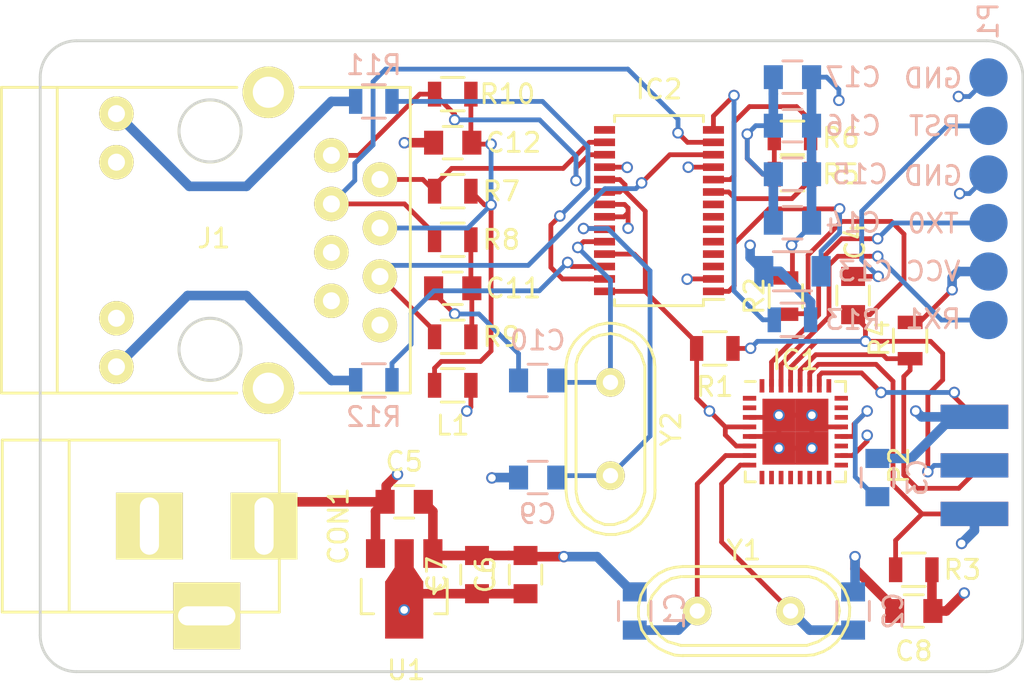
<source format=kicad_pcb>
(kicad_pcb (version 4) (host pcbnew 4.0.0-rc1-stable)

  (general
    (links 109)
    (no_connects 1)
    (area 84.913399 94.209799 136.498401 127.379801)
    (thickness 1.6)
    (drawings 10)
    (tracks 424)
    (zones 0)
    (modules 40)
    (nets 55)
  )

  (page A4)
  (layers
    (0 Front.Copper signal)
    (1 Ground.plane power)
    (2 Power.plane mixed)
    (31 Back.copper signal)
    (32 B.Adhes user hide)
    (33 F.Adhes user hide)
    (34 B.Paste user hide)
    (35 F.Paste user hide)
    (36 B.SilkS user)
    (37 F.SilkS user)
    (38 B.Mask user hide)
    (39 F.Mask user hide)
    (40 Dwgs.User user hide)
    (41 Cmts.User user hide)
    (42 Eco1.User user hide)
    (43 Eco2.User user hide)
    (44 Edge.Cuts user)
    (45 Margin user hide)
    (46 B.CrtYd user hide)
    (47 F.CrtYd user hide)
    (48 B.Fab user hide)
    (49 F.Fab user hide)
  )

  (setup
    (last_trace_width 0.25)
    (trace_clearance 0.2)
    (zone_clearance 0.508)
    (zone_45_only no)
    (trace_min 0.007874)
    (segment_width 0.2)
    (edge_width 0.15)
    (via_size 0.6)
    (via_drill 0.4)
    (via_min_size 0.015748)
    (via_min_drill 0.3)
    (uvia_size 0.3)
    (uvia_drill 0.1)
    (uvias_allowed no)
    (uvia_min_size 0.007874)
    (uvia_min_drill 0.1)
    (pcb_text_width 0.3)
    (pcb_text_size 1.5 1.5)
    (mod_edge_width 0.15)
    (mod_text_size 1 1)
    (mod_text_width 0.15)
    (pad_size 1.524 1.524)
    (pad_drill 0.762)
    (pad_to_mask_clearance 0.2)
    (aux_axis_origin 85.09 127)
    (grid_origin 85.09 127)
    (visible_elements 7FFFFFFF)
    (pcbplotparams
      (layerselection 0x010f0_80000001)
      (usegerberextensions false)
      (excludeedgelayer true)
      (linewidth 0.100000)
      (plotframeref false)
      (viasonmask false)
      (mode 1)
      (useauxorigin false)
      (hpglpennumber 1)
      (hpglpenspeed 20)
      (hpglpendiameter 15)
      (hpglpenoverlay 2)
      (psnegative false)
      (psa4output false)
      (plotreference true)
      (plotvalue true)
      (plotinvisibletext false)
      (padsonsilk false)
      (subtractmaskfromsilk false)
      (outputformat 1)
      (mirror false)
      (drillshape 0)
      (scaleselection 1)
      (outputdirectory C:/Users/angmcl/Documents/KiCAD/pick-to-light/Output/))
  )

  (net 0 "")
  (net 1 GND)
  (net 2 VCC)
  (net 3 "Net-(IC1-Pad1)")
  (net 4 "Net-(IC1-Pad2)")
  (net 5 "Net-(IC1-Pad9)")
  (net 6 "Net-(IC1-Pad10)")
  (net 7 "Net-(IC1-Pad11)")
  (net 8 "Net-(IC1-Pad13)")
  (net 9 "Net-(IC1-Pad14)")
  (net 10 "Net-(IC1-Pad32)")
  (net 11 "Net-(IC1-Pad19)")
  (net 12 "Net-(IC1-Pad22)")
  (net 13 "Net-(IC1-Pad23)")
  (net 14 "Net-(IC1-Pad24)")
  (net 15 "Net-(IC1-Pad25)")
  (net 16 /XTAL1)
  (net 17 /XTAL2)
  (net 18 "Net-(C3-Pad1)")
  (net 19 /RESET)
  (net 20 "Net-(C4-Pad2)")
  (net 21 /RAW)
  (net 22 "Net-(C9-Pad1)")
  (net 23 "Net-(C10-Pad1)")
  (net 24 "Net-(C11-Pad1)")
  (net 25 "Net-(C12-Pad2)")
  (net 26 "Net-(C13-Pad1)")
  (net 27 /ENC_CS)
  (net 28 /ENC_SI)
  (net 29 /ENC_SO)
  (net 30 /ENC_SCK)
  (net 31 /A3)
  (net 32 /A4)
  (net 33 /A5)
  (net 34 /RX1)
  (net 35 /TX0)
  (net 36 /CLK)
  (net 37 /INT)
  (net 38 /WOL)
  (net 39 /SO)
  (net 40 /SI)
  (net 41 /SCK)
  (net 42 /CS)
  (net 43 /RST)
  (net 44 /TPIN-)
  (net 45 /TPIN+)
  (net 46 "Net-(IC2-Pad14)")
  (net 47 /TPOUT-)
  (net 48 /TPOUT+)
  (net 49 /LEDB)
  (net 50 /LEDA)
  (net 51 "Net-(J1-Pad5)")
  (net 52 "Net-(CON1-Pad3)")
  (net 53 "Net-(J1-Pad9)")
  (net 54 "Net-(J1-Pad12)")

  (net_class Default "This is the default net class."
    (clearance 0.2)
    (trace_width 0.25)
    (via_dia 0.6)
    (via_drill 0.4)
    (uvia_dia 0.3)
    (uvia_drill 0.1)
    (add_net /A3)
    (add_net /A4)
    (add_net /A5)
    (add_net /CLK)
    (add_net /CS)
    (add_net /ENC_CS)
    (add_net /ENC_SCK)
    (add_net /ENC_SI)
    (add_net /ENC_SO)
    (add_net /INT)
    (add_net /LEDA)
    (add_net /LEDB)
    (add_net /RAW)
    (add_net /RESET)
    (add_net /RST)
    (add_net /RX1)
    (add_net /SCK)
    (add_net /SI)
    (add_net /SO)
    (add_net /TPIN+)
    (add_net /TPIN-)
    (add_net /TPOUT+)
    (add_net /TPOUT-)
    (add_net /TX0)
    (add_net /WOL)
    (add_net /XTAL1)
    (add_net /XTAL2)
    (add_net GND)
    (add_net "Net-(C10-Pad1)")
    (add_net "Net-(C11-Pad1)")
    (add_net "Net-(C12-Pad2)")
    (add_net "Net-(C13-Pad1)")
    (add_net "Net-(C3-Pad1)")
    (add_net "Net-(C4-Pad2)")
    (add_net "Net-(C9-Pad1)")
    (add_net "Net-(CON1-Pad3)")
    (add_net "Net-(IC1-Pad1)")
    (add_net "Net-(IC1-Pad10)")
    (add_net "Net-(IC1-Pad11)")
    (add_net "Net-(IC1-Pad13)")
    (add_net "Net-(IC1-Pad14)")
    (add_net "Net-(IC1-Pad19)")
    (add_net "Net-(IC1-Pad2)")
    (add_net "Net-(IC1-Pad22)")
    (add_net "Net-(IC1-Pad23)")
    (add_net "Net-(IC1-Pad24)")
    (add_net "Net-(IC1-Pad25)")
    (add_net "Net-(IC1-Pad32)")
    (add_net "Net-(IC1-Pad9)")
    (add_net "Net-(IC2-Pad14)")
    (add_net "Net-(J1-Pad12)")
    (add_net "Net-(J1-Pad5)")
    (add_net "Net-(J1-Pad9)")
    (add_net VCC)
  )

  (module Capacitors_SMD:C_0805 (layer Back.copper) (tedit 5415D6EA) (tstamp 5670C333)
    (at 116.1034 124.1298 90)
    (descr "Capacitor SMD 0805, reflow soldering, AVX (see smccp.pdf)")
    (tags "capacitor 0805")
    (path /5661FDC5)
    (attr smd)
    (fp_text reference C1 (at 0 2.1 90) (layer B.SilkS)
      (effects (font (size 1 1) (thickness 0.15)) (justify mirror))
    )
    (fp_text value 15pF (at 0 -2.1 90) (layer B.Fab)
      (effects (font (size 1 1) (thickness 0.15)) (justify mirror))
    )
    (fp_line (start -1.8 1) (end 1.8 1) (layer B.CrtYd) (width 0.05))
    (fp_line (start -1.8 -1) (end 1.8 -1) (layer B.CrtYd) (width 0.05))
    (fp_line (start -1.8 1) (end -1.8 -1) (layer B.CrtYd) (width 0.05))
    (fp_line (start 1.8 1) (end 1.8 -1) (layer B.CrtYd) (width 0.05))
    (fp_line (start 0.5 0.85) (end -0.5 0.85) (layer B.SilkS) (width 0.15))
    (fp_line (start -0.5 -0.85) (end 0.5 -0.85) (layer B.SilkS) (width 0.15))
    (pad 1 smd rect (at -1 0 90) (size 1 1.25) (layers Back.copper B.Paste B.Mask)
      (net 16 /XTAL1))
    (pad 2 smd rect (at 1 0 90) (size 1 1.25) (layers Back.copper B.Paste B.Mask)
      (net 1 GND))
    (model Capacitors_SMD.3dshapes/C_0805.wrl
      (at (xyz 0 0 0))
      (scale (xyz 1 1 1))
      (rotate (xyz 0 0 0))
    )
  )

  (module Capacitors_SMD:C_0805 (layer Back.copper) (tedit 5415D6EA) (tstamp 5670C339)
    (at 127.5334 124.1298 90)
    (descr "Capacitor SMD 0805, reflow soldering, AVX (see smccp.pdf)")
    (tags "capacitor 0805")
    (path /5661FE57)
    (attr smd)
    (fp_text reference C2 (at 0 2.1 90) (layer B.SilkS)
      (effects (font (size 1 1) (thickness 0.15)) (justify mirror))
    )
    (fp_text value 15pF (at 0 -2.1 90) (layer B.Fab)
      (effects (font (size 1 1) (thickness 0.15)) (justify mirror))
    )
    (fp_line (start -1.8 1) (end 1.8 1) (layer B.CrtYd) (width 0.05))
    (fp_line (start -1.8 -1) (end 1.8 -1) (layer B.CrtYd) (width 0.05))
    (fp_line (start -1.8 1) (end -1.8 -1) (layer B.CrtYd) (width 0.05))
    (fp_line (start 1.8 1) (end 1.8 -1) (layer B.CrtYd) (width 0.05))
    (fp_line (start 0.5 0.85) (end -0.5 0.85) (layer B.SilkS) (width 0.15))
    (fp_line (start -0.5 -0.85) (end 0.5 -0.85) (layer B.SilkS) (width 0.15))
    (pad 1 smd rect (at -1 0 90) (size 1 1.25) (layers Back.copper B.Paste B.Mask)
      (net 17 /XTAL2))
    (pad 2 smd rect (at 1 0 90) (size 1 1.25) (layers Back.copper B.Paste B.Mask)
      (net 1 GND))
    (model Capacitors_SMD.3dshapes/C_0805.wrl
      (at (xyz 0 0 0))
      (scale (xyz 1 1 1))
      (rotate (xyz 0 0 0))
    )
  )

  (module Capacitors_SMD:C_0805 (layer Back.copper) (tedit 5415D6EA) (tstamp 5670C33F)
    (at 128.8034 117.1448 90)
    (descr "Capacitor SMD 0805, reflow soldering, AVX (see smccp.pdf)")
    (tags "capacitor 0805")
    (path /56624C0C)
    (attr smd)
    (fp_text reference C3 (at 0 2.1 90) (layer B.SilkS)
      (effects (font (size 1 1) (thickness 0.15)) (justify mirror))
    )
    (fp_text value 0.1uF (at 0 -2.1 90) (layer B.Fab)
      (effects (font (size 1 1) (thickness 0.15)) (justify mirror))
    )
    (fp_line (start -1.8 1) (end 1.8 1) (layer B.CrtYd) (width 0.05))
    (fp_line (start -1.8 -1) (end 1.8 -1) (layer B.CrtYd) (width 0.05))
    (fp_line (start -1.8 1) (end -1.8 -1) (layer B.CrtYd) (width 0.05))
    (fp_line (start 1.8 1) (end 1.8 -1) (layer B.CrtYd) (width 0.05))
    (fp_line (start 0.5 0.85) (end -0.5 0.85) (layer B.SilkS) (width 0.15))
    (fp_line (start -0.5 -0.85) (end 0.5 -0.85) (layer B.SilkS) (width 0.15))
    (pad 1 smd rect (at -1 0 90) (size 1 1.25) (layers Back.copper B.Paste B.Mask)
      (net 18 "Net-(C3-Pad1)"))
    (pad 2 smd rect (at 1 0 90) (size 1 1.25) (layers Back.copper B.Paste B.Mask)
      (net 1 GND))
    (model Capacitors_SMD.3dshapes/C_0805.wrl
      (at (xyz 0 0 0))
      (scale (xyz 1 1 1))
      (rotate (xyz 0 0 0))
    )
  )

  (module Capacitors_SMD:C_0805 (layer Front.Copper) (tedit 5415D6EA) (tstamp 5670C345)
    (at 127.5334 107.6198 90)
    (descr "Capacitor SMD 0805, reflow soldering, AVX (see smccp.pdf)")
    (tags "capacitor 0805")
    (path /566269CF)
    (attr smd)
    (fp_text reference C4 (at 2.8448 0.1016 90) (layer F.SilkS)
      (effects (font (size 1 1) (thickness 0.15)))
    )
    (fp_text value 0.1uF (at 0 2.1 90) (layer F.Fab)
      (effects (font (size 1 1) (thickness 0.15)))
    )
    (fp_line (start -1.8 -1) (end 1.8 -1) (layer F.CrtYd) (width 0.05))
    (fp_line (start -1.8 1) (end 1.8 1) (layer F.CrtYd) (width 0.05))
    (fp_line (start -1.8 -1) (end -1.8 1) (layer F.CrtYd) (width 0.05))
    (fp_line (start 1.8 -1) (end 1.8 1) (layer F.CrtYd) (width 0.05))
    (fp_line (start 0.5 -0.85) (end -0.5 -0.85) (layer F.SilkS) (width 0.15))
    (fp_line (start -0.5 0.85) (end 0.5 0.85) (layer F.SilkS) (width 0.15))
    (pad 1 smd rect (at -1 0 90) (size 1 1.25) (layers Front.Copper F.Paste F.Mask)
      (net 19 /RESET))
    (pad 2 smd rect (at 1 0 90) (size 1 1.25) (layers Front.Copper F.Paste F.Mask)
      (net 20 "Net-(C4-Pad2)"))
    (model Capacitors_SMD.3dshapes/C_0805.wrl
      (at (xyz 0 0 0))
      (scale (xyz 1 1 1))
      (rotate (xyz 0 0 0))
    )
  )

  (module Capacitors_SMD:C_0805 (layer Front.Copper) (tedit 5415D6EA) (tstamp 5670C34B)
    (at 104.0384 118.4148)
    (descr "Capacitor SMD 0805, reflow soldering, AVX (see smccp.pdf)")
    (tags "capacitor 0805")
    (path /5666E25E)
    (attr smd)
    (fp_text reference C5 (at 0 -2.1) (layer F.SilkS)
      (effects (font (size 1 1) (thickness 0.15)))
    )
    (fp_text value 10uF (at 0 2.1) (layer F.Fab)
      (effects (font (size 1 1) (thickness 0.15)))
    )
    (fp_line (start -1.8 -1) (end 1.8 -1) (layer F.CrtYd) (width 0.05))
    (fp_line (start -1.8 1) (end 1.8 1) (layer F.CrtYd) (width 0.05))
    (fp_line (start -1.8 -1) (end -1.8 1) (layer F.CrtYd) (width 0.05))
    (fp_line (start 1.8 -1) (end 1.8 1) (layer F.CrtYd) (width 0.05))
    (fp_line (start 0.5 -0.85) (end -0.5 -0.85) (layer F.SilkS) (width 0.15))
    (fp_line (start -0.5 0.85) (end 0.5 0.85) (layer F.SilkS) (width 0.15))
    (pad 1 smd rect (at -1 0) (size 1 1.25) (layers Front.Copper F.Paste F.Mask)
      (net 21 /RAW))
    (pad 2 smd rect (at 1 0) (size 1 1.25) (layers Front.Copper F.Paste F.Mask)
      (net 1 GND))
    (model Capacitors_SMD.3dshapes/C_0805.wrl
      (at (xyz 0 0 0))
      (scale (xyz 1 1 1))
      (rotate (xyz 0 0 0))
    )
  )

  (module Capacitors_SMD:C_0805 (layer Front.Copper) (tedit 5415D6EA) (tstamp 5670C351)
    (at 110.3884 122.2248 90)
    (descr "Capacitor SMD 0805, reflow soldering, AVX (see smccp.pdf)")
    (tags "capacitor 0805")
    (path /5666E314)
    (attr smd)
    (fp_text reference C6 (at 0 -2.1 90) (layer F.SilkS)
      (effects (font (size 1 1) (thickness 0.15)))
    )
    (fp_text value 22uF (at 0 2.1 90) (layer F.Fab)
      (effects (font (size 1 1) (thickness 0.15)))
    )
    (fp_line (start -1.8 -1) (end 1.8 -1) (layer F.CrtYd) (width 0.05))
    (fp_line (start -1.8 1) (end 1.8 1) (layer F.CrtYd) (width 0.05))
    (fp_line (start -1.8 -1) (end -1.8 1) (layer F.CrtYd) (width 0.05))
    (fp_line (start 1.8 -1) (end 1.8 1) (layer F.CrtYd) (width 0.05))
    (fp_line (start 0.5 -0.85) (end -0.5 -0.85) (layer F.SilkS) (width 0.15))
    (fp_line (start -0.5 0.85) (end 0.5 0.85) (layer F.SilkS) (width 0.15))
    (pad 1 smd rect (at -1 0 90) (size 1 1.25) (layers Front.Copper F.Paste F.Mask)
      (net 2 VCC))
    (pad 2 smd rect (at 1 0 90) (size 1 1.25) (layers Front.Copper F.Paste F.Mask)
      (net 1 GND))
    (model Capacitors_SMD.3dshapes/C_0805.wrl
      (at (xyz 0 0 0))
      (scale (xyz 1 1 1))
      (rotate (xyz 0 0 0))
    )
  )

  (module Capacitors_SMD:C_0805 (layer Front.Copper) (tedit 5415D6EA) (tstamp 5670C357)
    (at 107.8484 122.2248 90)
    (descr "Capacitor SMD 0805, reflow soldering, AVX (see smccp.pdf)")
    (tags "capacitor 0805")
    (path /5667108E)
    (attr smd)
    (fp_text reference C7 (at 0 -2.1 90) (layer F.SilkS)
      (effects (font (size 1 1) (thickness 0.15)))
    )
    (fp_text value 0.1uF (at 0 2.1 90) (layer F.Fab)
      (effects (font (size 1 1) (thickness 0.15)))
    )
    (fp_line (start -1.8 -1) (end 1.8 -1) (layer F.CrtYd) (width 0.05))
    (fp_line (start -1.8 1) (end 1.8 1) (layer F.CrtYd) (width 0.05))
    (fp_line (start -1.8 -1) (end -1.8 1) (layer F.CrtYd) (width 0.05))
    (fp_line (start 1.8 -1) (end 1.8 1) (layer F.CrtYd) (width 0.05))
    (fp_line (start 0.5 -0.85) (end -0.5 -0.85) (layer F.SilkS) (width 0.15))
    (fp_line (start -0.5 0.85) (end 0.5 0.85) (layer F.SilkS) (width 0.15))
    (pad 1 smd rect (at -1 0 90) (size 1 1.25) (layers Front.Copper F.Paste F.Mask)
      (net 2 VCC))
    (pad 2 smd rect (at 1 0 90) (size 1 1.25) (layers Front.Copper F.Paste F.Mask)
      (net 1 GND))
    (model Capacitors_SMD.3dshapes/C_0805.wrl
      (at (xyz 0 0 0))
      (scale (xyz 1 1 1))
      (rotate (xyz 0 0 0))
    )
  )

  (module Capacitors_SMD:C_0805 (layer Front.Copper) (tedit 5415D6EA) (tstamp 5670C35D)
    (at 130.7084 124.1298 180)
    (descr "Capacitor SMD 0805, reflow soldering, AVX (see smccp.pdf)")
    (tags "capacitor 0805")
    (path /5672EC53)
    (attr smd)
    (fp_text reference C8 (at 0 -2.1 180) (layer F.SilkS)
      (effects (font (size 1 1) (thickness 0.15)))
    )
    (fp_text value 100nF (at 0 2.1 180) (layer F.Fab)
      (effects (font (size 1 1) (thickness 0.15)))
    )
    (fp_line (start -1.8 -1) (end 1.8 -1) (layer F.CrtYd) (width 0.05))
    (fp_line (start -1.8 1) (end 1.8 1) (layer F.CrtYd) (width 0.05))
    (fp_line (start -1.8 -1) (end -1.8 1) (layer F.CrtYd) (width 0.05))
    (fp_line (start 1.8 -1) (end 1.8 1) (layer F.CrtYd) (width 0.05))
    (fp_line (start 0.5 -0.85) (end -0.5 -0.85) (layer F.SilkS) (width 0.15))
    (fp_line (start -0.5 0.85) (end 0.5 0.85) (layer F.SilkS) (width 0.15))
    (pad 1 smd rect (at -1 0 180) (size 1 1.25) (layers Front.Copper F.Paste F.Mask)
      (net 2 VCC))
    (pad 2 smd rect (at 1 0 180) (size 1 1.25) (layers Front.Copper F.Paste F.Mask)
      (net 1 GND))
    (model Capacitors_SMD.3dshapes/C_0805.wrl
      (at (xyz 0 0 0))
      (scale (xyz 1 1 1))
      (rotate (xyz 0 0 0))
    )
  )

  (module Capacitors_SMD:C_0805 (layer Back.copper) (tedit 5415D6EA) (tstamp 5670C363)
    (at 111.0234 117.1448 180)
    (descr "Capacitor SMD 0805, reflow soldering, AVX (see smccp.pdf)")
    (tags "capacitor 0805")
    (path /5672F414)
    (attr smd)
    (fp_text reference C9 (at 0 -1.905 180) (layer B.SilkS)
      (effects (font (size 1 1) (thickness 0.15)) (justify mirror))
    )
    (fp_text value 10pF (at 0 -2.1 180) (layer B.Fab)
      (effects (font (size 1 1) (thickness 0.15)) (justify mirror))
    )
    (fp_line (start -1.8 1) (end 1.8 1) (layer B.CrtYd) (width 0.05))
    (fp_line (start -1.8 -1) (end 1.8 -1) (layer B.CrtYd) (width 0.05))
    (fp_line (start -1.8 1) (end -1.8 -1) (layer B.CrtYd) (width 0.05))
    (fp_line (start 1.8 1) (end 1.8 -1) (layer B.CrtYd) (width 0.05))
    (fp_line (start 0.5 0.85) (end -0.5 0.85) (layer B.SilkS) (width 0.15))
    (fp_line (start -0.5 -0.85) (end 0.5 -0.85) (layer B.SilkS) (width 0.15))
    (pad 1 smd rect (at -1 0 180) (size 1 1.25) (layers Back.copper B.Paste B.Mask)
      (net 22 "Net-(C9-Pad1)"))
    (pad 2 smd rect (at 1 0 180) (size 1 1.25) (layers Back.copper B.Paste B.Mask)
      (net 1 GND))
    (model Capacitors_SMD.3dshapes/C_0805.wrl
      (at (xyz 0 0 0))
      (scale (xyz 1 1 1))
      (rotate (xyz 0 0 0))
    )
  )

  (module Capacitors_SMD:C_0805 (layer Back.copper) (tedit 5415D6EA) (tstamp 5670C369)
    (at 111.0234 112.0648 180)
    (descr "Capacitor SMD 0805, reflow soldering, AVX (see smccp.pdf)")
    (tags "capacitor 0805")
    (path /5672F8D0)
    (attr smd)
    (fp_text reference C10 (at 0 2.1 180) (layer B.SilkS)
      (effects (font (size 1 1) (thickness 0.15)) (justify mirror))
    )
    (fp_text value 10pF (at 0 -2.1 180) (layer B.Fab)
      (effects (font (size 1 1) (thickness 0.15)) (justify mirror))
    )
    (fp_line (start -1.8 1) (end 1.8 1) (layer B.CrtYd) (width 0.05))
    (fp_line (start -1.8 -1) (end 1.8 -1) (layer B.CrtYd) (width 0.05))
    (fp_line (start -1.8 1) (end -1.8 -1) (layer B.CrtYd) (width 0.05))
    (fp_line (start 1.8 1) (end 1.8 -1) (layer B.CrtYd) (width 0.05))
    (fp_line (start 0.5 0.85) (end -0.5 0.85) (layer B.SilkS) (width 0.15))
    (fp_line (start -0.5 -0.85) (end 0.5 -0.85) (layer B.SilkS) (width 0.15))
    (pad 1 smd rect (at -1 0 180) (size 1 1.25) (layers Back.copper B.Paste B.Mask)
      (net 23 "Net-(C10-Pad1)"))
    (pad 2 smd rect (at 1 0 180) (size 1 1.25) (layers Back.copper B.Paste B.Mask)
      (net 1 GND))
    (model Capacitors_SMD.3dshapes/C_0805.wrl
      (at (xyz 0 0 0))
      (scale (xyz 1 1 1))
      (rotate (xyz 0 0 0))
    )
  )

  (module Capacitors_SMD:C_0805 (layer Front.Copper) (tedit 5415D6EA) (tstamp 5670C36F)
    (at 106.5784 107.2388 180)
    (descr "Capacitor SMD 0805, reflow soldering, AVX (see smccp.pdf)")
    (tags "capacitor 0805")
    (path /5671CC61)
    (attr smd)
    (fp_text reference C11 (at -3.175 0 180) (layer F.SilkS)
      (effects (font (size 1 1) (thickness 0.15)))
    )
    (fp_text value 10nF (at 0 2.1 180) (layer F.Fab)
      (effects (font (size 1 1) (thickness 0.15)))
    )
    (fp_line (start -1.8 -1) (end 1.8 -1) (layer F.CrtYd) (width 0.05))
    (fp_line (start -1.8 1) (end 1.8 1) (layer F.CrtYd) (width 0.05))
    (fp_line (start -1.8 -1) (end -1.8 1) (layer F.CrtYd) (width 0.05))
    (fp_line (start 1.8 -1) (end 1.8 1) (layer F.CrtYd) (width 0.05))
    (fp_line (start 0.5 -0.85) (end -0.5 -0.85) (layer F.SilkS) (width 0.15))
    (fp_line (start -0.5 0.85) (end 0.5 0.85) (layer F.SilkS) (width 0.15))
    (pad 1 smd rect (at -1 0 180) (size 1 1.25) (layers Front.Copper F.Paste F.Mask)
      (net 24 "Net-(C11-Pad1)"))
    (pad 2 smd rect (at 1 0 180) (size 1 1.25) (layers Front.Copper F.Paste F.Mask)
      (net 1 GND))
    (model Capacitors_SMD.3dshapes/C_0805.wrl
      (at (xyz 0 0 0))
      (scale (xyz 1 1 1))
      (rotate (xyz 0 0 0))
    )
  )

  (module Capacitors_SMD:C_0805 (layer Front.Copper) (tedit 5415D6EA) (tstamp 5670C375)
    (at 106.5784 99.6188)
    (descr "Capacitor SMD 0805, reflow soldering, AVX (see smccp.pdf)")
    (tags "capacitor 0805")
    (path /56720A0D)
    (attr smd)
    (fp_text reference C12 (at 3.175 0) (layer F.SilkS)
      (effects (font (size 1 1) (thickness 0.15)))
    )
    (fp_text value 100nF (at 0 2.1) (layer F.Fab)
      (effects (font (size 1 1) (thickness 0.15)))
    )
    (fp_line (start -1.8 -1) (end 1.8 -1) (layer F.CrtYd) (width 0.05))
    (fp_line (start -1.8 1) (end 1.8 1) (layer F.CrtYd) (width 0.05))
    (fp_line (start -1.8 -1) (end -1.8 1) (layer F.CrtYd) (width 0.05))
    (fp_line (start 1.8 -1) (end 1.8 1) (layer F.CrtYd) (width 0.05))
    (fp_line (start 0.5 -0.85) (end -0.5 -0.85) (layer F.SilkS) (width 0.15))
    (fp_line (start -0.5 0.85) (end 0.5 0.85) (layer F.SilkS) (width 0.15))
    (pad 1 smd rect (at -1 0) (size 1 1.25) (layers Front.Copper F.Paste F.Mask)
      (net 1 GND))
    (pad 2 smd rect (at 1 0) (size 1 1.25) (layers Front.Copper F.Paste F.Mask)
      (net 25 "Net-(C12-Pad2)"))
    (model Capacitors_SMD.3dshapes/C_0805.wrl
      (at (xyz 0 0 0))
      (scale (xyz 1 1 1))
      (rotate (xyz 0 0 0))
    )
  )

  (module Capacitors_SMD:C_1206 (layer Back.copper) (tedit 5415D7BD) (tstamp 5670C37B)
    (at 124.3584 106.3498 180)
    (descr "Capacitor SMD 1206, reflow soldering, AVX (see smccp.pdf)")
    (tags "capacitor 1206")
    (path /5672AD2E)
    (attr smd)
    (fp_text reference C13 (at -3.81 0 180) (layer B.SilkS)
      (effects (font (size 1 1) (thickness 0.15)) (justify mirror))
    )
    (fp_text value 10uF (at 0 -2.3 180) (layer B.Fab)
      (effects (font (size 1 1) (thickness 0.15)) (justify mirror))
    )
    (fp_line (start -2.3 1.15) (end 2.3 1.15) (layer B.CrtYd) (width 0.05))
    (fp_line (start -2.3 -1.15) (end 2.3 -1.15) (layer B.CrtYd) (width 0.05))
    (fp_line (start -2.3 1.15) (end -2.3 -1.15) (layer B.CrtYd) (width 0.05))
    (fp_line (start 2.3 1.15) (end 2.3 -1.15) (layer B.CrtYd) (width 0.05))
    (fp_line (start 1 1.025) (end -1 1.025) (layer B.SilkS) (width 0.15))
    (fp_line (start -1 -1.025) (end 1 -1.025) (layer B.SilkS) (width 0.15))
    (pad 1 smd rect (at -1.5 0 180) (size 1 1.6) (layers Back.copper B.Paste B.Mask)
      (net 26 "Net-(C13-Pad1)"))
    (pad 2 smd rect (at 1.5 0 180) (size 1 1.6) (layers Back.copper B.Paste B.Mask)
      (net 1 GND))
    (model Capacitors_SMD.3dshapes/C_1206.wrl
      (at (xyz 0 0 0))
      (scale (xyz 1 1 1))
      (rotate (xyz 0 0 0))
    )
  )

  (module Capacitors_SMD:C_0805 (layer Back.copper) (tedit 5415D6EA) (tstamp 5670C381)
    (at 124.3584 103.8098)
    (descr "Capacitor SMD 0805, reflow soldering, AVX (see smccp.pdf)")
    (tags "capacitor 0805")
    (path /56726DD8)
    (attr smd)
    (fp_text reference C14 (at 3.175 0) (layer B.SilkS)
      (effects (font (size 1 1) (thickness 0.15)) (justify mirror))
    )
    (fp_text value 100nF (at 0 -2.1) (layer B.Fab)
      (effects (font (size 1 1) (thickness 0.15)) (justify mirror))
    )
    (fp_line (start -1.8 1) (end 1.8 1) (layer B.CrtYd) (width 0.05))
    (fp_line (start -1.8 -1) (end 1.8 -1) (layer B.CrtYd) (width 0.05))
    (fp_line (start -1.8 1) (end -1.8 -1) (layer B.CrtYd) (width 0.05))
    (fp_line (start 1.8 1) (end 1.8 -1) (layer B.CrtYd) (width 0.05))
    (fp_line (start 0.5 0.85) (end -0.5 0.85) (layer B.SilkS) (width 0.15))
    (fp_line (start -0.5 -0.85) (end 0.5 -0.85) (layer B.SilkS) (width 0.15))
    (pad 1 smd rect (at -1 0) (size 1 1.25) (layers Back.copper B.Paste B.Mask)
      (net 2 VCC))
    (pad 2 smd rect (at 1 0) (size 1 1.25) (layers Back.copper B.Paste B.Mask)
      (net 1 GND))
    (model Capacitors_SMD.3dshapes/C_0805.wrl
      (at (xyz 0 0 0))
      (scale (xyz 1 1 1))
      (rotate (xyz 0 0 0))
    )
  )

  (module Capacitors_SMD:C_0805 (layer Back.copper) (tedit 5415D6EA) (tstamp 5670C387)
    (at 124.3584 101.2698)
    (descr "Capacitor SMD 0805, reflow soldering, AVX (see smccp.pdf)")
    (tags "capacitor 0805")
    (path /56729E24)
    (attr smd)
    (fp_text reference C15 (at 3.54 0) (layer B.SilkS)
      (effects (font (size 1 1) (thickness 0.15)) (justify mirror))
    )
    (fp_text value 100nF (at 0 -2.1) (layer B.Fab)
      (effects (font (size 1 1) (thickness 0.15)) (justify mirror))
    )
    (fp_line (start -1.8 1) (end 1.8 1) (layer B.CrtYd) (width 0.05))
    (fp_line (start -1.8 -1) (end 1.8 -1) (layer B.CrtYd) (width 0.05))
    (fp_line (start -1.8 1) (end -1.8 -1) (layer B.CrtYd) (width 0.05))
    (fp_line (start 1.8 1) (end 1.8 -1) (layer B.CrtYd) (width 0.05))
    (fp_line (start 0.5 0.85) (end -0.5 0.85) (layer B.SilkS) (width 0.15))
    (fp_line (start -0.5 -0.85) (end 0.5 -0.85) (layer B.SilkS) (width 0.15))
    (pad 1 smd rect (at -1 0) (size 1 1.25) (layers Back.copper B.Paste B.Mask)
      (net 2 VCC))
    (pad 2 smd rect (at 1 0) (size 1 1.25) (layers Back.copper B.Paste B.Mask)
      (net 1 GND))
    (model Capacitors_SMD.3dshapes/C_0805.wrl
      (at (xyz 0 0 0))
      (scale (xyz 1 1 1))
      (rotate (xyz 0 0 0))
    )
  )

  (module Capacitors_SMD:C_0805 (layer Back.copper) (tedit 5415D6EA) (tstamp 5670C38D)
    (at 124.3584 98.7298)
    (descr "Capacitor SMD 0805, reflow soldering, AVX (see smccp.pdf)")
    (tags "capacitor 0805")
    (path /56729ECF)
    (attr smd)
    (fp_text reference C16 (at 3.175 0) (layer B.SilkS)
      (effects (font (size 1 1) (thickness 0.15)) (justify mirror))
    )
    (fp_text value 100nF (at 0 -2.1) (layer B.Fab)
      (effects (font (size 1 1) (thickness 0.15)) (justify mirror))
    )
    (fp_line (start -1.8 1) (end 1.8 1) (layer B.CrtYd) (width 0.05))
    (fp_line (start -1.8 -1) (end 1.8 -1) (layer B.CrtYd) (width 0.05))
    (fp_line (start -1.8 1) (end -1.8 -1) (layer B.CrtYd) (width 0.05))
    (fp_line (start 1.8 1) (end 1.8 -1) (layer B.CrtYd) (width 0.05))
    (fp_line (start 0.5 0.85) (end -0.5 0.85) (layer B.SilkS) (width 0.15))
    (fp_line (start -0.5 -0.85) (end 0.5 -0.85) (layer B.SilkS) (width 0.15))
    (pad 1 smd rect (at -1 0) (size 1 1.25) (layers Back.copper B.Paste B.Mask)
      (net 2 VCC))
    (pad 2 smd rect (at 1 0) (size 1 1.25) (layers Back.copper B.Paste B.Mask)
      (net 1 GND))
    (model Capacitors_SMD.3dshapes/C_0805.wrl
      (at (xyz 0 0 0))
      (scale (xyz 1 1 1))
      (rotate (xyz 0 0 0))
    )
  )

  (module Capacitors_SMD:C_0805 (layer Back.copper) (tedit 5415D6EA) (tstamp 5670C393)
    (at 124.3584 96.1898)
    (descr "Capacitor SMD 0805, reflow soldering, AVX (see smccp.pdf)")
    (tags "capacitor 0805")
    (path /56727D13)
    (attr smd)
    (fp_text reference C17 (at 3.175 0) (layer B.SilkS)
      (effects (font (size 1 1) (thickness 0.15)) (justify mirror))
    )
    (fp_text value 100nF (at 0 -2.1) (layer B.Fab)
      (effects (font (size 1 1) (thickness 0.15)) (justify mirror))
    )
    (fp_line (start -1.8 1) (end 1.8 1) (layer B.CrtYd) (width 0.05))
    (fp_line (start -1.8 -1) (end 1.8 -1) (layer B.CrtYd) (width 0.05))
    (fp_line (start -1.8 1) (end -1.8 -1) (layer B.CrtYd) (width 0.05))
    (fp_line (start 1.8 1) (end 1.8 -1) (layer B.CrtYd) (width 0.05))
    (fp_line (start 0.5 0.85) (end -0.5 0.85) (layer B.SilkS) (width 0.15))
    (fp_line (start -0.5 -0.85) (end 0.5 -0.85) (layer B.SilkS) (width 0.15))
    (pad 1 smd rect (at -1 0) (size 1 1.25) (layers Back.copper B.Paste B.Mask)
      (net 2 VCC))
    (pad 2 smd rect (at 1 0) (size 1 1.25) (layers Back.copper B.Paste B.Mask)
      (net 1 GND))
    (model Capacitors_SMD.3dshapes/C_0805.wrl
      (at (xyz 0 0 0))
      (scale (xyz 1 1 1))
      (rotate (xyz 0 0 0))
    )
  )

  (module Housings_SSOP:TSSOP-28_4.4x9.7mm_Pitch0.65mm (layer Front.Copper) (tedit 54130A77) (tstamp 5670C3DB)
    (at 117.3734 103.1748 180)
    (descr "TSSOP28: plastic thin shrink small outline package; 28 leads; body width 4.4 mm; (see NXP SSOP-TSSOP-VSO-REFLOW.pdf and sot361-1_po.pdf)")
    (tags "SSOP 0.65")
    (path /5670DF85)
    (attr smd)
    (fp_text reference IC2 (at 0 6.35 180) (layer F.SilkS)
      (effects (font (size 1 1) (thickness 0.15)))
    )
    (fp_text value ENC28J60-C/SS (at 0 5.9 180) (layer F.Fab)
      (effects (font (size 1 1) (thickness 0.15)))
    )
    (fp_line (start -3.65 -5.15) (end -3.65 5.15) (layer F.CrtYd) (width 0.05))
    (fp_line (start 3.65 -5.15) (end 3.65 5.15) (layer F.CrtYd) (width 0.05))
    (fp_line (start -3.65 -5.15) (end 3.65 -5.15) (layer F.CrtYd) (width 0.05))
    (fp_line (start -3.65 5.15) (end 3.65 5.15) (layer F.CrtYd) (width 0.05))
    (fp_line (start -2.325 -4.975) (end -2.325 -4.65) (layer F.SilkS) (width 0.15))
    (fp_line (start 2.325 -4.975) (end 2.325 -4.65) (layer F.SilkS) (width 0.15))
    (fp_line (start 2.325 4.975) (end 2.325 4.65) (layer F.SilkS) (width 0.15))
    (fp_line (start -2.325 4.975) (end -2.325 4.65) (layer F.SilkS) (width 0.15))
    (fp_line (start -2.325 -4.975) (end 2.325 -4.975) (layer F.SilkS) (width 0.15))
    (fp_line (start -2.325 4.975) (end 2.325 4.975) (layer F.SilkS) (width 0.15))
    (fp_line (start -2.325 -4.65) (end -3.4 -4.65) (layer F.SilkS) (width 0.15))
    (pad 1 smd rect (at -2.85 -4.225 180) (size 1.1 0.4) (layers Front.Copper F.Paste F.Mask)
      (net 26 "Net-(C13-Pad1)"))
    (pad 2 smd rect (at -2.85 -3.575 180) (size 1.1 0.4) (layers Front.Copper F.Paste F.Mask)
      (net 1 GND))
    (pad 3 smd rect (at -2.85 -2.925 180) (size 1.1 0.4) (layers Front.Copper F.Paste F.Mask)
      (net 36 /CLK))
    (pad 4 smd rect (at -2.85 -2.275 180) (size 1.1 0.4) (layers Front.Copper F.Paste F.Mask)
      (net 37 /INT))
    (pad 5 smd rect (at -2.85 -1.625 180) (size 1.1 0.4) (layers Front.Copper F.Paste F.Mask)
      (net 38 /WOL))
    (pad 6 smd rect (at -2.85 -0.975 180) (size 1.1 0.4) (layers Front.Copper F.Paste F.Mask)
      (net 39 /SO))
    (pad 7 smd rect (at -2.85 -0.325 180) (size 1.1 0.4) (layers Front.Copper F.Paste F.Mask)
      (net 40 /SI))
    (pad 8 smd rect (at -2.85 0.325 180) (size 1.1 0.4) (layers Front.Copper F.Paste F.Mask)
      (net 41 /SCK))
    (pad 9 smd rect (at -2.85 0.975 180) (size 1.1 0.4) (layers Front.Copper F.Paste F.Mask)
      (net 42 /CS))
    (pad 10 smd rect (at -2.85 1.625 180) (size 1.1 0.4) (layers Front.Copper F.Paste F.Mask)
      (net 43 /RST))
    (pad 11 smd rect (at -2.85 2.275 180) (size 1.1 0.4) (layers Front.Copper F.Paste F.Mask)
      (net 1 GND))
    (pad 12 smd rect (at -2.85 2.925 180) (size 1.1 0.4) (layers Front.Copper F.Paste F.Mask)
      (net 44 /TPIN-))
    (pad 13 smd rect (at -2.85 3.575 180) (size 1.1 0.4) (layers Front.Copper F.Paste F.Mask)
      (net 45 /TPIN+))
    (pad 14 smd rect (at -2.85 4.225 180) (size 1.1 0.4) (layers Front.Copper F.Paste F.Mask)
      (net 46 "Net-(IC2-Pad14)"))
    (pad 15 smd rect (at 2.85 4.225 180) (size 1.1 0.4) (layers Front.Copper F.Paste F.Mask)
      (net 2 VCC))
    (pad 16 smd rect (at 2.85 3.575 180) (size 1.1 0.4) (layers Front.Copper F.Paste F.Mask)
      (net 47 /TPOUT-))
    (pad 17 smd rect (at 2.85 2.925 180) (size 1.1 0.4) (layers Front.Copper F.Paste F.Mask)
      (net 48 /TPOUT+))
    (pad 18 smd rect (at 2.85 2.275 180) (size 1.1 0.4) (layers Front.Copper F.Paste F.Mask)
      (net 1 GND))
    (pad 19 smd rect (at 2.85 1.625 180) (size 1.1 0.4) (layers Front.Copper F.Paste F.Mask)
      (net 2 VCC))
    (pad 20 smd rect (at 2.85 0.975 180) (size 1.1 0.4) (layers Front.Copper F.Paste F.Mask)
      (net 2 VCC))
    (pad 21 smd rect (at 2.85 0.325 180) (size 1.1 0.4) (layers Front.Copper F.Paste F.Mask)
      (net 1 GND))
    (pad 22 smd rect (at 2.85 -0.325 180) (size 1.1 0.4) (layers Front.Copper F.Paste F.Mask)
      (net 1 GND))
    (pad 23 smd rect (at 2.85 -0.975 180) (size 1.1 0.4) (layers Front.Copper F.Paste F.Mask)
      (net 22 "Net-(C9-Pad1)"))
    (pad 24 smd rect (at 2.85 -1.625 180) (size 1.1 0.4) (layers Front.Copper F.Paste F.Mask)
      (net 23 "Net-(C10-Pad1)"))
    (pad 25 smd rect (at 2.85 -2.275 180) (size 1.1 0.4) (layers Front.Copper F.Paste F.Mask)
      (net 2 VCC))
    (pad 26 smd rect (at 2.85 -2.925 180) (size 1.1 0.4) (layers Front.Copper F.Paste F.Mask)
      (net 49 /LEDB))
    (pad 27 smd rect (at 2.85 -3.575 180) (size 1.1 0.4) (layers Front.Copper F.Paste F.Mask)
      (net 50 /LEDA))
    (pad 28 smd rect (at 2.85 -4.225 180) (size 1.1 0.4) (layers Front.Copper F.Paste F.Mask)
      (net 2 VCC))
    (model Housings_SSOP.3dshapes/TSSOP-28_4.4x9.7mm_Pitch0.65mm.wrl
      (at (xyz 0 0 0))
      (scale (xyz 1 1 1))
      (rotate (xyz 0 0 0))
    )
  )

  (module Resistors_SMD:R_0805 (layer Front.Copper) (tedit 5415CDEB) (tstamp 5670C3F5)
    (at 106.5784 112.3188 180)
    (descr "Resistor SMD 0805, reflow soldering, Vishay (see dcrcw.pdf)")
    (tags "resistor 0805")
    (path /5671FE73)
    (attr smd)
    (fp_text reference L1 (at 0 -2.1 180) (layer F.SilkS)
      (effects (font (size 1 1) (thickness 0.15)))
    )
    (fp_text value VAL (at 0 2.1 180) (layer F.Fab)
      (effects (font (size 1 1) (thickness 0.15)))
    )
    (fp_line (start -1.6 -1) (end 1.6 -1) (layer F.CrtYd) (width 0.05))
    (fp_line (start -1.6 1) (end 1.6 1) (layer F.CrtYd) (width 0.05))
    (fp_line (start -1.6 -1) (end -1.6 1) (layer F.CrtYd) (width 0.05))
    (fp_line (start 1.6 -1) (end 1.6 1) (layer F.CrtYd) (width 0.05))
    (fp_line (start 0.6 0.875) (end -0.6 0.875) (layer F.SilkS) (width 0.15))
    (fp_line (start -0.6 -0.875) (end 0.6 -0.875) (layer F.SilkS) (width 0.15))
    (pad 1 smd rect (at -0.95 0 180) (size 0.7 1.3) (layers Front.Copper F.Paste F.Mask)
      (net 2 VCC))
    (pad 2 smd rect (at 0.95 0 180) (size 0.7 1.3) (layers Front.Copper F.Paste F.Mask)
      (net 25 "Net-(C12-Pad2)"))
    (model Resistors_SMD.3dshapes/R_0805.wrl
      (at (xyz 0 0 0))
      (scale (xyz 1 1 1))
      (rotate (xyz 0 0 0))
    )
  )

  (module Resistors_SMD:R_0805 (layer Front.Copper) (tedit 5415CDEB) (tstamp 5670C405)
    (at 120.2944 110.3884)
    (descr "Resistor SMD 0805, reflow soldering, Vishay (see dcrcw.pdf)")
    (tags "resistor 0805")
    (path /56626F2D)
    (attr smd)
    (fp_text reference R1 (at 0 2.0066) (layer F.SilkS)
      (effects (font (size 1 1) (thickness 0.15)))
    )
    (fp_text value 10k (at 0 2.1) (layer F.Fab)
      (effects (font (size 1 1) (thickness 0.15)))
    )
    (fp_line (start -1.6 -1) (end 1.6 -1) (layer F.CrtYd) (width 0.05))
    (fp_line (start -1.6 1) (end 1.6 1) (layer F.CrtYd) (width 0.05))
    (fp_line (start -1.6 -1) (end -1.6 1) (layer F.CrtYd) (width 0.05))
    (fp_line (start 1.6 -1) (end 1.6 1) (layer F.CrtYd) (width 0.05))
    (fp_line (start 0.6 0.875) (end -0.6 0.875) (layer F.SilkS) (width 0.15))
    (fp_line (start -0.6 -0.875) (end 0.6 -0.875) (layer F.SilkS) (width 0.15))
    (pad 1 smd rect (at -0.95 0) (size 0.7 1.3) (layers Front.Copper F.Paste F.Mask)
      (net 2 VCC))
    (pad 2 smd rect (at 0.95 0) (size 0.7 1.3) (layers Front.Copper F.Paste F.Mask)
      (net 19 /RESET))
    (model Resistors_SMD.3dshapes/R_0805.wrl
      (at (xyz 0 0 0))
      (scale (xyz 1 1 1))
      (rotate (xyz 0 0 0))
    )
  )

  (module Resistors_SMD:R_0805 (layer Front.Copper) (tedit 5415CDEB) (tstamp 5670C411)
    (at 130.7084 121.9708 180)
    (descr "Resistor SMD 0805, reflow soldering, Vishay (see dcrcw.pdf)")
    (tags "resistor 0805")
    (path /566754E5)
    (attr smd)
    (fp_text reference R3 (at -2.54 0 180) (layer F.SilkS)
      (effects (font (size 1 1) (thickness 0.15)))
    )
    (fp_text value 22k (at 0 2.1 180) (layer F.Fab)
      (effects (font (size 1 1) (thickness 0.15)))
    )
    (fp_line (start -1.6 -1) (end 1.6 -1) (layer F.CrtYd) (width 0.05))
    (fp_line (start -1.6 1) (end 1.6 1) (layer F.CrtYd) (width 0.05))
    (fp_line (start -1.6 -1) (end -1.6 1) (layer F.CrtYd) (width 0.05))
    (fp_line (start 1.6 -1) (end 1.6 1) (layer F.CrtYd) (width 0.05))
    (fp_line (start 0.6 0.875) (end -0.6 0.875) (layer F.SilkS) (width 0.15))
    (fp_line (start -0.6 -0.875) (end 0.6 -0.875) (layer F.SilkS) (width 0.15))
    (pad 1 smd rect (at -0.95 0 180) (size 0.7 1.3) (layers Front.Copper F.Paste F.Mask)
      (net 2 VCC))
    (pad 2 smd rect (at 0.95 0 180) (size 0.7 1.3) (layers Front.Copper F.Paste F.Mask)
      (net 32 /A4))
    (model Resistors_SMD.3dshapes/R_0805.wrl
      (at (xyz 0 0 0))
      (scale (xyz 1 1 1))
      (rotate (xyz 0 0 0))
    )
  )

  (module Resistors_SMD:R_0805 (layer Front.Copper) (tedit 5415CDEB) (tstamp 5670C417)
    (at 130.5179 109.97434 270)
    (descr "Resistor SMD 0805, reflow soldering, Vishay (see dcrcw.pdf)")
    (tags "resistor 0805")
    (path /566755B2)
    (attr smd)
    (fp_text reference R4 (at -0.11934 1.6129 270) (layer F.SilkS)
      (effects (font (size 1 1) (thickness 0.15)))
    )
    (fp_text value 22k (at 0 2.1 270) (layer F.Fab)
      (effects (font (size 1 1) (thickness 0.15)))
    )
    (fp_line (start -1.6 -1) (end 1.6 -1) (layer F.CrtYd) (width 0.05))
    (fp_line (start -1.6 1) (end 1.6 1) (layer F.CrtYd) (width 0.05))
    (fp_line (start -1.6 -1) (end -1.6 1) (layer F.CrtYd) (width 0.05))
    (fp_line (start 1.6 -1) (end 1.6 1) (layer F.CrtYd) (width 0.05))
    (fp_line (start 0.6 0.875) (end -0.6 0.875) (layer F.SilkS) (width 0.15))
    (fp_line (start -0.6 -0.875) (end 0.6 -0.875) (layer F.SilkS) (width 0.15))
    (pad 1 smd rect (at -0.95 0 270) (size 0.7 1.3) (layers Front.Copper F.Paste F.Mask)
      (net 2 VCC))
    (pad 2 smd rect (at 0.95 0 270) (size 0.7 1.3) (layers Front.Copper F.Paste F.Mask)
      (net 33 /A5))
    (model Resistors_SMD.3dshapes/R_0805.wrl
      (at (xyz 0 0 0))
      (scale (xyz 1 1 1))
      (rotate (xyz 0 0 0))
    )
  )

  (module Resistors_SMD:R_0805 (layer Front.Copper) (tedit 5415CDEB) (tstamp 5670C41D)
    (at 124.3584 101.2698)
    (descr "Resistor SMD 0805, reflow soldering, Vishay (see dcrcw.pdf)")
    (tags "resistor 0805")
    (path /567268CE)
    (attr smd)
    (fp_text reference R5 (at 2.54 0) (layer F.SilkS)
      (effects (font (size 1 1) (thickness 0.15)))
    )
    (fp_text value 100k (at 0 2.1) (layer F.Fab)
      (effects (font (size 1 1) (thickness 0.15)))
    )
    (fp_line (start -1.6 -1) (end 1.6 -1) (layer F.CrtYd) (width 0.05))
    (fp_line (start -1.6 1) (end 1.6 1) (layer F.CrtYd) (width 0.05))
    (fp_line (start -1.6 -1) (end -1.6 1) (layer F.CrtYd) (width 0.05))
    (fp_line (start 1.6 -1) (end 1.6 1) (layer F.CrtYd) (width 0.05))
    (fp_line (start 0.6 0.875) (end -0.6 0.875) (layer F.SilkS) (width 0.15))
    (fp_line (start -0.6 -0.875) (end 0.6 -0.875) (layer F.SilkS) (width 0.15))
    (pad 1 smd rect (at -0.95 0) (size 0.7 1.3) (layers Front.Copper F.Paste F.Mask)
      (net 2 VCC))
    (pad 2 smd rect (at 0.95 0) (size 0.7 1.3) (layers Front.Copper F.Paste F.Mask)
      (net 42 /CS))
    (model Resistors_SMD.3dshapes/R_0805.wrl
      (at (xyz 0 0 0))
      (scale (xyz 1 1 1))
      (rotate (xyz 0 0 0))
    )
  )

  (module Resistors_SMD:R_0805 (layer Front.Copper) (tedit 5415CDEB) (tstamp 5670C423)
    (at 124.3584 99.3648)
    (descr "Resistor SMD 0805, reflow soldering, Vishay (see dcrcw.pdf)")
    (tags "resistor 0805")
    (path /56725CC0)
    (attr smd)
    (fp_text reference R6 (at 2.54 0) (layer F.SilkS)
      (effects (font (size 1 1) (thickness 0.15)))
    )
    (fp_text value 10k (at 0 2.1) (layer F.Fab)
      (effects (font (size 1 1) (thickness 0.15)))
    )
    (fp_line (start -1.6 -1) (end 1.6 -1) (layer F.CrtYd) (width 0.05))
    (fp_line (start -1.6 1) (end 1.6 1) (layer F.CrtYd) (width 0.05))
    (fp_line (start -1.6 -1) (end -1.6 1) (layer F.CrtYd) (width 0.05))
    (fp_line (start 1.6 -1) (end 1.6 1) (layer F.CrtYd) (width 0.05))
    (fp_line (start 0.6 0.875) (end -0.6 0.875) (layer F.SilkS) (width 0.15))
    (fp_line (start -0.6 -0.875) (end 0.6 -0.875) (layer F.SilkS) (width 0.15))
    (pad 1 smd rect (at -0.95 0) (size 0.7 1.3) (layers Front.Copper F.Paste F.Mask)
      (net 2 VCC))
    (pad 2 smd rect (at 0.95 0) (size 0.7 1.3) (layers Front.Copper F.Paste F.Mask)
      (net 43 /RST))
    (model Resistors_SMD.3dshapes/R_0805.wrl
      (at (xyz 0 0 0))
      (scale (xyz 1 1 1))
      (rotate (xyz 0 0 0))
    )
  )

  (module Resistors_SMD:R_0805 (layer Front.Copper) (tedit 5415CDEB) (tstamp 5670C429)
    (at 106.5784 102.1588)
    (descr "Resistor SMD 0805, reflow soldering, Vishay (see dcrcw.pdf)")
    (tags "resistor 0805")
    (path /5671F3DB)
    (attr smd)
    (fp_text reference R7 (at 2.54 0) (layer F.SilkS)
      (effects (font (size 1 1) (thickness 0.15)))
    )
    (fp_text value 49.9 (at 0 2.1) (layer F.Fab)
      (effects (font (size 1 1) (thickness 0.15)))
    )
    (fp_line (start -1.6 -1) (end 1.6 -1) (layer F.CrtYd) (width 0.05))
    (fp_line (start -1.6 1) (end 1.6 1) (layer F.CrtYd) (width 0.05))
    (fp_line (start -1.6 -1) (end -1.6 1) (layer F.CrtYd) (width 0.05))
    (fp_line (start 1.6 -1) (end 1.6 1) (layer F.CrtYd) (width 0.05))
    (fp_line (start 0.6 0.875) (end -0.6 0.875) (layer F.SilkS) (width 0.15))
    (fp_line (start -0.6 -0.875) (end 0.6 -0.875) (layer F.SilkS) (width 0.15))
    (pad 1 smd rect (at -0.95 0) (size 0.7 1.3) (layers Front.Copper F.Paste F.Mask)
      (net 47 /TPOUT-))
    (pad 2 smd rect (at 0.95 0) (size 0.7 1.3) (layers Front.Copper F.Paste F.Mask)
      (net 25 "Net-(C12-Pad2)"))
    (model Resistors_SMD.3dshapes/R_0805.wrl
      (at (xyz 0 0 0))
      (scale (xyz 1 1 1))
      (rotate (xyz 0 0 0))
    )
  )

  (module Resistors_SMD:R_0805 (layer Front.Copper) (tedit 5415CDEB) (tstamp 5670C42F)
    (at 106.5784 104.6988)
    (descr "Resistor SMD 0805, reflow soldering, Vishay (see dcrcw.pdf)")
    (tags "resistor 0805")
    (path /5671CBEC)
    (attr smd)
    (fp_text reference R8 (at 2.54 0) (layer F.SilkS)
      (effects (font (size 1 1) (thickness 0.15)))
    )
    (fp_text value 49.9 (at 0 2.1) (layer F.Fab)
      (effects (font (size 1 1) (thickness 0.15)))
    )
    (fp_line (start -1.6 -1) (end 1.6 -1) (layer F.CrtYd) (width 0.05))
    (fp_line (start -1.6 1) (end 1.6 1) (layer F.CrtYd) (width 0.05))
    (fp_line (start -1.6 -1) (end -1.6 1) (layer F.CrtYd) (width 0.05))
    (fp_line (start 1.6 -1) (end 1.6 1) (layer F.CrtYd) (width 0.05))
    (fp_line (start 0.6 0.875) (end -0.6 0.875) (layer F.SilkS) (width 0.15))
    (fp_line (start -0.6 -0.875) (end 0.6 -0.875) (layer F.SilkS) (width 0.15))
    (pad 1 smd rect (at -0.95 0) (size 0.7 1.3) (layers Front.Copper F.Paste F.Mask)
      (net 45 /TPIN+))
    (pad 2 smd rect (at 0.95 0) (size 0.7 1.3) (layers Front.Copper F.Paste F.Mask)
      (net 24 "Net-(C11-Pad1)"))
    (model Resistors_SMD.3dshapes/R_0805.wrl
      (at (xyz 0 0 0))
      (scale (xyz 1 1 1))
      (rotate (xyz 0 0 0))
    )
  )

  (module Resistors_SMD:R_0805 (layer Front.Copper) (tedit 5415CDEB) (tstamp 5670C435)
    (at 106.5784 109.7788)
    (descr "Resistor SMD 0805, reflow soldering, Vishay (see dcrcw.pdf)")
    (tags "resistor 0805")
    (path /5671D593)
    (attr smd)
    (fp_text reference R9 (at 2.54 0) (layer F.SilkS)
      (effects (font (size 1 1) (thickness 0.15)))
    )
    (fp_text value 49.9 (at 0 2.1) (layer F.Fab)
      (effects (font (size 1 1) (thickness 0.15)))
    )
    (fp_line (start -1.6 -1) (end 1.6 -1) (layer F.CrtYd) (width 0.05))
    (fp_line (start -1.6 1) (end 1.6 1) (layer F.CrtYd) (width 0.05))
    (fp_line (start -1.6 -1) (end -1.6 1) (layer F.CrtYd) (width 0.05))
    (fp_line (start 1.6 -1) (end 1.6 1) (layer F.CrtYd) (width 0.05))
    (fp_line (start 0.6 0.875) (end -0.6 0.875) (layer F.SilkS) (width 0.15))
    (fp_line (start -0.6 -0.875) (end 0.6 -0.875) (layer F.SilkS) (width 0.15))
    (pad 1 smd rect (at -0.95 0) (size 0.7 1.3) (layers Front.Copper F.Paste F.Mask)
      (net 44 /TPIN-))
    (pad 2 smd rect (at 0.95 0) (size 0.7 1.3) (layers Front.Copper F.Paste F.Mask)
      (net 24 "Net-(C11-Pad1)"))
    (model Resistors_SMD.3dshapes/R_0805.wrl
      (at (xyz 0 0 0))
      (scale (xyz 1 1 1))
      (rotate (xyz 0 0 0))
    )
  )

  (module Resistors_SMD:R_0805 (layer Front.Copper) (tedit 5415CDEB) (tstamp 5670C43B)
    (at 106.5784 97.0788)
    (descr "Resistor SMD 0805, reflow soldering, Vishay (see dcrcw.pdf)")
    (tags "resistor 0805")
    (path /5671F36A)
    (attr smd)
    (fp_text reference R10 (at 2.86 0) (layer F.SilkS)
      (effects (font (size 1 1) (thickness 0.15)))
    )
    (fp_text value 49.9 (at 0 2.1) (layer F.Fab)
      (effects (font (size 1 1) (thickness 0.15)))
    )
    (fp_line (start -1.6 -1) (end 1.6 -1) (layer F.CrtYd) (width 0.05))
    (fp_line (start -1.6 1) (end 1.6 1) (layer F.CrtYd) (width 0.05))
    (fp_line (start -1.6 -1) (end -1.6 1) (layer F.CrtYd) (width 0.05))
    (fp_line (start 1.6 -1) (end 1.6 1) (layer F.CrtYd) (width 0.05))
    (fp_line (start 0.6 0.875) (end -0.6 0.875) (layer F.SilkS) (width 0.15))
    (fp_line (start -0.6 -0.875) (end 0.6 -0.875) (layer F.SilkS) (width 0.15))
    (pad 1 smd rect (at -0.95 0) (size 0.7 1.3) (layers Front.Copper F.Paste F.Mask)
      (net 48 /TPOUT+))
    (pad 2 smd rect (at 0.95 0) (size 0.7 1.3) (layers Front.Copper F.Paste F.Mask)
      (net 25 "Net-(C12-Pad2)"))
    (model Resistors_SMD.3dshapes/R_0805.wrl
      (at (xyz 0 0 0))
      (scale (xyz 1 1 1))
      (rotate (xyz 0 0 0))
    )
  )

  (module Resistors_SMD:R_0805 (layer Back.copper) (tedit 5415CDEB) (tstamp 5670C441)
    (at 102.4484 97.4598 180)
    (descr "Resistor SMD 0805, reflow soldering, Vishay (see dcrcw.pdf)")
    (tags "resistor 0805")
    (path /5671DA43)
    (attr smd)
    (fp_text reference R11 (at 0 1.905 180) (layer B.SilkS)
      (effects (font (size 1 1) (thickness 0.15)) (justify mirror))
    )
    (fp_text value 180 (at 0 -2.1 180) (layer B.Fab)
      (effects (font (size 1 1) (thickness 0.15)) (justify mirror))
    )
    (fp_line (start -1.6 1) (end 1.6 1) (layer B.CrtYd) (width 0.05))
    (fp_line (start -1.6 -1) (end 1.6 -1) (layer B.CrtYd) (width 0.05))
    (fp_line (start -1.6 1) (end -1.6 -1) (layer B.CrtYd) (width 0.05))
    (fp_line (start 1.6 1) (end 1.6 -1) (layer B.CrtYd) (width 0.05))
    (fp_line (start 0.6 -0.875) (end -0.6 -0.875) (layer B.SilkS) (width 0.15))
    (fp_line (start -0.6 0.875) (end 0.6 0.875) (layer B.SilkS) (width 0.15))
    (pad 1 smd rect (at -0.95 0 180) (size 0.7 1.3) (layers Back.copper B.Paste B.Mask)
      (net 50 /LEDA))
    (pad 2 smd rect (at 0.95 0 180) (size 0.7 1.3) (layers Back.copper B.Paste B.Mask)
      (net 53 "Net-(J1-Pad9)"))
    (model Resistors_SMD.3dshapes/R_0805.wrl
      (at (xyz 0 0 0))
      (scale (xyz 1 1 1))
      (rotate (xyz 0 0 0))
    )
  )

  (module Resistors_SMD:R_0805 (layer Back.copper) (tedit 5415CDEB) (tstamp 5670C447)
    (at 102.4484 112.0648 180)
    (descr "Resistor SMD 0805, reflow soldering, Vishay (see dcrcw.pdf)")
    (tags "resistor 0805")
    (path /5671DB9A)
    (attr smd)
    (fp_text reference R12 (at 0 -1.905 180) (layer B.SilkS)
      (effects (font (size 1 1) (thickness 0.15)) (justify mirror))
    )
    (fp_text value 180 (at 0 -2.1 180) (layer B.Fab)
      (effects (font (size 1 1) (thickness 0.15)) (justify mirror))
    )
    (fp_line (start -1.6 1) (end 1.6 1) (layer B.CrtYd) (width 0.05))
    (fp_line (start -1.6 -1) (end 1.6 -1) (layer B.CrtYd) (width 0.05))
    (fp_line (start -1.6 1) (end -1.6 -1) (layer B.CrtYd) (width 0.05))
    (fp_line (start 1.6 1) (end 1.6 -1) (layer B.CrtYd) (width 0.05))
    (fp_line (start 0.6 -0.875) (end -0.6 -0.875) (layer B.SilkS) (width 0.15))
    (fp_line (start -0.6 0.875) (end 0.6 0.875) (layer B.SilkS) (width 0.15))
    (pad 1 smd rect (at -0.95 0 180) (size 0.7 1.3) (layers Back.copper B.Paste B.Mask)
      (net 49 /LEDB))
    (pad 2 smd rect (at 0.95 0 180) (size 0.7 1.3) (layers Back.copper B.Paste B.Mask)
      (net 54 "Net-(J1-Pad12)"))
    (model Resistors_SMD.3dshapes/R_0805.wrl
      (at (xyz 0 0 0))
      (scale (xyz 1 1 1))
      (rotate (xyz 0 0 0))
    )
  )

  (module Resistors_SMD:R_0805 (layer Back.copper) (tedit 5415CDEB) (tstamp 5670C44D)
    (at 124.3584 108.8898)
    (descr "Resistor SMD 0805, reflow soldering, Vishay (see dcrcw.pdf)")
    (tags "resistor 0805")
    (path /5672A96E)
    (attr smd)
    (fp_text reference R13 (at 3.175 0) (layer B.SilkS)
      (effects (font (size 1 1) (thickness 0.15)) (justify mirror))
    )
    (fp_text value 2k (at 0 -2.1) (layer B.Fab)
      (effects (font (size 1 1) (thickness 0.15)) (justify mirror))
    )
    (fp_line (start -1.6 1) (end 1.6 1) (layer B.CrtYd) (width 0.05))
    (fp_line (start -1.6 -1) (end 1.6 -1) (layer B.CrtYd) (width 0.05))
    (fp_line (start -1.6 1) (end -1.6 -1) (layer B.CrtYd) (width 0.05))
    (fp_line (start 1.6 1) (end 1.6 -1) (layer B.CrtYd) (width 0.05))
    (fp_line (start 0.6 -0.875) (end -0.6 -0.875) (layer B.SilkS) (width 0.15))
    (fp_line (start -0.6 0.875) (end 0.6 0.875) (layer B.SilkS) (width 0.15))
    (pad 1 smd rect (at -0.95 0) (size 0.7 1.3) (layers Back.copper B.Paste B.Mask)
      (net 46 "Net-(IC2-Pad14)"))
    (pad 2 smd rect (at 0.95 0) (size 0.7 1.3) (layers Back.copper B.Paste B.Mask)
      (net 1 GND))
    (model Resistors_SMD.3dshapes/R_0805.wrl
      (at (xyz 0 0 0))
      (scale (xyz 1 1 1))
      (rotate (xyz 0 0 0))
    )
  )

  (module TO_SOT_Packages_SMD:SOT89-3_Housing (layer Front.Copper) (tedit 0) (tstamp 5670C456)
    (at 104.0384 122.9741 180)
    (descr "SOT89-3, Housing,")
    (tags "SOT89-3, Housing,")
    (path /5666BF0B)
    (attr smd)
    (fp_text reference U1 (at -0.09906 -4.24942 180) (layer F.SilkS)
      (effects (font (size 1 1) (thickness 0.15)))
    )
    (fp_text value LD1117S33TR (at -0.20066 4.59994 180) (layer F.Fab)
      (effects (font (size 1 1) (thickness 0.15)))
    )
    (fp_line (start -1.89992 0.20066) (end -1.651 -0.09906) (layer F.SilkS) (width 0.15))
    (fp_line (start -1.651 -0.09906) (end -1.5494 -0.24892) (layer F.SilkS) (width 0.15))
    (fp_line (start -1.5494 -0.24892) (end -1.5494 0.59944) (layer F.SilkS) (width 0.15))
    (fp_line (start -2.25044 -1.30048) (end -2.25044 0.50038) (layer F.SilkS) (width 0.15))
    (fp_line (start -2.25044 -1.30048) (end -1.6002 -1.30048) (layer F.SilkS) (width 0.15))
    (fp_line (start 2.25044 -1.30048) (end 2.25044 0.50038) (layer F.SilkS) (width 0.15))
    (fp_line (start 2.25044 -1.30048) (end 1.6002 -1.30048) (layer F.SilkS) (width 0.15))
    (pad 1 smd rect (at -1.50114 1.85166 180) (size 1.00076 1.50114) (layers Front.Copper F.Paste F.Mask)
      (net 1 GND))
    (pad 2 smd rect (at 0 1.85166 180) (size 1.00076 1.50114) (layers Front.Copper F.Paste F.Mask)
      (net 2 VCC))
    (pad 3 smd rect (at 1.50114 1.85166 180) (size 1.00076 1.50114) (layers Front.Copper F.Paste F.Mask)
      (net 21 /RAW))
    (pad 2 smd rect (at 0 -1.09982 180) (size 1.99898 2.99974) (layers Front.Copper F.Paste F.Mask)
      (net 2 VCC))
    (pad 2 smd trapezoid (at 0 0.7493) (size 1.50114 0.7493) (rect_delta 0 0.50038 ) (layers Front.Copper F.Paste F.Mask)
      (net 2 VCC))
    (model TO_SOT_Packages_SMD.3dshapes/SOT89-3_Housing.wrl
      (at (xyz 0 0 0))
      (scale (xyz 0.3937 0.3937 0.3937))
      (rotate (xyz 0 0 0))
    )
  )

  (module Crystals:Crystal_HC49-U_Vertical (layer Front.Copper) (tedit 0) (tstamp 5670C45C)
    (at 121.8184 124.1298)
    (descr "Crystal, Quarz, HC49/U, vertical, stehend,")
    (tags "Crystal, Quarz, HC49/U, vertical, stehend,")
    (path /5661FBD1)
    (fp_text reference Y1 (at 0 -3.175) (layer F.SilkS)
      (effects (font (size 1 1) (thickness 0.15)))
    )
    (fp_text value Crystal (at 0 3.81) (layer F.Fab)
      (effects (font (size 1 1) (thickness 0.15)))
    )
    (fp_line (start 4.699 -1.00076) (end 4.89966 -0.59944) (layer F.SilkS) (width 0.15))
    (fp_line (start 4.89966 -0.59944) (end 5.00126 0) (layer F.SilkS) (width 0.15))
    (fp_line (start 5.00126 0) (end 4.89966 0.50038) (layer F.SilkS) (width 0.15))
    (fp_line (start 4.89966 0.50038) (end 4.50088 1.19888) (layer F.SilkS) (width 0.15))
    (fp_line (start 4.50088 1.19888) (end 3.8989 1.6002) (layer F.SilkS) (width 0.15))
    (fp_line (start 3.8989 1.6002) (end 3.29946 1.80086) (layer F.SilkS) (width 0.15))
    (fp_line (start 3.29946 1.80086) (end -3.29946 1.80086) (layer F.SilkS) (width 0.15))
    (fp_line (start -3.29946 1.80086) (end -4.0005 1.6002) (layer F.SilkS) (width 0.15))
    (fp_line (start -4.0005 1.6002) (end -4.39928 1.30048) (layer F.SilkS) (width 0.15))
    (fp_line (start -4.39928 1.30048) (end -4.8006 0.8001) (layer F.SilkS) (width 0.15))
    (fp_line (start -4.8006 0.8001) (end -5.00126 0.20066) (layer F.SilkS) (width 0.15))
    (fp_line (start -5.00126 0.20066) (end -5.00126 -0.29972) (layer F.SilkS) (width 0.15))
    (fp_line (start -5.00126 -0.29972) (end -4.8006 -0.8001) (layer F.SilkS) (width 0.15))
    (fp_line (start -4.8006 -0.8001) (end -4.30022 -1.39954) (layer F.SilkS) (width 0.15))
    (fp_line (start -4.30022 -1.39954) (end -3.79984 -1.69926) (layer F.SilkS) (width 0.15))
    (fp_line (start -3.79984 -1.69926) (end -3.29946 -1.80086) (layer F.SilkS) (width 0.15))
    (fp_line (start -3.2004 -1.80086) (end 3.40106 -1.80086) (layer F.SilkS) (width 0.15))
    (fp_line (start 3.40106 -1.80086) (end 3.79984 -1.69926) (layer F.SilkS) (width 0.15))
    (fp_line (start 3.79984 -1.69926) (end 4.30022 -1.39954) (layer F.SilkS) (width 0.15))
    (fp_line (start 4.30022 -1.39954) (end 4.8006 -0.89916) (layer F.SilkS) (width 0.15))
    (fp_line (start -3.19024 -2.32918) (end -3.64998 -2.28092) (layer F.SilkS) (width 0.15))
    (fp_line (start -3.64998 -2.28092) (end -4.04876 -2.16916) (layer F.SilkS) (width 0.15))
    (fp_line (start -4.04876 -2.16916) (end -4.48056 -1.95072) (layer F.SilkS) (width 0.15))
    (fp_line (start -4.48056 -1.95072) (end -4.77012 -1.71958) (layer F.SilkS) (width 0.15))
    (fp_line (start -4.77012 -1.71958) (end -5.10032 -1.36906) (layer F.SilkS) (width 0.15))
    (fp_line (start -5.10032 -1.36906) (end -5.38988 -0.83058) (layer F.SilkS) (width 0.15))
    (fp_line (start -5.38988 -0.83058) (end -5.51942 -0.23114) (layer F.SilkS) (width 0.15))
    (fp_line (start -5.51942 -0.23114) (end -5.51942 0.2794) (layer F.SilkS) (width 0.15))
    (fp_line (start -5.51942 0.2794) (end -5.34924 0.98044) (layer F.SilkS) (width 0.15))
    (fp_line (start -5.34924 0.98044) (end -4.95046 1.56972) (layer F.SilkS) (width 0.15))
    (fp_line (start -4.95046 1.56972) (end -4.49072 1.94056) (layer F.SilkS) (width 0.15))
    (fp_line (start -4.49072 1.94056) (end -4.06908 2.14884) (layer F.SilkS) (width 0.15))
    (fp_line (start -4.06908 2.14884) (end -3.6195 2.30886) (layer F.SilkS) (width 0.15))
    (fp_line (start -3.6195 2.30886) (end -3.18008 2.33934) (layer F.SilkS) (width 0.15))
    (fp_line (start 4.16052 2.1209) (end 4.53898 1.89992) (layer F.SilkS) (width 0.15))
    (fp_line (start 4.53898 1.89992) (end 4.85902 1.62052) (layer F.SilkS) (width 0.15))
    (fp_line (start 4.85902 1.62052) (end 5.11048 1.29032) (layer F.SilkS) (width 0.15))
    (fp_line (start 5.11048 1.29032) (end 5.4102 0.73914) (layer F.SilkS) (width 0.15))
    (fp_line (start 5.4102 0.73914) (end 5.51942 0.26924) (layer F.SilkS) (width 0.15))
    (fp_line (start 5.51942 0.26924) (end 5.53974 -0.1905) (layer F.SilkS) (width 0.15))
    (fp_line (start 5.53974 -0.1905) (end 5.45084 -0.65024) (layer F.SilkS) (width 0.15))
    (fp_line (start 5.45084 -0.65024) (end 5.26034 -1.09982) (layer F.SilkS) (width 0.15))
    (fp_line (start 5.26034 -1.09982) (end 4.89966 -1.56972) (layer F.SilkS) (width 0.15))
    (fp_line (start 4.89966 -1.56972) (end 4.54914 -1.88976) (layer F.SilkS) (width 0.15))
    (fp_line (start 4.54914 -1.88976) (end 4.16052 -2.1209) (layer F.SilkS) (width 0.15))
    (fp_line (start 4.16052 -2.1209) (end 3.73126 -2.2606) (layer F.SilkS) (width 0.15))
    (fp_line (start 3.73126 -2.2606) (end 3.2893 -2.32918) (layer F.SilkS) (width 0.15))
    (fp_line (start -3.2004 2.32918) (end 3.2512 2.32918) (layer F.SilkS) (width 0.15))
    (fp_line (start 3.2512 2.32918) (end 3.6703 2.29108) (layer F.SilkS) (width 0.15))
    (fp_line (start 3.6703 2.29108) (end 4.16052 2.1209) (layer F.SilkS) (width 0.15))
    (fp_line (start -3.2004 -2.32918) (end 3.2512 -2.32918) (layer F.SilkS) (width 0.15))
    (pad 1 thru_hole circle (at -2.44094 0) (size 1.50114 1.50114) (drill 0.8001) (layers *.Cu *.Mask F.SilkS)
      (net 16 /XTAL1))
    (pad 2 thru_hole circle (at 2.44094 0) (size 1.50114 1.50114) (drill 0.8001) (layers *.Cu *.Mask F.SilkS)
      (net 17 /XTAL2))
    (model "C:/Users/angmcl/Documents/KiCAD/pick-to-light_bin/CAD Files/8mhz-crystal.wrl"
      (at (xyz 0 0 0))
      (scale (xyz 0.393701 0.393701 0.393701))
      (rotate (xyz -90 0 0))
    )
  )

  (module Crystals:Crystal_HC49-U_Vertical (layer Front.Copper) (tedit 0) (tstamp 5670C462)
    (at 114.8334 114.6048 90)
    (descr "Crystal, Quarz, HC49/U, vertical, stehend,")
    (tags "Crystal, Quarz, HC49/U, vertical, stehend,")
    (path /5672EE0D)
    (fp_text reference Y2 (at 0 3.175 90) (layer F.SilkS)
      (effects (font (size 1 1) (thickness 0.15)))
    )
    (fp_text value 25MHz (at 0 3.81 90) (layer F.Fab)
      (effects (font (size 1 1) (thickness 0.15)))
    )
    (fp_line (start 4.699 -1.00076) (end 4.89966 -0.59944) (layer F.SilkS) (width 0.15))
    (fp_line (start 4.89966 -0.59944) (end 5.00126 0) (layer F.SilkS) (width 0.15))
    (fp_line (start 5.00126 0) (end 4.89966 0.50038) (layer F.SilkS) (width 0.15))
    (fp_line (start 4.89966 0.50038) (end 4.50088 1.19888) (layer F.SilkS) (width 0.15))
    (fp_line (start 4.50088 1.19888) (end 3.8989 1.6002) (layer F.SilkS) (width 0.15))
    (fp_line (start 3.8989 1.6002) (end 3.29946 1.80086) (layer F.SilkS) (width 0.15))
    (fp_line (start 3.29946 1.80086) (end -3.29946 1.80086) (layer F.SilkS) (width 0.15))
    (fp_line (start -3.29946 1.80086) (end -4.0005 1.6002) (layer F.SilkS) (width 0.15))
    (fp_line (start -4.0005 1.6002) (end -4.39928 1.30048) (layer F.SilkS) (width 0.15))
    (fp_line (start -4.39928 1.30048) (end -4.8006 0.8001) (layer F.SilkS) (width 0.15))
    (fp_line (start -4.8006 0.8001) (end -5.00126 0.20066) (layer F.SilkS) (width 0.15))
    (fp_line (start -5.00126 0.20066) (end -5.00126 -0.29972) (layer F.SilkS) (width 0.15))
    (fp_line (start -5.00126 -0.29972) (end -4.8006 -0.8001) (layer F.SilkS) (width 0.15))
    (fp_line (start -4.8006 -0.8001) (end -4.30022 -1.39954) (layer F.SilkS) (width 0.15))
    (fp_line (start -4.30022 -1.39954) (end -3.79984 -1.69926) (layer F.SilkS) (width 0.15))
    (fp_line (start -3.79984 -1.69926) (end -3.29946 -1.80086) (layer F.SilkS) (width 0.15))
    (fp_line (start -3.2004 -1.80086) (end 3.40106 -1.80086) (layer F.SilkS) (width 0.15))
    (fp_line (start 3.40106 -1.80086) (end 3.79984 -1.69926) (layer F.SilkS) (width 0.15))
    (fp_line (start 3.79984 -1.69926) (end 4.30022 -1.39954) (layer F.SilkS) (width 0.15))
    (fp_line (start 4.30022 -1.39954) (end 4.8006 -0.89916) (layer F.SilkS) (width 0.15))
    (fp_line (start -3.19024 -2.32918) (end -3.64998 -2.28092) (layer F.SilkS) (width 0.15))
    (fp_line (start -3.64998 -2.28092) (end -4.04876 -2.16916) (layer F.SilkS) (width 0.15))
    (fp_line (start -4.04876 -2.16916) (end -4.48056 -1.95072) (layer F.SilkS) (width 0.15))
    (fp_line (start -4.48056 -1.95072) (end -4.77012 -1.71958) (layer F.SilkS) (width 0.15))
    (fp_line (start -4.77012 -1.71958) (end -5.10032 -1.36906) (layer F.SilkS) (width 0.15))
    (fp_line (start -5.10032 -1.36906) (end -5.38988 -0.83058) (layer F.SilkS) (width 0.15))
    (fp_line (start -5.38988 -0.83058) (end -5.51942 -0.23114) (layer F.SilkS) (width 0.15))
    (fp_line (start -5.51942 -0.23114) (end -5.51942 0.2794) (layer F.SilkS) (width 0.15))
    (fp_line (start -5.51942 0.2794) (end -5.34924 0.98044) (layer F.SilkS) (width 0.15))
    (fp_line (start -5.34924 0.98044) (end -4.95046 1.56972) (layer F.SilkS) (width 0.15))
    (fp_line (start -4.95046 1.56972) (end -4.49072 1.94056) (layer F.SilkS) (width 0.15))
    (fp_line (start -4.49072 1.94056) (end -4.06908 2.14884) (layer F.SilkS) (width 0.15))
    (fp_line (start -4.06908 2.14884) (end -3.6195 2.30886) (layer F.SilkS) (width 0.15))
    (fp_line (start -3.6195 2.30886) (end -3.18008 2.33934) (layer F.SilkS) (width 0.15))
    (fp_line (start 4.16052 2.1209) (end 4.53898 1.89992) (layer F.SilkS) (width 0.15))
    (fp_line (start 4.53898 1.89992) (end 4.85902 1.62052) (layer F.SilkS) (width 0.15))
    (fp_line (start 4.85902 1.62052) (end 5.11048 1.29032) (layer F.SilkS) (width 0.15))
    (fp_line (start 5.11048 1.29032) (end 5.4102 0.73914) (layer F.SilkS) (width 0.15))
    (fp_line (start 5.4102 0.73914) (end 5.51942 0.26924) (layer F.SilkS) (width 0.15))
    (fp_line (start 5.51942 0.26924) (end 5.53974 -0.1905) (layer F.SilkS) (width 0.15))
    (fp_line (start 5.53974 -0.1905) (end 5.45084 -0.65024) (layer F.SilkS) (width 0.15))
    (fp_line (start 5.45084 -0.65024) (end 5.26034 -1.09982) (layer F.SilkS) (width 0.15))
    (fp_line (start 5.26034 -1.09982) (end 4.89966 -1.56972) (layer F.SilkS) (width 0.15))
    (fp_line (start 4.89966 -1.56972) (end 4.54914 -1.88976) (layer F.SilkS) (width 0.15))
    (fp_line (start 4.54914 -1.88976) (end 4.16052 -2.1209) (layer F.SilkS) (width 0.15))
    (fp_line (start 4.16052 -2.1209) (end 3.73126 -2.2606) (layer F.SilkS) (width 0.15))
    (fp_line (start 3.73126 -2.2606) (end 3.2893 -2.32918) (layer F.SilkS) (width 0.15))
    (fp_line (start -3.2004 2.32918) (end 3.2512 2.32918) (layer F.SilkS) (width 0.15))
    (fp_line (start 3.2512 2.32918) (end 3.6703 2.29108) (layer F.SilkS) (width 0.15))
    (fp_line (start 3.6703 2.29108) (end 4.16052 2.1209) (layer F.SilkS) (width 0.15))
    (fp_line (start -3.2004 -2.32918) (end 3.2512 -2.32918) (layer F.SilkS) (width 0.15))
    (pad 1 thru_hole circle (at -2.44094 0 90) (size 1.50114 1.50114) (drill 0.8001) (layers *.Cu *.Mask F.SilkS)
      (net 22 "Net-(C9-Pad1)"))
    (pad 2 thru_hole circle (at 2.44094 0 90) (size 1.50114 1.50114) (drill 0.8001) (layers *.Cu *.Mask F.SilkS)
      (net 23 "Net-(C10-Pad1)"))
    (model "C:/Users/angmcl/Documents/KiCAD/pick-to-light_bin/CAD Files/8mhz-crystal.wrl"
      (at (xyz 0 0 0))
      (scale (xyz 0.393701 0.393701 0.393701))
      (rotate (xyz -90 0 0))
    )
  )

  (module PTL-footprints:2x3-male-pin-header-smd-board-edge (layer Front.Copper) (tedit 569DAC11) (tstamp 5671308B)
    (at 133.8834 116.5098 270)
    (path /56713637)
    (fp_text reference P2 (at 0 3.95 270) (layer F.SilkS)
      (effects (font (size 1 1) (thickness 0.15)))
    )
    (fp_text value "" (at 0 -3.95 270) (layer F.Fab) hide
      (effects (font (size 1 1) (thickness 0.15)))
    )
    (pad 1 smd rect (at 2.54 0 270) (size 1.27 3.54) (layers Front.Copper F.Mask)
      (net 32 /A4))
    (pad 2 smd rect (at 2.54 0 270) (size 1.27 3.54) (layers Back.copper B.Mask)
      (net 21 /RAW))
    (pad 3 smd rect (at 0 0 270) (size 1.27 3.54) (layers Front.Copper F.Mask)
      (net 33 /A5))
    (pad 4 smd rect (at 0 0 270) (size 1.27 3.54) (layers Back.copper B.Mask)
      (net 19 /RESET))
    (pad 5 smd rect (at -2.54 0 270) (size 1.27 3.54) (layers Front.Copper F.Mask)
      (net 31 /A3))
    (pad 6 smd rect (at -2.54 0 270) (size 1.27 3.54) (layers Back.copper B.Mask)
      (net 1 GND))
    (model "C:/Users/angmcl/Documents/KiCAD/pick-to-light_bin/CAD Files/2x3-male-pin-header-through-hole.wrl"
      (at (xyz 0 0.045 -0.035))
      (scale (xyz 0.393701 0.393701 0.393701))
      (rotate (xyz -0 0 0))
    )
  )

  (module PTL-footprints:QFN-32-1EP_5x5mm_Pitch0.5mm (layer Front.Copper) (tedit 56788C3B) (tstamp 56789B37)
    (at 124.5134 114.7448)
    (descr "UH Package; 32-Lead Plastic QFN (5mm x 5mm); (see Linear Technology QFN_32_05-08-1693.pdf)")
    (tags "QFN 0.5")
    (path /565FBE5F)
    (attr smd)
    (fp_text reference IC1 (at 0 -3.75) (layer F.SilkS)
      (effects (font (size 1 1) (thickness 0.15)))
    )
    (fp_text value ATMEGA168PA-A (at 0 3.75) (layer F.Fab)
      (effects (font (size 1 1) (thickness 0.15)))
    )
    (fp_line (start -3 -3) (end -3 3) (layer F.CrtYd) (width 0.05))
    (fp_line (start 3 -3) (end 3 3) (layer F.CrtYd) (width 0.05))
    (fp_line (start -3 -3) (end 3 -3) (layer F.CrtYd) (width 0.05))
    (fp_line (start -3 3) (end 3 3) (layer F.CrtYd) (width 0.05))
    (fp_line (start 2.625 -2.625) (end 2.625 -2.1) (layer F.SilkS) (width 0.15))
    (fp_line (start -2.625 2.625) (end -2.625 2.1) (layer F.SilkS) (width 0.15))
    (fp_line (start 2.625 2.625) (end 2.625 2.1) (layer F.SilkS) (width 0.15))
    (fp_line (start -2.625 -2.625) (end -2.1 -2.625) (layer F.SilkS) (width 0.15))
    (fp_line (start -2.625 2.625) (end -2.1 2.625) (layer F.SilkS) (width 0.15))
    (fp_line (start 2.625 2.625) (end 2.1 2.625) (layer F.SilkS) (width 0.15))
    (fp_line (start 2.625 -2.625) (end 2.1 -2.625) (layer F.SilkS) (width 0.15))
    (pad 1 smd rect (at -2.4 -1.75) (size 0.7 0.25) (layers Front.Copper F.Paste F.Mask)
      (net 3 "Net-(IC1-Pad1)"))
    (pad 2 smd rect (at -2.4 -1.25) (size 0.7 0.25) (layers Front.Copper F.Paste F.Mask)
      (net 4 "Net-(IC1-Pad2)"))
    (pad 3 smd rect (at -2.4 -0.75) (size 0.7 0.25) (layers Front.Copper F.Paste F.Mask)
      (net 1 GND))
    (pad 4 smd rect (at -2.4 -0.25) (size 0.7 0.25) (layers Front.Copper F.Paste F.Mask)
      (net 2 VCC))
    (pad 5 smd rect (at -2.4 0.25) (size 0.7 0.25) (layers Front.Copper F.Paste F.Mask)
      (net 1 GND))
    (pad 6 smd rect (at -2.4 0.75) (size 0.7 0.25) (layers Front.Copper F.Paste F.Mask)
      (net 2 VCC))
    (pad 7 smd rect (at -2.4 1.25) (size 0.7 0.25) (layers Front.Copper F.Paste F.Mask)
      (net 16 /XTAL1))
    (pad 8 smd rect (at -2.4 1.75) (size 0.7 0.25) (layers Front.Copper F.Paste F.Mask)
      (net 17 /XTAL2))
    (pad 9 smd rect (at -1.75 2.4 90) (size 0.7 0.25) (layers Front.Copper F.Paste F.Mask)
      (net 5 "Net-(IC1-Pad9)"))
    (pad 10 smd rect (at -1.25 2.4 90) (size 0.7 0.25) (layers Front.Copper F.Paste F.Mask)
      (net 6 "Net-(IC1-Pad10)"))
    (pad 11 smd rect (at -0.75 2.4 90) (size 0.7 0.25) (layers Front.Copper F.Paste F.Mask)
      (net 7 "Net-(IC1-Pad11)"))
    (pad 12 smd rect (at -0.25 2.4 90) (size 0.7 0.25) (layers Front.Copper F.Paste F.Mask)
      (net 27 /ENC_CS))
    (pad 13 smd rect (at 0.25 2.4 90) (size 0.7 0.25) (layers Front.Copper F.Paste F.Mask)
      (net 8 "Net-(IC1-Pad13)"))
    (pad 14 smd rect (at 0.75 2.4 90) (size 0.7 0.25) (layers Front.Copper F.Paste F.Mask)
      (net 9 "Net-(IC1-Pad14)"))
    (pad 15 smd rect (at 1.25 2.4 90) (size 0.7 0.25) (layers Front.Copper F.Paste F.Mask)
      (net 28 /ENC_SI))
    (pad 16 smd rect (at 1.75 2.4 90) (size 0.7 0.25) (layers Front.Copper F.Paste F.Mask)
      (net 29 /ENC_SO))
    (pad 17 smd rect (at 2.4 1.75) (size 0.7 0.25) (layers Front.Copper F.Paste F.Mask)
      (net 30 /ENC_SCK))
    (pad 18 smd rect (at 2.4 1.25) (size 0.7 0.25) (layers Front.Copper F.Paste F.Mask)
      (net 2 VCC))
    (pad 19 smd rect (at 2.4 0.75) (size 0.7 0.25) (layers Front.Copper F.Paste F.Mask)
      (net 11 "Net-(IC1-Pad19)"))
    (pad 20 smd rect (at 2.4 0.25) (size 0.7 0.25) (layers Front.Copper F.Paste F.Mask)
      (net 18 "Net-(C3-Pad1)"))
    (pad 21 smd rect (at 2.4 -0.25) (size 0.7 0.25) (layers Front.Copper F.Paste F.Mask)
      (net 1 GND))
    (pad 22 smd rect (at 2.4 -0.75) (size 0.7 0.25) (layers Front.Copper F.Paste F.Mask)
      (net 12 "Net-(IC1-Pad22)"))
    (pad 23 smd rect (at 2.4 -1.25) (size 0.7 0.25) (layers Front.Copper F.Paste F.Mask)
      (net 13 "Net-(IC1-Pad23)"))
    (pad 24 smd rect (at 2.4 -1.75) (size 0.7 0.25) (layers Front.Copper F.Paste F.Mask)
      (net 14 "Net-(IC1-Pad24)"))
    (pad 25 smd rect (at 1.75 -2.4 90) (size 0.7 0.25) (layers Front.Copper F.Paste F.Mask)
      (net 15 "Net-(IC1-Pad25)"))
    (pad 26 smd rect (at 1.25 -2.4 90) (size 0.7 0.25) (layers Front.Copper F.Paste F.Mask)
      (net 31 /A3))
    (pad 27 smd rect (at 0.75 -2.4 90) (size 0.7 0.25) (layers Front.Copper F.Paste F.Mask)
      (net 32 /A4))
    (pad 28 smd rect (at 0.25 -2.4 90) (size 0.7 0.25) (layers Front.Copper F.Paste F.Mask)
      (net 33 /A5))
    (pad 29 smd rect (at -0.25 -2.4 90) (size 0.7 0.25) (layers Front.Copper F.Paste F.Mask)
      (net 19 /RESET))
    (pad 30 smd rect (at -0.75 -2.4 90) (size 0.7 0.25) (layers Front.Copper F.Paste F.Mask)
      (net 34 /RX1))
    (pad 31 smd rect (at -1.25 -2.4 90) (size 0.7 0.25) (layers Front.Copper F.Paste F.Mask)
      (net 35 /TX0))
    (pad 32 smd rect (at -1.75 -2.4 90) (size 0.7 0.25) (layers Front.Copper F.Paste F.Mask)
      (net 10 "Net-(IC1-Pad32)"))
    (pad 3 smd rect (at 0.8625 0.8625) (size 1.725 1.725) (layers Front.Copper F.Paste F.Mask)
      (net 1 GND) (solder_paste_margin_ratio -0.2))
    (pad 3 smd rect (at 0.8625 -0.8625) (size 1.725 1.725) (layers Front.Copper F.Paste F.Mask)
      (net 1 GND) (solder_paste_margin_ratio -0.2))
    (pad 3 smd rect (at -0.8625 0.8625) (size 1.725 1.725) (layers Front.Copper F.Paste F.Mask)
      (net 1 GND) (solder_paste_margin_ratio -0.2))
    (pad 3 smd rect (at -0.8625 -0.8625) (size 1.725 1.725) (layers Front.Copper F.Paste F.Mask)
      (net 1 GND) (solder_paste_margin_ratio -0.2))
    (model Housings_DFN_QFN.3dshapes/QFN-32-1EP_5x5mm_Pitch0.5mm.wrl
      (at (xyz 0 0 0))
      (scale (xyz 1 1 1))
      (rotate (xyz 0 0 0))
    )
  )

  (module Resistors_SMD:R_0805 (layer Front.Copper) (tedit 5415CDEB) (tstamp 56789FBA)
    (at 124.0155 107.6485 270)
    (descr "Resistor SMD 0805, reflow soldering, Vishay (see dcrcw.pdf)")
    (tags "resistor 0805")
    (path /5664C1D3)
    (attr smd)
    (fp_text reference R2 (at 0 1.651 270) (layer F.SilkS)
      (effects (font (size 1 1) (thickness 0.15)))
    )
    (fp_text value 0 (at 0 2.1 270) (layer F.Fab)
      (effects (font (size 1 1) (thickness 0.15)))
    )
    (fp_line (start -1.6 -1) (end 1.6 -1) (layer F.CrtYd) (width 0.05))
    (fp_line (start -1.6 1) (end 1.6 1) (layer F.CrtYd) (width 0.05))
    (fp_line (start -1.6 -1) (end -1.6 1) (layer F.CrtYd) (width 0.05))
    (fp_line (start 1.6 -1) (end 1.6 1) (layer F.CrtYd) (width 0.05))
    (fp_line (start 0.6 0.875) (end -0.6 0.875) (layer F.SilkS) (width 0.15))
    (fp_line (start -0.6 -0.875) (end 0.6 -0.875) (layer F.SilkS) (width 0.15))
    (pad 1 smd rect (at -0.95 0 270) (size 0.7 1.3) (layers Front.Copper F.Paste F.Mask)
      (net 1 GND))
    (pad 2 smd rect (at 0.95 0 270) (size 0.7 1.3) (layers Front.Copper F.Paste F.Mask)
      (net 19 /RESET))
    (model Resistors_SMD.3dshapes/R_0805.wrl
      (at (xyz 0 0 0))
      (scale (xyz 1 1 1))
      (rotate (xyz 0 0 0))
    )
  )

  (module PTL-footprints:prog_smd_pads (layer Back.copper) (tedit 569DAB7C) (tstamp 5678A50D)
    (at 134.62 102.5525 270)
    (path /5625BE70)
    (fp_text reference P1 (at -9.3 0 270) (layer B.SilkS)
      (effects (font (size 1 1) (thickness 0.15)) (justify mirror))
    )
    (fp_text value "" (at 0 -4.3 270) (layer B.Fab) hide
      (effects (font (size 1 1) (thickness 0.15)) (justify mirror))
    )
    (fp_text user RST (at -3.8 2.8 540) (layer B.SilkS)
      (effects (font (size 1 1) (thickness 0.15)) (justify mirror))
    )
    (fp_text user GND (at -6.3 2.9 540) (layer B.SilkS)
      (effects (font (size 1 1) (thickness 0.15)) (justify mirror))
    )
    (fp_text user GND (at -1.2 2.9 540) (layer B.SilkS)
      (effects (font (size 1 1) (thickness 0.15)) (justify mirror))
    )
    (fp_text user VCC (at 3.8 2.9 540) (layer B.SilkS)
      (effects (font (size 1 1) (thickness 0.15)) (justify mirror))
    )
    (fp_text user TX0 (at 1.3 2.9 540) (layer B.SilkS)
      (effects (font (size 1 1) (thickness 0.15)) (justify mirror))
    )
    (fp_text user RX1 (at 6.3 2.9 540) (layer B.SilkS)
      (effects (font (size 1 1) (thickness 0.15)) (justify mirror))
    )
    (pad 1 smd circle (at -6.35 0 270) (size 2 2) (layers Back.copper B.Mask)
      (net 1 GND))
    (pad 2 smd circle (at -3.81 0 270) (size 2 2) (layers Back.copper B.Mask)
      (net 20 "Net-(C4-Pad2)"))
    (pad 3 smd circle (at -1.27 0 270) (size 2 2) (layers Back.copper B.Mask)
      (net 1 GND))
    (pad 4 smd circle (at 1.27 0 270) (size 2 2) (layers Back.copper B.Mask)
      (net 35 /TX0))
    (pad 5 smd circle (at 3.81 0 270) (size 2 2) (layers Back.copper B.Mask)
      (net 2 VCC))
    (pad 6 smd circle (at 6.35 0 270) (size 2 2) (layers Back.copper B.Mask)
      (net 34 /RX1))
  )

  (module PTL-footprints:HR911105A (layer Front.Copper) (tedit 56788B6F) (tstamp 5679B607)
    (at 93.8784 104.7242)
    (path /5670E27E)
    (fp_text reference J1 (at 0.2 -0.1) (layer F.SilkS)
      (effects (font (size 1 1) (thickness 0.15)))
    )
    (fp_text value RJ45-TRANSFO (at -9.4 0 270) (layer F.Fab)
      (effects (font (size 1 1) (thickness 0.15)))
    )
    (fp_line (start 10.48 8) (end 4.7 8) (layer F.SilkS) (width 0.15))
    (fp_line (start 10.48 -8) (end 4.7 -8) (layer F.SilkS) (width 0.15))
    (fp_line (start -8 -8) (end -8 8) (layer F.SilkS) (width 0.15))
    (fp_line (start -10.92 8) (end 1.4 8) (layer F.SilkS) (width 0.15))
    (fp_line (start -10.92 -8) (end 1.4 -8) (layer F.SilkS) (width 0.15))
    (fp_line (start 10.48 -8) (end 10.48 8) (layer F.SilkS) (width 0.15))
    (fp_line (start -10.92 -8) (end -10.92 8) (layer F.SilkS) (width 0.15))
    (fp_circle (center 0 5.715) (end 1.625 5.715) (layer F.SilkS) (width 0.15))
    (fp_circle (center 0 -5.715) (end 1.625 -5.715) (layer F.SilkS) (width 0.15))
    (pad 13 thru_hole circle (at 3.05 -7.745) (size 2.7 2.7) (drill 1.63) (layers *.Cu *.Mask F.SilkS)
      (net 1 GND))
    (pad 13 thru_hole circle (at 3.05 7.745) (size 2.7 2.7) (drill 1.63) (layers *.Cu *.Mask F.SilkS)
      (net 1 GND))
    (pad 1 thru_hole circle (at 6.35 -4.44) (size 1.8 1.8) (drill 0.89) (layers *.Cu *.Mask F.SilkS)
      (net 48 /TPOUT+))
    (pad 2 thru_hole circle (at 8.89 -3.18) (size 1.8 1.8) (drill 0.89) (layers *.Cu *.Mask F.SilkS)
      (net 47 /TPOUT-))
    (pad 3 thru_hole circle (at 6.35 -1.9) (size 1.8 1.8) (drill 0.89) (layers *.Cu *.Mask F.SilkS)
      (net 45 /TPIN+))
    (pad 4 thru_hole circle (at 8.89 -0.64) (size 1.8 1.8) (drill 0.89) (layers *.Cu *.Mask F.SilkS)
      (net 25 "Net-(C12-Pad2)"))
    (pad 5 thru_hole circle (at 6.35 0.64) (size 1.8 1.8) (drill 0.89) (layers *.Cu *.Mask F.SilkS)
      (net 51 "Net-(J1-Pad5)"))
    (pad 6 thru_hole circle (at 8.89 1.9) (size 1.8 1.8) (drill 0.89) (layers *.Cu *.Mask F.SilkS)
      (net 44 /TPIN-))
    (pad 7 thru_hole circle (at 6.35 3.17) (size 1.8 1.8) (drill 0.89) (layers *.Cu *.Mask F.SilkS))
    (pad 8 thru_hole circle (at 8.89 4.44) (size 1.8 1.8) (drill 0.89) (layers *.Cu *.Mask F.SilkS)
      (net 1 GND))
    (pad 9 thru_hole circle (at -4.9 -6.625) (size 1.8 1.8) (drill 0.89) (layers *.Cu *.Mask F.SilkS)
      (net 53 "Net-(J1-Pad9)"))
    (pad 10 thru_hole circle (at -4.9 -4.085) (size 1.8 1.8) (drill 0.89) (layers *.Cu *.Mask F.SilkS)
      (net 1 GND))
    (pad 11 thru_hole circle (at -4.9 4.085) (size 1.8 1.8) (drill 0.89) (layers *.Cu *.Mask F.SilkS)
      (net 1 GND))
    (pad 12 thru_hole circle (at -4.9 6.625) (size 1.8 1.8) (drill 0.89) (layers *.Cu *.Mask F.SilkS)
      (net 54 "Net-(J1-Pad12)"))
    (model C:/Users/angmcl/Documents/KiCAD/3D-models/hr911105a.wrl
      (at (xyz 0 0 0))
      (scale (xyz 0.393701 0.393701 0.393701))
      (rotate (xyz -90 0 180))
    )
  )

  (module Connect:BARREL_JACK (layer Front.Copper) (tedit 0) (tstamp 567A464D)
    (at 90.50274 119.6848)
    (descr "DC Barrel Jack")
    (tags "Power Jack")
    (path /5671D181)
    (fp_text reference CON1 (at 10.09904 0 90) (layer F.SilkS)
      (effects (font (size 1 1) (thickness 0.15)))
    )
    (fp_text value 7.5V (at 0 -5.99948) (layer F.Fab)
      (effects (font (size 1 1) (thickness 0.15)))
    )
    (fp_line (start -4.0005 -4.50088) (end -4.0005 4.50088) (layer F.SilkS) (width 0.15))
    (fp_line (start -7.50062 -4.50088) (end -7.50062 4.50088) (layer F.SilkS) (width 0.15))
    (fp_line (start -7.50062 4.50088) (end 7.00024 4.50088) (layer F.SilkS) (width 0.15))
    (fp_line (start 7.00024 4.50088) (end 7.00024 -4.50088) (layer F.SilkS) (width 0.15))
    (fp_line (start 7.00024 -4.50088) (end -7.50062 -4.50088) (layer F.SilkS) (width 0.15))
    (pad 1 thru_hole rect (at 6.20014 0) (size 3.50012 3.50012) (drill oval 1.00076 2.99974) (layers *.Cu *.Mask F.SilkS)
      (net 21 /RAW))
    (pad 2 thru_hole rect (at 0.20066 0) (size 3.50012 3.50012) (drill oval 1.00076 2.99974) (layers *.Cu *.Mask F.SilkS)
      (net 1 GND))
    (pad 3 thru_hole rect (at 3.2004 4.699) (size 3.50012 3.50012) (drill oval 2.99974 1.00076) (layers *.Cu *.Mask F.SilkS)
      (net 52 "Net-(CON1-Pad3)"))
    (model C:/Users/angmcl/Documents/KiCAD/3D-models/barrelljack.wrl
      (at (xyz 0 0 0))
      (scale (xyz 0.3937007874015748 0.3937007874015748 0.3937007874015748))
      (rotate (xyz 0 0 90))
    )
  )

  (gr_circle (center 93.8784 110.43) (end 95.5034 110.43) (layer Edge.Cuts) (width 0.15))
  (gr_circle (center 93.8784 99) (end 95.5034 99) (layer Edge.Cuts) (width 0.15))
  (gr_arc (start 86.8934 125.3998) (end 86.8934 127.3048) (angle 90) (layer Edge.Cuts) (width 0.15))
  (gr_arc (start 134.5184 125.3998) (end 136.4234 125.3998) (angle 90) (layer Edge.Cuts) (width 0.15))
  (gr_arc (start 134.5184 96.1898) (end 134.5184 94.2848) (angle 90) (layer Edge.Cuts) (width 0.15))
  (gr_arc (start 86.8934 96.1898) (end 84.9884 96.1898) (angle 90) (layer Edge.Cuts) (width 0.15))
  (gr_line (start 134.5184 127.3048) (end 86.8934 127.3048) (layer Edge.Cuts) (width 0.15))
  (gr_line (start 136.4234 96.1898) (end 136.4234 125.3998) (layer Edge.Cuts) (width 0.15))
  (gr_line (start 86.8934 94.2848) (end 134.5184 94.2848) (layer Edge.Cuts) (width 0.15))
  (gr_line (start 84.9884 125.3998) (end 84.9884 96.1898) (layer Edge.Cuts) (width 0.15))

  (via (at 133.112001 102.282499) (size 0.6) (drill 0.4) (layers Front.Copper Back.copper) (net 1))
  (segment (start 134.62 101.2825) (end 133.620001 102.282499) (width 0.25) (layer Back.copper) (net 1))
  (segment (start 133.620001 102.282499) (end 133.112001 102.282499) (width 0.25) (layer Back.copper) (net 1))
  (via (at 133.048501 97.202499) (size 0.6) (drill 0.4) (layers Front.Copper Back.copper) (net 1))
  (segment (start 134.62 96.2025) (end 133.620001 97.202499) (width 0.25) (layer Back.copper) (net 1))
  (segment (start 133.620001 97.202499) (end 133.048501 97.202499) (width 0.25) (layer Back.copper) (net 1))
  (segment (start 125.3084 108.8898) (end 125.3084 107.95766) (width 0.5) (layer Back.copper) (net 1))
  (segment (start 123.70054 106.3498) (end 122.8584 106.3498) (width 0.5) (layer Back.copper) (net 1))
  (segment (start 125.3084 107.95766) (end 123.70054 106.3498) (width 0.5) (layer Back.copper) (net 1))
  (segment (start 124.3584 105.031538) (end 124.312682 104.98582) (width 0.25) (layer Front.Copper) (net 1))
  (segment (start 124.3584 106.6698) (end 124.3584 105.031538) (width 0.25) (layer Front.Copper) (net 1))
  (segment (start 124.312682 104.980518) (end 124.312682 104.98582) (width 0.25) (layer Back.copper) (net 1))
  (segment (start 125.3584 103.9348) (end 124.312682 104.980518) (width 0.25) (layer Back.copper) (net 1))
  (segment (start 125.3584 103.8098) (end 125.3584 103.9348) (width 0.25) (layer Back.copper) (net 1))
  (via (at 124.312682 104.98582) (size 0.6) (drill 0.4) (layers Front.Copper Back.copper) (net 1))
  (segment (start 110.0234 117.1448) (end 108.6485 117.1448) (width 0.5) (layer Back.copper) (net 1))
  (segment (start 108.6485 117.1448) (end 108.62818 117.16512) (width 0.25) (layer Back.copper) (net 1))
  (via (at 108.62818 117.16512) (size 0.6) (drill 0.4) (layers Front.Copper Back.copper) (net 1))
  (segment (start 105.5784 99.6188) (end 104.05364 99.6188) (width 0.5) (layer Front.Copper) (net 1))
  (segment (start 104.05364 99.6188) (end 104.04856 99.62388) (width 0.25) (layer Front.Copper) (net 1))
  (via (at 104.04856 99.62388) (size 0.6) (drill 0.4) (layers Front.Copper Back.copper) (net 1))
  (segment (start 115.75542 103.28656) (end 115.75542 104.09428) (width 0.25) (layer Front.Copper) (net 1))
  (via (at 115.75542 104.09428) (size 0.6) (drill 0.4) (layers Front.Copper Back.copper) (net 1))
  (segment (start 115.75542 103.28656) (end 115.54218 103.4998) (width 0.25) (layer Front.Copper) (net 1))
  (segment (start 115.54218 103.4998) (end 114.5234 103.4998) (width 0.25) (layer Front.Copper) (net 1))
  (segment (start 115.75542 103.0351) (end 115.75542 103.28656) (width 0.25) (layer Front.Copper) (net 1))
  (segment (start 115.57012 102.8498) (end 115.75542 103.0351) (width 0.25) (layer Front.Copper) (net 1))
  (segment (start 114.5234 102.8498) (end 115.57012 102.8498) (width 0.25) (layer Front.Copper) (net 1))
  (segment (start 114.5234 100.8998) (end 115.69784 100.8998) (width 0.25) (layer Front.Copper) (net 1))
  (segment (start 115.69784 100.8998) (end 115.7097 100.91166) (width 0.25) (layer Front.Copper) (net 1))
  (via (at 115.7097 100.91166) (size 0.6) (drill 0.4) (layers Front.Copper Back.copper) (net 1))
  (segment (start 120.2234 100.8998) (end 118.90672 100.8998) (width 0.25) (layer Front.Copper) (net 1))
  (segment (start 118.90672 100.8998) (end 118.90502 100.9015) (width 0.25) (layer Front.Copper) (net 1))
  (via (at 118.90502 100.9015) (size 0.6) (drill 0.4) (layers Front.Copper Back.copper) (net 1))
  (segment (start 120.2234 106.7498) (end 118.86062 106.7498) (width 0.25) (layer Front.Copper) (net 1))
  (segment (start 118.86062 106.7498) (end 118.8466 106.76382) (width 0.25) (layer Front.Copper) (net 1))
  (via (at 118.8466 106.76382) (size 0.6) (drill 0.4) (layers Front.Copper Back.copper) (net 1))
  (segment (start 124.3584 106.6698) (end 123.17218 106.6698) (width 0.25) (layer Front.Copper) (net 1))
  (segment (start 123.17218 106.6698) (end 122.14352 105.64114) (width 0.25) (layer Front.Copper) (net 1))
  (segment (start 122.14352 105.64114) (end 122.14352 104.9909) (width 0.25) (layer Front.Copper) (net 1))
  (segment (start 122.14352 104.9909) (end 122.14352 105.63492) (width 0.5) (layer Back.copper) (net 1))
  (segment (start 122.14352 105.63492) (end 122.8584 106.3498) (width 0.5) (layer Back.copper) (net 1))
  (via (at 122.14352 104.9909) (size 0.6) (drill 0.4) (layers Front.Copper Back.copper) (net 1))
  (segment (start 125.3584 96.1898) (end 126.14402 96.1898) (width 0.25) (layer Back.copper) (net 1))
  (segment (start 126.14402 96.1898) (end 126.78918 96.83496) (width 0.25) (layer Back.copper) (net 1))
  (segment (start 126.78918 96.83496) (end 126.78918 97.40138) (width 0.25) (layer Back.copper) (net 1))
  (via (at 126.78918 97.40138) (size 0.6) (drill 0.4) (layers Front.Copper Back.copper) (net 1))
  (segment (start 125.3584 101.2698) (end 125.3584 103.8098) (width 0.5) (layer Back.copper) (net 1))
  (segment (start 125.3584 98.7298) (end 125.3584 101.2698) (width 0.5) (layer Back.copper) (net 1))
  (segment (start 125.3584 96.1898) (end 125.3584 98.7298) (width 0.5) (layer Back.copper) (net 1))
  (segment (start 126.9134 114.4948) (end 125.9884 114.4948) (width 0.25) (layer Front.Copper) (net 1))
  (segment (start 125.9884 114.4948) (end 125.3759 113.8823) (width 0.25) (layer Front.Copper) (net 1))
  (segment (start 133.8834 113.9698) (end 131.1148 113.9698) (width 0.5) (layer Back.copper) (net 1))
  (segment (start 131.1148 113.9698) (end 130.81 113.665) (width 0.5) (layer Back.copper) (net 1))
  (via (at 130.81 113.665) (size 0.6) (drill 0.4) (layers Front.Copper Back.copper) (net 1))
  (segment (start 127.635 121.285) (end 127.635 123.0282) (width 0.5) (layer Back.copper) (net 1))
  (segment (start 127.635 123.0282) (end 127.5334 123.1298) (width 0.25) (layer Back.copper) (net 1))
  (segment (start 129.7084 124.1298) (end 129.7084 124.0048) (width 0.25) (layer Front.Copper) (net 1))
  (segment (start 129.7084 124.0048) (end 127.635 121.9314) (width 0.5) (layer Front.Copper) (net 1))
  (segment (start 127.635 121.9314) (end 127.635 121.285) (width 0.5) (layer Front.Copper) (net 1))
  (via (at 127.635 121.285) (size 0.6) (drill 0.4) (layers Front.Copper Back.copper) (net 1))
  (segment (start 133.8834 113.9698) (end 132.7484 113.9698) (width 0.25) (layer Back.copper) (net 1))
  (segment (start 132.7484 113.9698) (end 130.5734 116.1448) (width 0.5) (layer Back.copper) (net 1))
  (segment (start 130.5734 116.1448) (end 128.8034 116.1448) (width 0.5) (layer Back.copper) (net 1))
  (segment (start 122.1134 114.9948) (end 123.0384 114.9948) (width 0.25) (layer Front.Copper) (net 1))
  (segment (start 123.0384 114.9948) (end 123.6509 115.6073) (width 0.25) (layer Front.Copper) (net 1))
  (segment (start 123.6509 115.6073) (end 123.6509 113.8823) (width 0.25) (layer Front.Copper) (net 1))
  (via (at 123.6509 113.8823) (size 0.6) (drill 0.4) (layers Front.Copper Back.copper) (net 1))
  (segment (start 125.3759 115.6073) (end 123.6509 115.6073) (width 0.25) (layer Front.Copper) (net 1))
  (via (at 123.6509 115.6073) (size 0.6) (drill 0.4) (layers Front.Copper Back.copper) (net 1))
  (segment (start 125.3759 113.8823) (end 125.3759 115.6073) (width 0.25) (layer Front.Copper) (net 1))
  (via (at 125.3759 115.6073) (size 0.6) (drill 0.4) (layers Front.Copper Back.copper) (net 1))
  (segment (start 123.6509 113.8823) (end 125.3759 113.8823) (width 0.25) (layer Front.Copper) (net 1))
  (via (at 125.3759 113.8823) (size 0.6) (drill 0.4) (layers Front.Copper Back.copper) (net 1))
  (segment (start 122.1134 113.9948) (end 123.5384 113.9948) (width 0.25) (layer Front.Copper) (net 1))
  (segment (start 123.5384 113.9948) (end 123.6509 113.8823) (width 0.25) (layer Front.Copper) (net 1))
  (via (at 123.6509 113.8823) (size 0.6) (drill 0.4) (layers Front.Copper Back.copper) (net 1))
  (segment (start 105.5784 107.2388) (end 105.5784 107.4834) (width 0.25) (layer Front.Copper) (net 1))
  (segment (start 105.5784 107.4834) (end 106.68 108.585) (width 0.25) (layer Front.Copper) (net 1))
  (segment (start 110.0234 112.0648) (end 110.0234 110.6584) (width 0.25) (layer Back.copper) (net 1))
  (segment (start 110.0234 110.6584) (end 107.95 108.585) (width 0.25) (layer Back.copper) (net 1))
  (segment (start 107.95 108.585) (end 106.68 108.585) (width 0.25) (layer Back.copper) (net 1))
  (segment (start 110.0234 112.0648) (end 110.0234 111.9398) (width 0.25) (layer Back.copper) (net 1))
  (segment (start 106.68 108.5964) (end 106.68 108.585) (width 0.25) (layer Back.copper) (net 1))
  (via (at 106.68 108.585) (size 0.6) (drill 0.4) (layers Front.Copper Back.copper) (net 1))
  (segment (start 105.53954 121.12244) (end 105.53954 118.91594) (width 0.5) (layer Front.Copper) (net 1))
  (segment (start 105.53954 118.91594) (end 105.0384 118.4148) (width 0.5) (layer Front.Copper) (net 1))
  (segment (start 107.8484 121.2248) (end 105.6419 121.2248) (width 0.5) (layer Front.Copper) (net 1))
  (segment (start 105.6419 121.2248) (end 105.53954 121.12244) (width 0.25) (layer Front.Copper) (net 1))
  (segment (start 110.3884 121.2248) (end 109.5134 121.2248) (width 0.5) (layer Front.Copper) (net 1))
  (segment (start 109.5134 121.2248) (end 107.8484 121.2248) (width 0.5) (layer Front.Copper) (net 1))
  (segment (start 112.395 121.285) (end 110.4486 121.285) (width 0.5) (layer Front.Copper) (net 1))
  (segment (start 110.4486 121.285) (end 110.3884 121.2248) (width 0.25) (layer Front.Copper) (net 1))
  (segment (start 116.1034 123.1298) (end 115.9784 123.1298) (width 0.25) (layer Back.copper) (net 1))
  (segment (start 115.9784 123.1298) (end 114.1336 121.285) (width 0.5) (layer Back.copper) (net 1))
  (via (at 112.395 121.285) (size 0.6) (drill 0.4) (layers Front.Copper Back.copper) (net 1))
  (segment (start 114.1336 121.285) (end 112.395 121.285) (width 0.5) (layer Back.copper) (net 1))
  (segment (start 133.0452 106.3498) (end 133.0579 106.3625) (width 0.25) (layer Back.copper) (net 2))
  (segment (start 133.0579 106.3625) (end 134.5565 106.3625) (width 0.5) (layer Back.copper) (net 2))
  (segment (start 104.0384 121.12244) (end 104.0384 122.2248) (width 0.5) (layer Front.Copper) (net 2))
  (segment (start 116.6558 103.204404) (end 116.6558 106.025725) (width 0.25) (layer Front.Copper) (net 2))
  (segment (start 115.59794 102.146544) (end 116.6558 103.204404) (width 0.25) (layer Front.Copper) (net 2))
  (segment (start 115.59794 101.82434) (end 115.59794 102.146544) (width 0.25) (layer Front.Copper) (net 2))
  (segment (start 116.6558 106.025725) (end 116.6558 107.3998) (width 0.25) (layer Front.Copper) (net 2))
  (segment (start 114.5234 105.4498) (end 116.079875 105.4498) (width 0.25) (layer Front.Copper) (net 2))
  (segment (start 116.079875 105.4498) (end 116.6558 106.025725) (width 0.25) (layer Front.Copper) (net 2))
  (segment (start 130.55092 109.02696) (end 131.00304 109.02696) (width 0.25) (layer Front.Copper) (net 2))
  (segment (start 131.00304 109.02696) (end 132.715 107.315) (width 0.25) (layer Front.Copper) (net 2))
  (segment (start 123.3584 101.2698) (end 123.3584 103.8098) (width 0.5) (layer Back.copper) (net 2))
  (segment (start 121.99366 99.17176) (end 121.99366 100.43922) (width 0.25) (layer Back.copper) (net 2))
  (segment (start 121.99366 100.43922) (end 122.82424 101.2698) (width 0.25) (layer Back.copper) (net 2))
  (segment (start 122.82424 101.2698) (end 123.3584 101.2698) (width 0.25) (layer Back.copper) (net 2))
  (segment (start 121.99366 99.17176) (end 121.99366 100.45506) (width 0.25) (layer Front.Copper) (net 2))
  (segment (start 121.99366 100.45506) (end 122.8084 101.2698) (width 0.25) (layer Front.Copper) (net 2))
  (segment (start 122.8084 101.2698) (end 123.4084 101.2698) (width 0.25) (layer Front.Copper) (net 2))
  (segment (start 123.3584 98.7298) (end 122.43562 98.7298) (width 0.25) (layer Back.copper) (net 2))
  (segment (start 122.43562 98.7298) (end 121.99366 99.17176) (width 0.25) (layer Back.copper) (net 2))
  (via (at 121.99366 99.17176) (size 0.6) (drill 0.4) (layers Front.Copper Back.copper) (net 2))
  (segment (start 123.3584 98.7298) (end 123.3584 98.79254) (width 0.25) (layer Back.copper) (net 2))
  (segment (start 123.3584 96.1898) (end 123.3584 97.0648) (width 0.5) (layer Back.copper) (net 2))
  (segment (start 123.3584 97.0648) (end 123.3584 98.7298) (width 0.5) (layer Back.copper) (net 2))
  (segment (start 123.4084 101.2698) (end 123.4084 99.3648) (width 0.25) (layer Front.Copper) (net 2))
  (segment (start 115.59794 101.82434) (end 115.59794 101.92526) (width 0.25) (layer Front.Copper) (net 2))
  (segment (start 115.3234 102.1998) (end 114.5234 102.1998) (width 0.25) (layer Front.Copper) (net 2))
  (segment (start 115.59794 101.92526) (end 115.3234 102.1998) (width 0.25) (layer Front.Copper) (net 2))
  (segment (start 114.5234 101.5498) (end 115.3234 101.5498) (width 0.25) (layer Front.Copper) (net 2))
  (segment (start 115.3234 101.5498) (end 115.59794 101.82434) (width 0.25) (layer Front.Copper) (net 2))
  (segment (start 114.5234 107.3998) (end 116.6558 107.3998) (width 0.25) (layer Front.Copper) (net 2))
  (segment (start 116.6558 107.3998) (end 119.3444 110.0884) (width 0.25) (layer Front.Copper) (net 2))
  (segment (start 119.3444 110.0884) (end 119.3444 110.3884) (width 0.25) (layer Front.Copper) (net 2))
  (segment (start 119.3444 112.9944) (end 119.3444 110.3884) (width 0.25) (layer Front.Copper) (net 2))
  (segment (start 132.715 107.315) (end 132.715 106.68) (width 0.5) (layer Back.copper) (net 2))
  (segment (start 132.715 106.68) (end 133.0452 106.3498) (width 0.5) (layer Back.copper) (net 2))
  (via (at 132.715 107.315) (size 0.6) (drill 0.4) (layers Front.Copper Back.copper) (net 2))
  (segment (start 131.7084 124.1298) (end 132.4102 124.1298) (width 0.5) (layer Front.Copper) (net 2))
  (segment (start 132.4102 124.1298) (end 133.35 123.19) (width 0.5) (layer Front.Copper) (net 2))
  (via (at 133.35 123.19) (size 0.6) (drill 0.4) (layers Front.Copper Back.copper) (net 2))
  (segment (start 131.6584 121.9708) (end 131.6584 124.0798) (width 0.5) (layer Front.Copper) (net 2))
  (segment (start 131.6584 124.0798) (end 131.7084 124.1298) (width 0.25) (layer Front.Copper) (net 2))
  (segment (start 126.9134 115.9948) (end 127.5134 115.9948) (width 0.25) (layer Front.Copper) (net 2))
  (segment (start 127.5134 115.9948) (end 128.27 115.2382) (width 0.25) (layer Front.Copper) (net 2))
  (segment (start 128.27 115.2382) (end 128.27 114.935) (width 0.25) (layer Front.Copper) (net 2))
  (via (at 128.27 114.935) (size 0.6) (drill 0.4) (layers Front.Copper Back.copper) (net 2))
  (segment (start 122.1134 115.4948) (end 121.420536 115.4948) (width 0.25) (layer Front.Copper) (net 2))
  (segment (start 121.420536 115.4948) (end 120.8448 114.919064) (width 0.25) (layer Front.Copper) (net 2))
  (segment (start 120.8448 114.919064) (end 120.8448 114.4948) (width 0.25) (layer Front.Copper) (net 2))
  (segment (start 120.015 113.665) (end 119.3444 112.9944) (width 0.25) (layer Front.Copper) (net 2))
  (segment (start 122.1134 114.4948) (end 120.8448 114.4948) (width 0.25) (layer Front.Copper) (net 2))
  (segment (start 120.8448 114.4948) (end 120.015 113.665) (width 0.25) (layer Front.Copper) (net 2))
  (via (at 120.015 113.665) (size 0.6) (drill 0.4) (layers Front.Copper Back.copper) (net 2))
  (segment (start 107.5284 112.3188) (end 107.5284 113.4516) (width 0.25) (layer Front.Copper) (net 2))
  (segment (start 107.5284 113.4516) (end 107.315 113.665) (width 0.25) (layer Front.Copper) (net 2))
  (via (at 107.315 113.665) (size 0.6) (drill 0.4) (layers Front.Copper Back.copper) (net 2))
  (segment (start 104.0384 122.2248) (end 104.0384 124.07392) (width 0.5) (layer Front.Copper) (net 2))
  (via (at 104.0384 124.07392) (size 0.6) (drill 0.4) (layers Front.Copper Back.copper) (net 2))
  (segment (start 107.8484 123.2248) (end 104.88752 123.2248) (width 0.5) (layer Front.Copper) (net 2))
  (segment (start 104.88752 123.2248) (end 104.0384 124.07392) (width 0.5) (layer Front.Copper) (net 2))
  (segment (start 110.3884 123.2248) (end 109.5134 123.2248) (width 0.5) (layer Front.Copper) (net 2))
  (segment (start 109.5134 123.2248) (end 107.8484 123.2248) (width 0.5) (layer Front.Copper) (net 2))
  (segment (start 119.37746 124.1298) (end 118.37746 125.1298) (width 0.5) (layer Back.copper) (net 16))
  (segment (start 118.37746 125.1298) (end 116.1034 125.1298) (width 0.5) (layer Back.copper) (net 16))
  (segment (start 122.1134 115.9948) (end 120.8602 115.9948) (width 0.25) (layer Front.Copper) (net 16))
  (segment (start 120.8602 115.9948) (end 119.37746 117.47754) (width 0.25) (layer Front.Copper) (net 16))
  (segment (start 119.37746 117.47754) (end 119.37746 124.1298) (width 0.25) (layer Front.Copper) (net 16))
  (segment (start 124.25934 124.1298) (end 125.25934 125.1298) (width 0.5) (layer Back.copper) (net 17))
  (segment (start 125.25934 125.1298) (end 127.5334 125.1298) (width 0.5) (layer Back.copper) (net 17))
  (segment (start 127.4986 125.095) (end 127.5334 125.1298) (width 0.25) (layer Back.copper) (net 17))
  (segment (start 122.1134 116.4948) (end 121.6302 116.4948) (width 0.25) (layer Front.Copper) (net 17))
  (segment (start 120.65 120.52046) (end 124.25934 124.1298) (width 0.25) (layer Front.Copper) (net 17))
  (segment (start 121.6302 116.4948) (end 120.65 117.475) (width 0.25) (layer Front.Copper) (net 17))
  (segment (start 120.65 117.475) (end 120.65 120.52046) (width 0.25) (layer Front.Copper) (net 17))
  (segment (start 128.27 113.665) (end 127.644999 114.290001) (width 0.25) (layer Back.copper) (net 18))
  (segment (start 127.644999 117.111399) (end 128.6784 118.1448) (width 0.25) (layer Back.copper) (net 18))
  (segment (start 127.644999 114.290001) (end 127.644999 117.111399) (width 0.25) (layer Back.copper) (net 18))
  (segment (start 128.6784 118.1448) (end 128.8034 118.1448) (width 0.25) (layer Back.copper) (net 18))
  (segment (start 126.9134 114.9948) (end 127.5134 114.9948) (width 0.25) (layer Front.Copper) (net 18))
  (segment (start 127.5134 114.9948) (end 127.588401 114.919799) (width 0.25) (layer Front.Copper) (net 18))
  (segment (start 127.588401 114.919799) (end 127.588401 114.346599) (width 0.25) (layer Front.Copper) (net 18))
  (segment (start 127.588401 114.346599) (end 128.27 113.665) (width 0.25) (layer Front.Copper) (net 18))
  (via (at 128.27 113.665) (size 0.6) (drill 0.4) (layers Front.Copper Back.copper) (net 18))
  (segment (start 124.3584 108.5698) (end 124.9834 108.5698) (width 0.25) (layer Front.Copper) (net 19))
  (segment (start 128.4084 108.6198) (end 127.5334 108.6198) (width 0.25) (layer Front.Copper) (net 19))
  (segment (start 124.9834 108.5698) (end 125.17882 108.37438) (width 0.25) (layer Front.Copper) (net 19))
  (segment (start 125.17882 108.37438) (end 125.17882 105.4989) (width 0.25) (layer Front.Copper) (net 19))
  (segment (start 125.17882 105.4989) (end 126.9365 103.74122) (width 0.25) (layer Front.Copper) (net 19))
  (segment (start 126.9365 103.74122) (end 129.53492 103.74122) (width 0.25) (layer Front.Copper) (net 19))
  (segment (start 129.53492 103.74122) (end 130.19532 104.40162) (width 0.25) (layer Front.Copper) (net 19))
  (segment (start 130.19532 104.40162) (end 130.19532 106.83288) (width 0.25) (layer Front.Copper) (net 19))
  (segment (start 130.19532 106.83288) (end 128.4084 108.6198) (width 0.25) (layer Front.Copper) (net 19))
  (segment (start 124.2634 111.375565) (end 125.626485 110.01248) (width 0.25) (layer Front.Copper) (net 19))
  (segment (start 125.626485 110.01248) (end 128.16078 110.01248) (width 0.25) (layer Front.Copper) (net 19))
  (segment (start 124.2634 112.3448) (end 124.2634 111.375565) (width 0.25) (layer Front.Copper) (net 19))
  (segment (start 131.445 116.84) (end 131.445 112.8141) (width 0.25) (layer Front.Copper) (net 19))
  (segment (start 131.445 112.8141) (end 132.22224 112.03686) (width 0.25) (layer Front.Copper) (net 19))
  (segment (start 132.22224 112.03686) (end 132.22224 110.65002) (width 0.25) (layer Front.Copper) (net 19))
  (segment (start 132.22224 110.65002) (end 131.58724 110.01502) (width 0.25) (layer Front.Copper) (net 19))
  (segment (start 131.58724 110.01502) (end 128.17856 110.01502) (width 0.25) (layer Front.Copper) (net 19))
  (segment (start 128.17856 110.01502) (end 128.17856 109.26496) (width 0.25) (layer Front.Copper) (net 19))
  (segment (start 128.17856 109.26496) (end 127.5334 108.6198) (width 0.25) (layer Front.Copper) (net 19))
  (via (at 128.17856 110.01502) (size 0.6) (drill 0.4) (layers Front.Copper Back.copper) (net 19))
  (segment (start 122.16638 110.37824) (end 122.5296 110.01502) (width 0.25) (layer Back.copper) (net 19))
  (segment (start 122.5296 110.01502) (end 128.17856 110.01502) (width 0.25) (layer Back.copper) (net 19))
  (segment (start 128.17856 110.01502) (end 128.18872 110.00486) (width 0.25) (layer Back.copper) (net 19))
  (segment (start 121.2444 110.3884) (end 122.15622 110.3884) (width 0.25) (layer Front.Copper) (net 19))
  (via (at 122.16638 110.37824) (size 0.6) (drill 0.4) (layers Front.Copper Back.copper) (net 19))
  (segment (start 122.15622 110.3884) (end 122.16638 110.37824) (width 0.25) (layer Front.Copper) (net 19))
  (segment (start 133.8834 116.5098) (end 131.7752 116.5098) (width 0.25) (layer Back.copper) (net 19))
  (segment (start 131.7752 116.5098) (end 131.445 116.84) (width 0.25) (layer Back.copper) (net 19))
  (via (at 131.445 116.84) (size 0.6) (drill 0.4) (layers Front.Copper Back.copper) (net 19))
  (segment (start 132.461 98.7298) (end 132.4737 98.7425) (width 0.25) (layer Back.copper) (net 20))
  (segment (start 132.4737 98.7425) (end 134.5565 98.7425) (width 0.25) (layer Back.copper) (net 20))
  (segment (start 127.98298 103.20782) (end 132.461 98.7298) (width 0.25) (layer Back.copper) (net 20))
  (segment (start 127.98298 105.7529) (end 127.98298 103.20782) (width 0.25) (layer Back.copper) (net 20))
  (segment (start 128.84658 106.6165) (end 127.98298 105.7529) (width 0.25) (layer Back.copper) (net 20))
  (segment (start 127.5334 106.6198) (end 128.84328 106.6198) (width 0.25) (layer Front.Copper) (net 20))
  (segment (start 128.84328 106.6198) (end 128.84658 106.6165) (width 0.25) (layer Front.Copper) (net 20))
  (via (at 128.84658 106.6165) (size 0.6) (drill 0.4) (layers Front.Copper Back.copper) (net 20))
  (segment (start 133.21284 120.59412) (end 129.44348 120.59412) (width 0.5) (layer Ground.plane) (net 21))
  (segment (start 129.44348 120.59412) (end 128.12776 119.2784) (width 0.5) (layer Ground.plane) (net 21))
  (segment (start 128.12776 119.2784) (end 108.59262 119.2784) (width 0.5) (layer Ground.plane) (net 21))
  (segment (start 108.59262 119.2784) (end 106.02214 116.70792) (width 0.5) (layer Ground.plane) (net 21))
  (segment (start 106.02214 116.70792) (end 103.95966 116.70792) (width 0.5) (layer Ground.plane) (net 21))
  (segment (start 103.95966 116.70792) (end 103.68534 116.98224) (width 0.5) (layer Ground.plane) (net 21))
  (segment (start 103.09606 117.57152) (end 103.09606 118.35714) (width 0.5) (layer Front.Copper) (net 21))
  (segment (start 103.09606 118.35714) (end 103.0384 118.4148) (width 0.25) (layer Front.Copper) (net 21))
  (segment (start 103.68534 116.98224) (end 103.09606 117.57152) (width 0.5) (layer Front.Copper) (net 21))
  (via (at 103.68534 116.98224) (size 0.6) (drill 0.4) (layers Front.Copper Back.copper) (net 21))
  (segment (start 133.8834 119.0498) (end 133.8834 119.92356) (width 0.5) (layer Back.copper) (net 21))
  (segment (start 133.8834 119.92356) (end 133.21284 120.59412) (width 0.5) (layer Back.copper) (net 21))
  (via (at 133.21284 120.59412) (size 0.6) (drill 0.4) (layers Front.Copper Back.copper) (net 21))
  (segment (start 103.0384 118.4148) (end 97.97288 118.4148) (width 0.5) (layer Front.Copper) (net 21))
  (segment (start 97.97288 118.4148) (end 96.70288 119.6848) (width 0.5) (layer Front.Copper) (net 21))
  (segment (start 102.53726 121.12244) (end 102.53726 118.91594) (width 0.5) (layer Front.Copper) (net 21))
  (segment (start 102.53726 118.91594) (end 103.0384 118.4148) (width 0.5) (layer Front.Copper) (net 21))
  (segment (start 113.4237 104.11206) (end 114.48566 104.11206) (width 0.25) (layer Front.Copper) (net 22))
  (segment (start 114.48566 104.11206) (end 114.5234 104.1498) (width 0.25) (layer Front.Copper) (net 22))
  (segment (start 116.90604 106.3244) (end 114.6937 104.11206) (width 0.25) (layer Back.copper) (net 22))
  (segment (start 114.6937 104.11206) (end 113.4237 104.11206) (width 0.25) (layer Back.copper) (net 22))
  (via (at 113.4237 104.11206) (size 0.6) (drill 0.4) (layers Front.Copper Back.copper) (net 22))
  (segment (start 116.90604 114.9731) (end 116.90604 106.3244) (width 0.25) (layer Back.copper) (net 22))
  (segment (start 114.8334 117.04574) (end 116.90604 114.9731) (width 0.25) (layer Back.copper) (net 22))
  (segment (start 114.8334 117.04574) (end 112.12246 117.04574) (width 0.25) (layer Back.copper) (net 22))
  (segment (start 112.12246 117.04574) (end 112.0234 117.1448) (width 0.25) (layer Back.copper) (net 22))
  (segment (start 113.12398 105.10266) (end 113.42684 104.7998) (width 0.25) (layer Front.Copper) (net 23))
  (segment (start 113.42684 104.7998) (end 114.5234 104.7998) (width 0.25) (layer Front.Copper) (net 23))
  (segment (start 114.8334 112.16386) (end 114.8334 106.81208) (width 0.25) (layer Back.copper) (net 23))
  (segment (start 114.8334 106.81208) (end 113.12398 105.10266) (width 0.25) (layer Back.copper) (net 23))
  (via (at 113.12398 105.10266) (size 0.6) (drill 0.4) (layers Front.Copper Back.copper) (net 23))
  (segment (start 114.8334 112.16386) (end 112.12246 112.16386) (width 0.25) (layer Back.copper) (net 23))
  (segment (start 112.12246 112.16386) (end 112.0234 112.0648) (width 0.25) (layer Back.copper) (net 23))
  (segment (start 107.5784 107.2388) (end 107.5784 109.7288) (width 0.25) (layer Front.Copper) (net 24))
  (segment (start 107.5784 109.7288) (end 107.5284 109.7788) (width 0.25) (layer Front.Copper) (net 24))
  (segment (start 107.5284 104.6988) (end 107.5284 107.1888) (width 0.25) (layer Front.Copper) (net 24))
  (segment (start 107.5284 107.1888) (end 107.5784 107.2388) (width 0.25) (layer Front.Copper) (net 24))
  (segment (start 105.6284 112.3188) (end 105.6284 111.4188) (width 0.25) (layer Front.Copper) (net 25))
  (segment (start 105.6284 111.4188) (end 105.98062 111.06658) (width 0.25) (layer Front.Copper) (net 25))
  (segment (start 105.98062 111.06658) (end 108.03636 111.06658) (width 0.25) (layer Front.Copper) (net 25))
  (segment (start 108.03636 111.06658) (end 108.585 110.51794) (width 0.25) (layer Front.Copper) (net 25))
  (segment (start 108.585 110.51794) (end 108.585 103.294264) (width 0.25) (layer Front.Copper) (net 25))
  (segment (start 108.585 103.294264) (end 108.585 102.87) (width 0.25) (layer Front.Copper) (net 25))
  (segment (start 108.585 99.695) (end 107.6546 99.695) (width 0.25) (layer Front.Copper) (net 25))
  (segment (start 107.6546 99.695) (end 107.5784 99.6188) (width 0.25) (layer Front.Copper) (net 25))
  (segment (start 108.585 102.87) (end 108.585 99.695) (width 0.25) (layer Back.copper) (net 25))
  (via (at 108.585 99.695) (size 0.6) (drill 0.4) (layers Front.Copper Back.copper) (net 25))
  (segment (start 108.585 102.87) (end 108.2396 102.87) (width 0.25) (layer Front.Copper) (net 25))
  (segment (start 108.2396 102.87) (end 107.5284 102.1588) (width 0.25) (layer Front.Copper) (net 25))
  (segment (start 102.7684 104.0842) (end 107.3708 104.0842) (width 0.25) (layer Back.copper) (net 25))
  (segment (start 107.3708 104.0842) (end 108.585 102.87) (width 0.25) (layer Back.copper) (net 25))
  (via (at 108.585 102.87) (size 0.6) (drill 0.4) (layers Front.Copper Back.copper) (net 25))
  (segment (start 107.5284 97.0788) (end 107.5284 99.5688) (width 0.25) (layer Front.Copper) (net 25))
  (segment (start 107.5284 99.5688) (end 107.5784 99.6188) (width 0.25) (layer Front.Copper) (net 25))
  (segment (start 126.82728 103.507626) (end 126.82728 103.083362) (width 0.25) (layer Back.copper) (net 26))
  (segment (start 126.82728 104.33092) (end 126.82728 103.507626) (width 0.25) (layer Back.copper) (net 26))
  (segment (start 125.8584 106.3498) (end 125.8584 105.2998) (width 0.25) (layer Back.copper) (net 26))
  (segment (start 126.403016 103.083362) (end 126.82728 103.083362) (width 0.25) (layer Front.Copper) (net 26))
  (segment (start 123.126056 103.083362) (end 126.403016 103.083362) (width 0.25) (layer Front.Copper) (net 26))
  (segment (start 125.8584 105.2998) (end 126.82728 104.33092) (width 0.25) (layer Back.copper) (net 26))
  (segment (start 121.31294 107.11026) (end 121.31294 104.896478) (width 0.25) (layer Front.Copper) (net 26))
  (segment (start 121.0234 107.3998) (end 121.31294 107.11026) (width 0.25) (layer Front.Copper) (net 26))
  (segment (start 120.2234 107.3998) (end 121.0234 107.3998) (width 0.25) (layer Front.Copper) (net 26))
  (segment (start 121.31294 104.896478) (end 123.126056 103.083362) (width 0.25) (layer Front.Copper) (net 26))
  (via (at 126.82728 103.083362) (size 0.6) (drill 0.4) (layers Front.Copper Back.copper) (net 26))
  (segment (start 127.973879 111.669799) (end 128.696261 112.392181) (width 0.25) (layer Front.Copper) (net 31))
  (segment (start 125.7634 111.80675) (end 125.900352 111.669799) (width 0.25) (layer Front.Copper) (net 31))
  (segment (start 128.696261 112.392181) (end 128.99626 112.69218) (width 0.25) (layer Front.Copper) (net 31))
  (segment (start 125.7634 112.3448) (end 125.7634 111.80675) (width 0.25) (layer Front.Copper) (net 31))
  (segment (start 125.900352 111.669799) (end 127.973879 111.669799) (width 0.25) (layer Front.Copper) (net 31))
  (segment (start 132.8293 112.69218) (end 128.99626 112.69218) (width 0.25) (layer Back.copper) (net 31))
  (via (at 128.99626 112.69218) (size 0.6) (drill 0.4) (layers Front.Copper Back.copper) (net 31))
  (segment (start 132.8293 112.69218) (end 132.8293 112.9157) (width 0.25) (layer Front.Copper) (net 31))
  (segment (start 132.8293 112.9157) (end 133.8834 113.9698) (width 0.25) (layer Front.Copper) (net 31))
  (via (at 132.8293 112.69218) (size 0.6) (drill 0.4) (layers Front.Copper Back.copper) (net 31))
  (segment (start 131.1402 119.0498) (end 129.62128 117.53088) (width 0.25) (layer Front.Copper) (net 32))
  (segment (start 129.62128 117.53088) (end 129.62128 112.10544) (width 0.25) (layer Front.Copper) (net 32))
  (segment (start 125.713951 111.219788) (end 125.2634 111.67034) (width 0.25) (layer Front.Copper) (net 32))
  (segment (start 129.62128 112.10544) (end 128.735628 111.219788) (width 0.25) (layer Front.Copper) (net 32))
  (segment (start 128.735628 111.219788) (end 125.713951 111.219788) (width 0.25) (layer Front.Copper) (net 32))
  (segment (start 125.2634 111.67034) (end 125.2634 111.7448) (width 0.25) (layer Front.Copper) (net 32))
  (segment (start 125.2634 111.7448) (end 125.2634 112.3448) (width 0.25) (layer Front.Copper) (net 32))
  (segment (start 131.1402 119.0498) (end 129.7584 120.4316) (width 0.25) (layer Front.Copper) (net 32))
  (segment (start 129.7584 120.4316) (end 129.7584 121.9708) (width 0.25) (layer Front.Copper) (net 32))
  (segment (start 133.8834 119.0498) (end 131.1402 119.0498) (width 0.25) (layer Front.Copper) (net 32))
  (segment (start 129.08788 110.71606) (end 129.29616 110.92434) (width 0.25) (layer Front.Copper) (net 33))
  (segment (start 129.29616 110.92434) (end 130.5179 110.92434) (width 0.25) (layer Front.Copper) (net 33))
  (segment (start 125.581269 110.71606) (end 129.08788 110.71606) (width 0.25) (layer Front.Copper) (net 33))
  (segment (start 124.7634 112.3448) (end 124.7634 111.533929) (width 0.25) (layer Front.Copper) (net 33))
  (segment (start 124.7634 111.533929) (end 125.581269 110.71606) (width 0.25) (layer Front.Copper) (net 33))
  (segment (start 130.5179 110.92434) (end 130.5179 111.52434) (width 0.25) (layer Front.Copper) (net 33))
  (segment (start 130.5179 111.52434) (end 130.184999 111.857241) (width 0.25) (layer Front.Copper) (net 33))
  (segment (start 130.184999 111.857241) (end 130.184999 117.004939) (width 0.25) (layer Front.Copper) (net 33))
  (segment (start 133.06298 117.70868) (end 133.8834 116.88826) (width 0.25) (layer Front.Copper) (net 33))
  (segment (start 130.184999 117.004939) (end 130.88874 117.70868) (width 0.25) (layer Front.Copper) (net 33))
  (segment (start 130.88874 117.70868) (end 133.06298 117.70868) (width 0.25) (layer Front.Copper) (net 33))
  (segment (start 133.8834 116.88826) (end 133.8834 116.5098) (width 0.25) (layer Front.Copper) (net 33))
  (segment (start 128.823334 105.564579) (end 132.161255 108.9025) (width 0.25) (layer Back.copper) (net 34))
  (segment (start 132.161255 108.9025) (end 134.5565 108.9025) (width 0.25) (layer Back.copper) (net 34))
  (segment (start 126.733661 105.564579) (end 128.39907 105.564579) (width 0.25) (layer Front.Copper) (net 34))
  (segment (start 126.27356 108.728994) (end 126.27356 106.02468) (width 0.25) (layer Front.Copper) (net 34))
  (segment (start 126.27356 106.02468) (end 126.733661 105.564579) (width 0.25) (layer Front.Copper) (net 34))
  (segment (start 123.7634 112.3448) (end 123.7634 111.239154) (width 0.25) (layer Front.Copper) (net 34))
  (segment (start 128.39907 105.564579) (end 128.823334 105.564579) (width 0.25) (layer Front.Copper) (net 34))
  (segment (start 123.7634 111.239154) (end 126.27356 108.728994) (width 0.25) (layer Front.Copper) (net 34))
  (via (at 128.823334 105.564579) (size 0.6) (drill 0.4) (layers Front.Copper Back.copper) (net 34))
  (segment (start 128.8161 104.64546) (end 129.63906 103.8225) (width 0.25) (layer Back.copper) (net 35))
  (segment (start 129.63906 103.8225) (end 134.5565 103.8225) (width 0.25) (layer Back.copper) (net 35))
  (segment (start 128.391836 104.64546) (end 128.8161 104.64546) (width 0.25) (layer Front.Copper) (net 35))
  (via (at 128.8161 104.64546) (size 0.6) (drill 0.4) (layers Front.Copper Back.copper) (net 35))
  (segment (start 125.73 108.635236) (end 125.73 105.85196) (width 0.25) (layer Front.Copper) (net 35))
  (segment (start 123.2634 111.101836) (end 125.73 108.635236) (width 0.25) (layer Front.Copper) (net 35))
  (segment (start 123.2634 112.3448) (end 123.2634 111.101836) (width 0.25) (layer Front.Copper) (net 35))
  (segment (start 126.9365 104.64546) (end 128.391836 104.64546) (width 0.25) (layer Front.Copper) (net 35))
  (segment (start 125.73 105.85196) (end 126.9365 104.64546) (width 0.25) (layer Front.Copper) (net 35))
  (segment (start 124.33078 102.54742) (end 121.37102 102.54742) (width 0.25) (layer Front.Copper) (net 42))
  (segment (start 121.37102 102.54742) (end 121.0234 102.1998) (width 0.25) (layer Front.Copper) (net 42))
  (segment (start 121.0234 102.1998) (end 120.2234 102.1998) (width 0.25) (layer Front.Copper) (net 42))
  (segment (start 125.3084 101.2698) (end 125.3084 101.5698) (width 0.25) (layer Front.Copper) (net 42))
  (segment (start 125.3084 101.5698) (end 124.33078 102.54742) (width 0.25) (layer Front.Copper) (net 42))
  (segment (start 125.3084 99.3648) (end 125.3084 98.4648) (width 0.25) (layer Front.Copper) (net 43))
  (segment (start 125.3084 98.4648) (end 124.57518 97.73158) (width 0.25) (layer Front.Copper) (net 43))
  (segment (start 124.57518 97.73158) (end 122.1105 97.73158) (width 0.25) (layer Front.Copper) (net 43))
  (segment (start 122.1105 97.73158) (end 121.30024 98.54184) (width 0.25) (layer Front.Copper) (net 43))
  (segment (start 121.30024 98.54184) (end 121.30024 101.35616) (width 0.25) (layer Front.Copper) (net 43))
  (segment (start 121.30024 101.35616) (end 121.1066 101.5498) (width 0.25) (layer Front.Copper) (net 43))
  (segment (start 121.1066 101.5498) (end 120.2234 101.5498) (width 0.25) (layer Front.Copper) (net 43))
  (segment (start 102.7684 106.6242) (end 103.35268 106.03992) (width 0.25) (layer Back.copper) (net 44))
  (segment (start 103.35268 106.03992) (end 110.53064 106.03992) (width 0.25) (layer Back.copper) (net 44))
  (segment (start 110.53064 106.03992) (end 114.546101 102.024459) (width 0.25) (layer Back.copper) (net 44))
  (segment (start 114.546101 102.024459) (end 116.164083 102.024459) (width 0.25) (layer Back.copper) (net 44))
  (segment (start 116.164083 102.024459) (end 116.464082 101.72446) (width 0.25) (layer Back.copper) (net 44))
  (segment (start 116.464082 101.72446) (end 117.93874 100.2498) (width 0.25) (layer Front.Copper) (net 44))
  (segment (start 117.93874 100.2498) (end 120.2234 100.2498) (width 0.25) (layer Front.Copper) (net 44))
  (via (at 116.464082 101.72446) (size 0.6) (drill 0.4) (layers Front.Copper Back.copper) (net 44))
  (segment (start 102.7684 106.6242) (end 105.6284 109.4842) (width 0.25) (layer Front.Copper) (net 44))
  (segment (start 105.6284 109.4842) (end 105.6284 109.7788) (width 0.25) (layer Front.Copper) (net 44))
  (segment (start 118.36908 99.10318) (end 118.8657 99.5998) (width 0.25) (layer Front.Copper) (net 45))
  (segment (start 118.8657 99.5998) (end 120.2234 99.5998) (width 0.25) (layer Front.Copper) (net 45))
  (segment (start 115.74526 95.76816) (end 118.36908 98.39198) (width 0.25) (layer Back.copper) (net 45))
  (segment (start 118.36908 98.39198) (end 118.36908 99.10318) (width 0.25) (layer Back.copper) (net 45))
  (via (at 118.36908 99.10318) (size 0.6) (drill 0.4) (layers Front.Copper Back.copper) (net 45))
  (segment (start 103.06812 95.76816) (end 115.74526 95.76816) (width 0.25) (layer Back.copper) (net 45))
  (segment (start 102.41026 96.42602) (end 103.06812 95.76816) (width 0.25) (layer Back.copper) (net 45))
  (segment (start 102.41026 99.73818) (end 102.41026 96.42602) (width 0.25) (layer Back.copper) (net 45))
  (segment (start 101.453401 100.695039) (end 102.41026 99.73818) (width 0.25) (layer Back.copper) (net 45))
  (segment (start 100.2284 102.8242) (end 101.453401 101.599199) (width 0.25) (layer Back.copper) (net 45))
  (segment (start 101.453401 101.599199) (end 101.453401 100.695039) (width 0.25) (layer Back.copper) (net 45))
  (segment (start 100.2284 102.8242) (end 104.0538 102.8242) (width 0.25) (layer Front.Copper) (net 45))
  (segment (start 104.0538 102.8242) (end 105.6284 104.3988) (width 0.25) (layer Front.Copper) (net 45))
  (segment (start 105.6284 104.3988) (end 105.6284 104.6988) (width 0.25) (layer Front.Copper) (net 45))
  (segment (start 121.30024 97.574184) (end 121.30024 97.14992) (width 0.25) (layer Back.copper) (net 46))
  (segment (start 121.30024 107.38164) (end 121.30024 97.574184) (width 0.25) (layer Back.copper) (net 46))
  (segment (start 122.8084 108.8898) (end 121.30024 107.38164) (width 0.25) (layer Back.copper) (net 46))
  (segment (start 123.4084 108.8898) (end 122.8084 108.8898) (width 0.25) (layer Back.copper) (net 46))
  (segment (start 121.000241 97.449919) (end 121.30024 97.14992) (width 0.25) (layer Front.Copper) (net 46))
  (segment (start 120.2234 98.22676) (end 121.000241 97.449919) (width 0.25) (layer Front.Copper) (net 46))
  (segment (start 120.2234 98.9498) (end 120.2234 98.22676) (width 0.25) (layer Front.Copper) (net 46))
  (via (at 121.30024 97.14992) (size 0.6) (drill 0.4) (layers Front.Copper Back.copper) (net 46))
  (segment (start 112.3582 100.965) (end 106.5222 100.965) (width 0.25) (layer Front.Copper) (net 47))
  (segment (start 106.5222 100.965) (end 105.6284 101.8588) (width 0.25) (layer Front.Copper) (net 47))
  (segment (start 105.6284 101.8588) (end 105.6284 102.1588) (width 0.25) (layer Front.Copper) (net 47))
  (segment (start 114.5234 99.5998) (end 113.7234 99.5998) (width 0.25) (layer Front.Copper) (net 47))
  (segment (start 113.7234 99.5998) (end 112.3582 100.965) (width 0.25) (layer Front.Copper) (net 47))
  (segment (start 102.7684 101.5442) (end 105.0138 101.5442) (width 0.25) (layer Front.Copper) (net 47))
  (segment (start 105.0138 101.5442) (end 105.6284 102.1588) (width 0.25) (layer Front.Copper) (net 47))
  (segment (start 106.68 98.425) (end 106.68 98.1304) (width 0.25) (layer Front.Copper) (net 48))
  (segment (start 106.68 98.1304) (end 105.6284 97.0788) (width 0.25) (layer Front.Copper) (net 48))
  (segment (start 113.03 100.33) (end 111.125 98.425) (width 0.25) (layer Back.copper) (net 48))
  (segment (start 111.125 98.425) (end 106.68 98.425) (width 0.25) (layer Back.copper) (net 48))
  (via (at 106.68 98.425) (size 0.6) (drill 0.4) (layers Front.Copper Back.copper) (net 48))
  (segment (start 113.03 101.6) (end 113.03 100.33) (width 0.25) (layer Back.copper) (net 48))
  (segment (start 114.5234 100.2498) (end 113.7234 100.2498) (width 0.25) (layer Front.Copper) (net 48))
  (segment (start 113.7234 100.2498) (end 113.03 100.9432) (width 0.25) (layer Front.Copper) (net 48))
  (segment (start 113.03 100.9432) (end 113.03 101.6) (width 0.25) (layer Front.Copper) (net 48))
  (via (at 113.03 101.6) (size 0.6) (drill 0.4) (layers Front.Copper Back.copper) (net 48))
  (segment (start 100.2284 100.2842) (end 101.6458 100.2842) (width 0.25) (layer Front.Copper) (net 48))
  (segment (start 101.6458 100.2842) (end 104.8512 97.0788) (width 0.25) (layer Front.Copper) (net 48))
  (segment (start 104.8512 97.0788) (end 105.6284 97.0788) (width 0.25) (layer Front.Copper) (net 48))
  (segment (start 112.293121 106.187519) (end 112.59312 105.88752) (width 0.25) (layer Back.copper) (net 49))
  (segment (start 105.59542 107.37088) (end 111.10976 107.37088) (width 0.25) (layer Back.copper) (net 49))
  (segment (start 114.5234 106.0998) (end 112.8054 106.0998) (width 0.25) (layer Front.Copper) (net 49))
  (segment (start 104.40162 108.56468) (end 105.59542 107.37088) (width 0.25) (layer Back.copper) (net 49))
  (segment (start 103.3984 111.1648) (end 104.40162 110.16158) (width 0.25) (layer Back.copper) (net 49))
  (segment (start 112.8054 106.0998) (end 112.59312 105.88752) (width 0.25) (layer Front.Copper) (net 49))
  (segment (start 104.40162 110.16158) (end 104.40162 108.56468) (width 0.25) (layer Back.copper) (net 49))
  (segment (start 103.3984 112.0648) (end 103.3984 111.1648) (width 0.25) (layer Back.copper) (net 49))
  (segment (start 111.10976 107.37088) (end 112.293121 106.187519) (width 0.25) (layer Back.copper) (net 49))
  (via (at 112.59312 105.88752) (size 0.6) (drill 0.4) (layers Front.Copper Back.copper) (net 49))
  (segment (start 112.18672 103.45674) (end 111.714119 103.929341) (width 0.25) (layer Front.Copper) (net 50))
  (segment (start 111.714119 103.929341) (end 111.714119 106.141801) (width 0.25) (layer Front.Copper) (net 50))
  (segment (start 111.714119 106.141801) (end 112.322118 106.7498) (width 0.25) (layer Front.Copper) (net 50))
  (segment (start 112.322118 106.7498) (end 113.7234 106.7498) (width 0.25) (layer Front.Copper) (net 50))
  (segment (start 113.7234 106.7498) (end 114.5234 106.7498) (width 0.25) (layer Front.Copper) (net 50))
  (segment (start 111.2774 97.4598) (end 113.655001 99.837401) (width 0.25) (layer Back.copper) (net 50))
  (segment (start 113.655001 99.837401) (end 113.655001 101.988459) (width 0.25) (layer Back.copper) (net 50))
  (segment (start 113.655001 101.988459) (end 112.18672 103.45674) (width 0.25) (layer Back.copper) (net 50))
  (via (at 112.18672 103.45674) (size 0.6) (drill 0.4) (layers Front.Copper Back.copper) (net 50))
  (segment (start 103.3984 97.4598) (end 111.2774 97.4598) (width 0.25) (layer Back.copper) (net 50))
  (segment (start 88.9784 98.0948) (end 92.7884 101.9048) (width 0.5) (layer Back.copper) (net 53))
  (segment (start 92.7884 101.9048) (end 95.7834 101.9048) (width 0.5) (layer Back.copper) (net 53))
  (segment (start 95.7834 101.9048) (end 100.2284 97.4598) (width 0.5) (layer Back.copper) (net 53))
  (segment (start 100.2284 97.4598) (end 101.4984 97.4598) (width 0.5) (layer Back.copper) (net 53))
  (segment (start 88.9784 111.3448) (end 92.7034 107.6198) (width 0.5) (layer Back.copper) (net 54))
  (segment (start 92.7034 107.6198) (end 95.7834 107.6198) (width 0.5) (layer Back.copper) (net 54))
  (segment (start 95.7834 107.6198) (end 100.2284 112.0648) (width 0.5) (layer Back.copper) (net 54))
  (segment (start 100.2284 112.0648) (end 101.4984 112.0648) (width 0.5) (layer Back.copper) (net 54))

  (zone (net 1) (net_name GND) (layer Ground.plane) (tstamp 0) (hatch edge 0.508)
    (connect_pads (clearance 0.508))
    (min_thickness 0.254)
    (fill yes (arc_segments 16) (thermal_gap 0.508) (thermal_bridge_width 0.508))
    (polygon
      (pts
        (xy 86.36 95.885) (xy 135.255 95.885) (xy 135.255 125.73) (xy 86.36 125.73)
      )
    )
    (filled_polygon
      (pts
        (xy 94.934663 96.631155) (xy 94.942319 96.956567) (xy 94.771966 96.842741) (xy 93.8784 96.665) (xy 92.984834 96.842741)
        (xy 92.227306 97.348906) (xy 91.721141 98.106434) (xy 91.5434 99) (xy 91.721141 99.893566) (xy 92.227306 100.651094)
        (xy 92.984834 101.157259) (xy 93.8784 101.335) (xy 94.771966 101.157259) (xy 95.529494 100.651094) (xy 95.571524 100.588191)
        (xy 98.693135 100.588191) (xy 98.926332 101.152571) (xy 99.327582 101.554523) (xy 98.927849 101.953557) (xy 98.693667 102.51753)
        (xy 98.693135 103.128191) (xy 98.926332 103.692571) (xy 99.327582 104.094523) (xy 98.927849 104.493557) (xy 98.693667 105.05753)
        (xy 98.693135 105.668191) (xy 98.926332 106.232571) (xy 99.322582 106.629514) (xy 98.927849 107.023557) (xy 98.693667 107.58753)
        (xy 98.693135 108.198191) (xy 98.926332 108.762571) (xy 99.357757 109.194751) (xy 99.92173 109.428933) (xy 100.532391 109.429465)
        (xy 101.096771 109.196268) (xy 101.227898 109.06537) (xy 101.247561 109.53366) (xy 101.431757 109.978348) (xy 101.688241 110.064754)
        (xy 102.588795 109.1642) (xy 102.948005 109.1642) (xy 103.848559 110.064754) (xy 104.105043 109.978348) (xy 104.314858 109.404864)
        (xy 104.289239 108.79474) (xy 104.105043 108.350052) (xy 103.848559 108.263646) (xy 102.948005 109.1642) (xy 102.588795 109.1642)
        (xy 102.574653 109.150058) (xy 102.754258 108.970453) (xy 102.7684 108.984595) (xy 103.668954 108.084041) (xy 103.618365 107.933873)
        (xy 103.636771 107.926268) (xy 104.068951 107.494843) (xy 104.303133 106.93087) (xy 104.303665 106.320209) (xy 104.070468 105.755829)
        (xy 103.669218 105.353877) (xy 104.068951 104.954843) (xy 104.303133 104.39087) (xy 104.303665 103.780209) (xy 104.070468 103.215829)
        (xy 103.910087 103.055167) (xy 107.649838 103.055167) (xy 107.791883 103.398943) (xy 108.054673 103.662192) (xy 108.398201 103.804838)
        (xy 108.770167 103.805162) (xy 109.113943 103.663117) (xy 109.13519 103.641907) (xy 111.251558 103.641907) (xy 111.393603 103.985683)
        (xy 111.656393 104.248932) (xy 111.999921 104.391578) (xy 112.371887 104.391902) (xy 112.504941 104.336925) (xy 112.523241 104.381214)
        (xy 112.331788 104.572333) (xy 112.189142 104.915861) (xy 112.189031 105.042814) (xy 112.064177 105.094403) (xy 111.800928 105.357193)
        (xy 111.658282 105.700721) (xy 111.657958 106.072687) (xy 111.800003 106.416463) (xy 112.062793 106.679712) (xy 112.406321 106.822358)
        (xy 112.778287 106.822682) (xy 113.122063 106.680637) (xy 113.385312 106.417847) (xy 113.527958 106.074319) (xy 113.528069 105.947366)
        (xy 113.652923 105.895777) (xy 113.916172 105.632987) (xy 114.058818 105.289459) (xy 114.059142 104.917493) (xy 114.024439 104.833506)
        (xy 114.027323 104.830627) (xy 127.880938 104.830627) (xy 127.998026 105.114003) (xy 127.888496 105.37778) (xy 127.888172 105.749746)
        (xy 128.030217 106.093522) (xy 128.045132 106.108463) (xy 127.911742 106.429701) (xy 127.911418 106.801667) (xy 128.053463 107.145443)
        (xy 128.316253 107.408692) (xy 128.659781 107.551338) (xy 129.031747 107.551662) (xy 129.156374 107.500167) (xy 131.779838 107.500167)
        (xy 131.921883 107.843943) (xy 132.184673 108.107192) (xy 132.528201 108.249838) (xy 132.900167 108.250162) (xy 133.243943 108.108117)
        (xy 133.507192 107.845327) (xy 133.649838 107.501799) (xy 133.650162 107.129833) (xy 133.508117 106.786057) (xy 133.245327 106.522808)
        (xy 132.901799 106.380162) (xy 132.529833 106.379838) (xy 132.186057 106.521883) (xy 131.922808 106.784673) (xy 131.780162 107.128201)
        (xy 131.779838 107.500167) (xy 129.156374 107.500167) (xy 129.375523 107.409617) (xy 129.638772 107.146827) (xy 129.781418 106.803299)
        (xy 129.781742 106.431333) (xy 129.639697 106.087557) (xy 129.624782 106.072616) (xy 129.758172 105.751378) (xy 129.758496 105.379412)
        (xy 129.641408 105.096036) (xy 129.750938 104.832259) (xy 129.751262 104.460293) (xy 129.609217 104.116517) (xy 129.346427 103.853268)
        (xy 129.002899 103.710622) (xy 128.630933 103.710298) (xy 128.287157 103.852343) (xy 128.023908 104.115133) (xy 127.881262 104.458661)
        (xy 127.880938 104.830627) (xy 114.027323 104.830627) (xy 114.215892 104.642387) (xy 114.358538 104.298859) (xy 114.358862 103.926893)
        (xy 114.216817 103.583117) (xy 113.954027 103.319868) (xy 113.83039 103.268529) (xy 125.892118 103.268529) (xy 126.034163 103.612305)
        (xy 126.296953 103.875554) (xy 126.640481 104.0182) (xy 127.012447 104.018524) (xy 127.356223 103.876479) (xy 127.619472 103.613689)
        (xy 127.762118 103.270161) (xy 127.762442 102.898195) (xy 127.620397 102.554419) (xy 127.357607 102.29117) (xy 127.014079 102.148524)
        (xy 126.642113 102.1482) (xy 126.298337 102.290245) (xy 126.035088 102.553035) (xy 125.892442 102.896563) (xy 125.892118 103.268529)
        (xy 113.83039 103.268529) (xy 113.610499 103.177222) (xy 113.238533 103.176898) (xy 113.105479 103.231875) (xy 112.979837 102.927797)
        (xy 112.717047 102.664548) (xy 112.373519 102.521902) (xy 112.001553 102.521578) (xy 111.657777 102.663623) (xy 111.394528 102.926413)
        (xy 111.251882 103.269941) (xy 111.251558 103.641907) (xy 109.13519 103.641907) (xy 109.377192 103.400327) (xy 109.519838 103.056799)
        (xy 109.520162 102.684833) (xy 109.378117 102.341057) (xy 109.115327 102.077808) (xy 108.771799 101.935162) (xy 108.399833 101.934838)
        (xy 108.056057 102.076883) (xy 107.792808 102.339673) (xy 107.650162 102.683201) (xy 107.649838 103.055167) (xy 103.910087 103.055167)
        (xy 103.669218 102.813877) (xy 104.068951 102.414843) (xy 104.303133 101.85087) (xy 104.30319 101.785167) (xy 112.094838 101.785167)
        (xy 112.236883 102.128943) (xy 112.499673 102.392192) (xy 112.843201 102.534838) (xy 113.215167 102.535162) (xy 113.558943 102.393117)
        (xy 113.822192 102.130327) (xy 113.913835 101.909627) (xy 115.52892 101.909627) (xy 115.670965 102.253403) (xy 115.933755 102.516652)
        (xy 116.277283 102.659298) (xy 116.649249 102.659622) (xy 116.993025 102.517577) (xy 117.256274 102.254787) (xy 117.39892 101.911259)
        (xy 117.399244 101.539293) (xy 117.257199 101.195517) (xy 116.994409 100.932268) (xy 116.650881 100.789622) (xy 116.278915 100.789298)
        (xy 115.935139 100.931343) (xy 115.67189 101.194133) (xy 115.529244 101.537661) (xy 115.52892 101.909627) (xy 113.913835 101.909627)
        (xy 113.964838 101.786799) (xy 113.965162 101.414833) (xy 113.823117 101.071057) (xy 113.560327 100.807808) (xy 113.216799 100.665162)
        (xy 112.844833 100.664838) (xy 112.501057 100.806883) (xy 112.237808 101.069673) (xy 112.095162 101.413201) (xy 112.094838 101.785167)
        (xy 104.30319 101.785167) (xy 104.303665 101.240209) (xy 104.070468 100.675829) (xy 103.639043 100.243649) (xy 103.07507 100.009467)
        (xy 102.464409 100.008935) (xy 101.900029 100.242132) (xy 101.763318 100.378604) (xy 101.763665 99.980209) (xy 101.722329 99.880167)
        (xy 107.649838 99.880167) (xy 107.791883 100.223943) (xy 108.054673 100.487192) (xy 108.398201 100.629838) (xy 108.770167 100.630162)
        (xy 109.113943 100.488117) (xy 109.377192 100.225327) (xy 109.519838 99.881799) (xy 109.520162 99.509833) (xy 109.428647 99.288347)
        (xy 117.433918 99.288347) (xy 117.575963 99.632123) (xy 117.838753 99.895372) (xy 118.182281 100.038018) (xy 118.554247 100.038342)
        (xy 118.898023 99.896297) (xy 119.161272 99.633507) (xy 119.276118 99.356927) (xy 121.058498 99.356927) (xy 121.200543 99.700703)
        (xy 121.463333 99.963952) (xy 121.806861 100.106598) (xy 122.178827 100.106922) (xy 122.522603 99.964877) (xy 122.785852 99.702087)
        (xy 122.928498 99.358559) (xy 122.928822 98.986593) (xy 122.786777 98.642817) (xy 122.523987 98.379568) (xy 122.180459 98.236922)
        (xy 121.808493 98.236598) (xy 121.464717 98.378643) (xy 121.201468 98.641433) (xy 121.058822 98.984961) (xy 121.058498 99.356927)
        (xy 119.276118 99.356927) (xy 119.303918 99.289979) (xy 119.304242 98.918013) (xy 119.162197 98.574237) (xy 118.899407 98.310988)
        (xy 118.555879 98.168342) (xy 118.183913 98.168018) (xy 117.840137 98.310063) (xy 117.576888 98.572853) (xy 117.434242 98.916381)
        (xy 117.433918 99.288347) (xy 109.428647 99.288347) (xy 109.378117 99.166057) (xy 109.115327 98.902808) (xy 108.771799 98.760162)
        (xy 108.399833 98.759838) (xy 108.056057 98.901883) (xy 107.792808 99.164673) (xy 107.650162 99.508201) (xy 107.649838 99.880167)
        (xy 101.722329 99.880167) (xy 101.530468 99.415829) (xy 101.099043 98.983649) (xy 100.53507 98.749467) (xy 99.924409 98.748935)
        (xy 99.360029 98.982132) (xy 98.927849 99.413557) (xy 98.693667 99.97753) (xy 98.693135 100.588191) (xy 95.571524 100.588191)
        (xy 96.035659 99.893566) (xy 96.2134 99) (xy 96.176972 98.816861) (xy 96.580355 98.972937) (xy 97.369818 98.954364)
        (xy 98.012922 98.687982) (xy 98.049229 98.610167) (xy 105.744838 98.610167) (xy 105.886883 98.953943) (xy 106.149673 99.217192)
        (xy 106.493201 99.359838) (xy 106.865167 99.360162) (xy 107.208943 99.218117) (xy 107.472192 98.955327) (xy 107.614838 98.611799)
        (xy 107.615162 98.239833) (xy 107.473117 97.896057) (xy 107.210327 97.632808) (xy 106.866799 97.490162) (xy 106.494833 97.489838)
        (xy 106.151057 97.631883) (xy 105.887808 97.894673) (xy 105.745162 98.238201) (xy 105.744838 98.610167) (xy 98.049229 98.610167)
        (xy 98.154388 98.384793) (xy 96.9284 97.158805) (xy 96.914258 97.172948) (xy 96.734653 96.993343) (xy 96.748795 96.9792)
        (xy 96.734653 96.965058) (xy 96.914258 96.785453) (xy 96.9284 96.799595) (xy 96.942543 96.785453) (xy 97.122148 96.965058)
        (xy 97.108005 96.9792) (xy 98.333993 98.205188) (xy 98.637182 98.063722) (xy 98.919102 97.335087) (xy 120.365078 97.335087)
        (xy 120.507123 97.678863) (xy 120.769913 97.942112) (xy 121.113441 98.084758) (xy 121.485407 98.085082) (xy 121.829183 97.943037)
        (xy 122.092432 97.680247) (xy 122.235078 97.336719) (xy 122.235402 96.964753) (xy 122.093357 96.620977) (xy 121.830567 96.357728)
        (xy 121.487039 96.215082) (xy 121.115073 96.214758) (xy 120.771297 96.356803) (xy 120.508048 96.619593) (xy 120.365402 96.963121)
        (xy 120.365078 97.335087) (xy 98.919102 97.335087) (xy 98.922137 97.327245) (xy 98.903564 96.537782) (xy 98.685778 96.012)
        (xy 135.128 96.012) (xy 135.128 125.603) (xy 96.10064 125.603) (xy 96.10064 124.259087) (xy 103.103238 124.259087)
        (xy 103.245283 124.602863) (xy 103.508073 124.866112) (xy 103.851601 125.008758) (xy 104.223567 125.009082) (xy 104.567343 124.867037)
        (xy 104.830592 124.604247) (xy 104.91366 124.404198) (xy 117.99165 124.404198) (xy 118.202146 124.913637) (xy 118.591573 125.303744)
        (xy 119.100644 125.515129) (xy 119.651858 125.51561) (xy 120.161297 125.305114) (xy 120.551404 124.915687) (xy 120.762789 124.406616)
        (xy 120.762791 124.404198) (xy 122.87353 124.404198) (xy 123.084026 124.913637) (xy 123.473453 125.303744) (xy 123.982524 125.515129)
        (xy 124.533738 125.51561) (xy 125.043177 125.305114) (xy 125.433284 124.915687) (xy 125.644669 124.406616) (xy 125.64515 123.855402)
        (xy 125.446721 123.375167) (xy 132.414838 123.375167) (xy 132.556883 123.718943) (xy 132.819673 123.982192) (xy 133.163201 124.124838)
        (xy 133.535167 124.125162) (xy 133.878943 123.983117) (xy 134.142192 123.720327) (xy 134.284838 123.376799) (xy 134.285162 123.004833)
        (xy 134.143117 122.661057) (xy 133.880327 122.397808) (xy 133.536799 122.255162) (xy 133.164833 122.254838) (xy 132.821057 122.396883)
        (xy 132.557808 122.659673) (xy 132.415162 123.003201) (xy 132.414838 123.375167) (xy 125.446721 123.375167) (xy 125.434654 123.345963)
        (xy 125.045227 122.955856) (xy 124.536156 122.744471) (xy 123.984942 122.74399) (xy 123.475503 122.954486) (xy 123.085396 123.343913)
        (xy 122.874011 123.852984) (xy 122.87353 124.404198) (xy 120.762791 124.404198) (xy 120.76327 123.855402) (xy 120.552774 123.345963)
        (xy 120.163347 122.955856) (xy 119.654276 122.744471) (xy 119.103062 122.74399) (xy 118.593623 122.954486) (xy 118.203516 123.343913)
        (xy 117.992131 123.852984) (xy 117.99165 124.404198) (xy 104.91366 124.404198) (xy 104.973238 124.260719) (xy 104.973562 123.888753)
        (xy 104.831517 123.544977) (xy 104.568727 123.281728) (xy 104.225199 123.139082) (xy 103.853233 123.138758) (xy 103.509457 123.280803)
        (xy 103.246208 123.543593) (xy 103.103562 123.887121) (xy 103.103238 124.259087) (xy 96.10064 124.259087) (xy 96.10064 122.63374)
        (xy 96.056362 122.398423) (xy 95.91729 122.182299) (xy 95.770937 122.0823) (xy 98.45294 122.0823) (xy 98.688257 122.038022)
        (xy 98.904381 121.89895) (xy 99.049371 121.68675) (xy 99.10038 121.43486) (xy 99.10038 117.93474) (xy 99.056102 117.699423)
        (xy 98.91703 117.483299) (xy 98.70483 117.338309) (xy 98.45294 117.2873) (xy 94.95282 117.2873) (xy 94.717503 117.331578)
        (xy 94.501379 117.47065) (xy 94.356389 117.68285) (xy 94.30538 117.93474) (xy 94.30538 121.43486) (xy 94.349658 121.670177)
        (xy 94.48873 121.886301) (xy 94.635083 121.9863) (xy 92.7815 121.9863) (xy 92.813158 121.973187) (xy 92.991787 121.794559)
        (xy 93.08846 121.56117) (xy 93.08846 119.97055) (xy 92.92971 119.8118) (xy 90.8304 119.8118) (xy 90.8304 121.91111)
        (xy 90.98915 122.06986) (xy 91.656717 122.06986) (xy 91.501639 122.16965) (xy 91.356649 122.38185) (xy 91.30564 122.63374)
        (xy 91.30564 125.603) (xy 86.487 125.603) (xy 86.487 119.97055) (xy 88.31834 119.97055) (xy 88.31834 121.56117)
        (xy 88.415013 121.794559) (xy 88.593642 121.973187) (xy 88.827031 122.06986) (xy 90.41765 122.06986) (xy 90.5764 121.91111)
        (xy 90.5764 119.8118) (xy 88.47709 119.8118) (xy 88.31834 119.97055) (xy 86.487 119.97055) (xy 86.487 117.80843)
        (xy 88.31834 117.80843) (xy 88.31834 119.39905) (xy 88.47709 119.5578) (xy 90.5764 119.5578) (xy 90.5764 117.45849)
        (xy 90.8304 117.45849) (xy 90.8304 119.5578) (xy 92.92971 119.5578) (xy 93.08846 119.39905) (xy 93.08846 117.80843)
        (xy 92.991787 117.575041) (xy 92.813158 117.396413) (xy 92.579769 117.29974) (xy 90.98915 117.29974) (xy 90.8304 117.45849)
        (xy 90.5764 117.45849) (xy 90.41765 117.29974) (xy 88.827031 117.29974) (xy 88.593642 117.396413) (xy 88.415013 117.575041)
        (xy 88.31834 117.80843) (xy 86.487 117.80843) (xy 86.487 117.167407) (xy 102.750178 117.167407) (xy 102.892223 117.511183)
        (xy 103.155013 117.774432) (xy 103.498541 117.917078) (xy 103.870507 117.917402) (xy 104.214283 117.775357) (xy 104.397039 117.59292)
        (xy 105.65556 117.59292) (xy 107.966828 119.904187) (xy 107.96683 119.90419) (xy 108.253945 120.096033) (xy 108.310136 120.10721)
        (xy 108.59262 120.163401) (xy 108.592625 120.1634) (xy 127.76118 120.1634) (xy 128.817688 121.219907) (xy 128.81769 121.21991)
        (xy 129.104805 121.411753) (xy 129.160996 121.42293) (xy 129.44348 121.479121) (xy 129.443485 121.47912) (xy 132.906018 121.47912)
        (xy 133.026041 121.528958) (xy 133.398007 121.529282) (xy 133.741783 121.387237) (xy 134.005032 121.124447) (xy 134.147678 120.780919)
        (xy 134.148002 120.408953) (xy 134.005957 120.065177) (xy 133.743167 119.801928) (xy 133.399639 119.659282) (xy 133.027673 119.658958)
        (xy 132.906271 119.70912) (xy 129.810059 119.70912) (xy 128.75355 118.65261) (xy 128.466435 118.460767) (xy 128.410244 118.44959)
        (xy 128.12776 118.393399) (xy 128.127755 118.3934) (xy 115.200128 118.3934) (xy 115.617237 118.221054) (xy 116.007344 117.831627)
        (xy 116.218729 117.322556) (xy 116.218988 117.025167) (xy 130.509838 117.025167) (xy 130.651883 117.368943) (xy 130.914673 117.632192)
        (xy 131.258201 117.774838) (xy 131.630167 117.775162) (xy 131.973943 117.633117) (xy 132.237192 117.370327) (xy 132.379838 117.026799)
        (xy 132.380162 116.654833) (xy 132.238117 116.311057) (xy 131.975327 116.047808) (xy 131.631799 115.905162) (xy 131.259833 115.904838)
        (xy 130.916057 116.046883) (xy 130.652808 116.309673) (xy 130.510162 116.653201) (xy 130.509838 117.025167) (xy 116.218988 117.025167)
        (xy 116.21921 116.771342) (xy 116.008714 116.261903) (xy 115.619287 115.871796) (xy 115.110216 115.660411) (xy 114.559002 115.65993)
        (xy 114.049563 115.870426) (xy 113.659456 116.259853) (xy 113.448071 116.768924) (xy 113.44759 117.320138) (xy 113.658086 117.829577)
        (xy 114.047513 118.219684) (xy 114.465867 118.3934) (xy 108.959199 118.3934) (xy 106.64793 116.08213) (xy 106.596563 116.047808)
        (xy 106.360815 115.890287) (xy 106.304624 115.87911) (xy 106.02214 115.822919) (xy 106.022135 115.82292) (xy 103.959665 115.82292)
        (xy 103.95966 115.822919) (xy 103.677176 115.87911) (xy 103.620985 115.890287) (xy 103.33387 116.08213) (xy 103.333868 116.082133)
        (xy 103.276505 116.139495) (xy 103.156397 116.189123) (xy 102.893148 116.451913) (xy 102.750502 116.795441) (xy 102.750178 117.167407)
        (xy 86.487 117.167407) (xy 86.487 113.874793) (xy 95.702412 113.874793) (xy 95.843878 114.177982) (xy 96.580355 114.462937)
        (xy 97.369818 114.444364) (xy 98.012922 114.177982) (xy 98.154388 113.874793) (xy 98.129762 113.850167) (xy 106.379838 113.850167)
        (xy 106.521883 114.193943) (xy 106.784673 114.457192) (xy 107.128201 114.599838) (xy 107.500167 114.600162) (xy 107.843943 114.458117)
        (xy 108.107192 114.195327) (xy 108.249838 113.851799) (xy 108.249839 113.850167) (xy 119.079838 113.850167) (xy 119.221883 114.193943)
        (xy 119.484673 114.457192) (xy 119.828201 114.599838) (xy 120.200167 114.600162) (xy 120.543943 114.458117) (xy 120.807192 114.195327)
        (xy 120.949838 113.851799) (xy 120.949839 113.850167) (xy 127.334838 113.850167) (xy 127.476883 114.193943) (xy 127.58271 114.299954)
        (xy 127.477808 114.404673) (xy 127.335162 114.748201) (xy 127.334838 115.120167) (xy 127.476883 115.463943) (xy 127.739673 115.727192)
        (xy 128.083201 115.869838) (xy 128.455167 115.870162) (xy 128.798943 115.728117) (xy 129.062192 115.465327) (xy 129.204838 115.121799)
        (xy 129.205162 114.749833) (xy 129.063117 114.406057) (xy 128.95729 114.300046) (xy 129.062192 114.195327) (xy 129.204838 113.851799)
        (xy 129.205042 113.617584) (xy 129.525203 113.485297) (xy 129.788452 113.222507) (xy 129.931098 112.878979) (xy 129.931099 112.877347)
        (xy 131.894138 112.877347) (xy 132.036183 113.221123) (xy 132.298973 113.484372) (xy 132.642501 113.627018) (xy 133.014467 113.627342)
        (xy 133.358243 113.485297) (xy 133.621492 113.222507) (xy 133.764138 112.878979) (xy 133.764462 112.507013) (xy 133.622417 112.163237)
        (xy 133.359627 111.899988) (xy 133.016099 111.757342) (xy 132.644133 111.757018) (xy 132.300357 111.899063) (xy 132.037108 112.161853)
        (xy 131.894462 112.505381) (xy 131.894138 112.877347) (xy 129.931099 112.877347) (xy 129.931422 112.507013) (xy 129.789377 112.163237)
        (xy 129.526587 111.899988) (xy 129.183059 111.757342) (xy 128.811093 111.757018) (xy 128.467317 111.899063) (xy 128.204068 112.161853)
        (xy 128.061422 112.505381) (xy 128.061218 112.739596) (xy 127.741057 112.871883) (xy 127.477808 113.134673) (xy 127.335162 113.478201)
        (xy 127.334838 113.850167) (xy 120.949839 113.850167) (xy 120.950162 113.479833) (xy 120.808117 113.136057) (xy 120.545327 112.872808)
        (xy 120.201799 112.730162) (xy 119.829833 112.729838) (xy 119.486057 112.871883) (xy 119.222808 113.134673) (xy 119.080162 113.478201)
        (xy 119.079838 113.850167) (xy 108.249839 113.850167) (xy 108.250162 113.479833) (xy 108.108117 113.136057) (xy 107.845327 112.872808)
        (xy 107.501799 112.730162) (xy 107.129833 112.729838) (xy 106.786057 112.871883) (xy 106.522808 113.134673) (xy 106.380162 113.478201)
        (xy 106.379838 113.850167) (xy 98.129762 113.850167) (xy 96.9284 112.648805) (xy 95.702412 113.874793) (xy 86.487 113.874793)
        (xy 86.487 111.653191) (xy 87.443135 111.653191) (xy 87.676332 112.217571) (xy 88.107757 112.649751) (xy 88.67173 112.883933)
        (xy 89.282391 112.884465) (xy 89.846771 112.651268) (xy 90.278951 112.219843) (xy 90.513133 111.65587) (xy 90.513665 111.045209)
        (xy 90.280468 110.480829) (xy 90.229728 110.43) (xy 91.5434 110.43) (xy 91.721141 111.323566) (xy 92.227306 112.081094)
        (xy 92.984834 112.587259) (xy 93.8784 112.765) (xy 94.771966 112.587259) (xy 94.942941 112.473017) (xy 94.953236 112.910618)
        (xy 95.219618 113.553722) (xy 95.522807 113.695188) (xy 96.748795 112.4692) (xy 97.108005 112.4692) (xy 98.333993 113.695188)
        (xy 98.637182 113.553722) (xy 98.922137 112.817245) (xy 98.913221 112.438258) (xy 113.44759 112.438258) (xy 113.658086 112.947697)
        (xy 114.047513 113.337804) (xy 114.556584 113.549189) (xy 115.107798 113.54967) (xy 115.617237 113.339174) (xy 116.007344 112.949747)
        (xy 116.218729 112.440676) (xy 116.21921 111.889462) (xy 116.008714 111.380023) (xy 115.619287 110.989916) (xy 115.110216 110.778531)
        (xy 114.559002 110.77805) (xy 114.049563 110.988546) (xy 113.659456 111.377973) (xy 113.448071 111.887044) (xy 113.44759 112.438258)
        (xy 98.913221 112.438258) (xy 98.903564 112.027782) (xy 98.637182 111.384678) (xy 98.333993 111.243212) (xy 97.108005 112.4692)
        (xy 96.748795 112.4692) (xy 96.734653 112.455058) (xy 96.914258 112.275453) (xy 96.9284 112.289595) (xy 98.154388 111.063607)
        (xy 98.012922 110.760418) (xy 97.276445 110.475463) (xy 96.486982 110.494036) (xy 96.174954 110.623282) (xy 96.2134 110.43)
        (xy 96.176474 110.244359) (xy 101.867846 110.244359) (xy 101.954252 110.500843) (xy 102.527736 110.710658) (xy 103.13786 110.685039)
        (xy 103.431505 110.563407) (xy 121.231218 110.563407) (xy 121.373263 110.907183) (xy 121.636053 111.170432) (xy 121.979581 111.313078)
        (xy 122.351547 111.313402) (xy 122.695323 111.171357) (xy 122.958572 110.908567) (xy 123.101218 110.565039) (xy 123.101535 110.200187)
        (xy 127.243398 110.200187) (xy 127.385443 110.543963) (xy 127.648233 110.807212) (xy 127.991761 110.949858) (xy 128.363727 110.950182)
        (xy 128.707503 110.808137) (xy 128.970752 110.545347) (xy 129.113398 110.201819) (xy 129.113722 109.829853) (xy 128.971677 109.486077)
        (xy 128.708887 109.222828) (xy 128.365359 109.080182) (xy 127.993393 109.079858) (xy 127.649617 109.221903) (xy 127.386368 109.484693)
        (xy 127.243722 109.828221) (xy 127.243398 110.200187) (xy 123.101535 110.200187) (xy 123.101542 110.193073) (xy 122.959497 109.849297)
        (xy 122.696707 109.586048) (xy 122.353179 109.443402) (xy 121.981213 109.443078) (xy 121.637437 109.585123) (xy 121.374188 109.847913)
        (xy 121.231542 110.191441) (xy 121.231218 110.563407) (xy 103.431505 110.563407) (xy 103.582548 110.500843) (xy 103.668954 110.244359)
        (xy 102.7684 109.343805) (xy 101.867846 110.244359) (xy 96.176474 110.244359) (xy 96.035659 109.536434) (xy 95.529494 108.778906)
        (xy 94.771966 108.272741) (xy 93.8784 108.095) (xy 92.984834 108.272741) (xy 92.227306 108.778906) (xy 91.721141 109.536434)
        (xy 91.5434 110.43) (xy 90.229728 110.43) (xy 89.849043 110.048649) (xy 89.828206 110.039997) (xy 89.878954 109.889359)
        (xy 88.9784 108.988805) (xy 88.077846 109.889359) (xy 88.128435 110.039527) (xy 88.110029 110.047132) (xy 87.677849 110.478557)
        (xy 87.443667 111.04253) (xy 87.443135 111.653191) (xy 86.487 111.653191) (xy 86.487 108.568536) (xy 87.431942 108.568536)
        (xy 87.457561 109.17866) (xy 87.641757 109.623348) (xy 87.898241 109.709754) (xy 88.798795 108.8092) (xy 89.158005 108.8092)
        (xy 90.058559 109.709754) (xy 90.315043 109.623348) (xy 90.524858 109.049864) (xy 90.499239 108.43974) (xy 90.315043 107.995052)
        (xy 90.058559 107.908646) (xy 89.158005 108.8092) (xy 88.798795 108.8092) (xy 87.898241 107.908646) (xy 87.641757 107.995052)
        (xy 87.431942 108.568536) (xy 86.487 108.568536) (xy 86.487 107.729041) (xy 88.077846 107.729041) (xy 88.9784 108.629595)
        (xy 89.878954 107.729041) (xy 89.792548 107.472557) (xy 89.219064 107.262742) (xy 88.60894 107.288361) (xy 88.164252 107.472557)
        (xy 88.077846 107.729041) (xy 86.487 107.729041) (xy 86.487 101.719359) (xy 88.077846 101.719359) (xy 88.164252 101.975843)
        (xy 88.737736 102.185658) (xy 89.34786 102.160039) (xy 89.792548 101.975843) (xy 89.878954 101.719359) (xy 88.9784 100.818805)
        (xy 88.077846 101.719359) (xy 86.487 101.719359) (xy 86.487 100.398536) (xy 87.431942 100.398536) (xy 87.457561 101.00866)
        (xy 87.641757 101.453348) (xy 87.898241 101.539754) (xy 88.798795 100.6392) (xy 89.158005 100.6392) (xy 90.058559 101.539754)
        (xy 90.315043 101.453348) (xy 90.524858 100.879864) (xy 90.499239 100.26974) (xy 90.315043 99.825052) (xy 90.058559 99.738646)
        (xy 89.158005 100.6392) (xy 88.798795 100.6392) (xy 87.898241 99.738646) (xy 87.641757 99.825052) (xy 87.431942 100.398536)
        (xy 86.487 100.398536) (xy 86.487 98.403191) (xy 87.443135 98.403191) (xy 87.676332 98.967571) (xy 88.107757 99.399751)
        (xy 88.128594 99.408403) (xy 88.077846 99.559041) (xy 88.9784 100.459595) (xy 89.878954 99.559041) (xy 89.828365 99.408873)
        (xy 89.846771 99.401268) (xy 90.278951 98.969843) (xy 90.513133 98.40587) (xy 90.513665 97.795209) (xy 90.280468 97.230829)
        (xy 89.849043 96.798649) (xy 89.28507 96.564467) (xy 88.674409 96.563935) (xy 88.110029 96.797132) (xy 87.677849 97.228557)
        (xy 87.443667 97.79253) (xy 87.443135 98.403191) (xy 86.487 98.403191) (xy 86.487 96.012) (xy 95.174224 96.012)
      )
    )
  )
  (zone (net 2) (net_name VCC) (layer Power.plane) (tstamp 0) (hatch edge 0.508)
    (connect_pads (clearance 0.508))
    (min_thickness 0.254)
    (fill yes (arc_segments 16) (thermal_gap 0.508) (thermal_bridge_width 0.508))
    (polygon
      (pts
        (xy 86.36 95.885) (xy 135.255 95.885) (xy 135.255 125.73) (xy 86.36 125.73)
      )
    )
    (filled_polygon
      (pts
        (xy 94.943746 96.582627) (xy 94.943419 96.957303) (xy 94.771966 96.842741) (xy 93.8784 96.665) (xy 92.984834 96.842741)
        (xy 92.227306 97.348906) (xy 91.721141 98.106434) (xy 91.5434 99) (xy 91.721141 99.893566) (xy 92.227306 100.651094)
        (xy 92.984834 101.157259) (xy 93.8784 101.335) (xy 94.771966 101.157259) (xy 95.529494 100.651094) (xy 95.571524 100.588191)
        (xy 98.693135 100.588191) (xy 98.926332 101.152571) (xy 99.327582 101.554523) (xy 98.927849 101.953557) (xy 98.693667 102.51753)
        (xy 98.693135 103.128191) (xy 98.926332 103.692571) (xy 99.327582 104.094523) (xy 98.927849 104.493557) (xy 98.693667 105.05753)
        (xy 98.693135 105.668191) (xy 98.926332 106.232571) (xy 99.322582 106.629514) (xy 98.927849 107.023557) (xy 98.693667 107.58753)
        (xy 98.693135 108.198191) (xy 98.926332 108.762571) (xy 99.357757 109.194751) (xy 99.92173 109.428933) (xy 100.532391 109.429465)
        (xy 101.096771 109.196268) (xy 101.233491 109.059787) (xy 101.233135 109.468191) (xy 101.466332 110.032571) (xy 101.897757 110.464751)
        (xy 102.46173 110.698933) (xy 103.072391 110.699465) (xy 103.401676 110.563407) (xy 121.231218 110.563407) (xy 121.373263 110.907183)
        (xy 121.636053 111.170432) (xy 121.979581 111.313078) (xy 122.351547 111.313402) (xy 122.695323 111.171357) (xy 122.958572 110.908567)
        (xy 123.101218 110.565039) (xy 123.101535 110.200187) (xy 127.243398 110.200187) (xy 127.385443 110.543963) (xy 127.648233 110.807212)
        (xy 127.991761 110.949858) (xy 128.363727 110.950182) (xy 128.707503 110.808137) (xy 128.970752 110.545347) (xy 129.113398 110.201819)
        (xy 129.113722 109.829853) (xy 128.971677 109.486077) (xy 128.708887 109.222828) (xy 128.365359 109.080182) (xy 127.993393 109.079858)
        (xy 127.649617 109.221903) (xy 127.386368 109.484693) (xy 127.243722 109.828221) (xy 127.243398 110.200187) (xy 123.101535 110.200187)
        (xy 123.101542 110.193073) (xy 122.959497 109.849297) (xy 122.696707 109.586048) (xy 122.353179 109.443402) (xy 121.981213 109.443078)
        (xy 121.637437 109.585123) (xy 121.374188 109.847913) (xy 121.231542 110.191441) (xy 121.231218 110.563407) (xy 103.401676 110.563407)
        (xy 103.636771 110.466268) (xy 104.068951 110.034843) (xy 104.303133 109.47087) (xy 104.303665 108.860209) (xy 104.266461 108.770167)
        (xy 105.744838 108.770167) (xy 105.886883 109.113943) (xy 106.149673 109.377192) (xy 106.493201 109.519838) (xy 106.865167 109.520162)
        (xy 107.208943 109.378117) (xy 107.472192 109.115327) (xy 107.614838 108.771799) (xy 107.615162 108.399833) (xy 107.473117 108.056057)
        (xy 107.210327 107.792808) (xy 106.866799 107.650162) (xy 106.494833 107.649838) (xy 106.151057 107.791883) (xy 105.887808 108.054673)
        (xy 105.745162 108.398201) (xy 105.744838 108.770167) (xy 104.266461 108.770167) (xy 104.070468 108.295829) (xy 103.669218 107.893877)
        (xy 104.068951 107.494843) (xy 104.29561 106.948987) (xy 117.911438 106.948987) (xy 118.053483 107.292763) (xy 118.316273 107.556012)
        (xy 118.659801 107.698658) (xy 119.031767 107.698982) (xy 119.375543 107.556937) (xy 119.638792 107.294147) (xy 119.781438 106.950619)
        (xy 119.781762 106.578653) (xy 119.639717 106.234877) (xy 119.376927 105.971628) (xy 119.033399 105.828982) (xy 118.661433 105.828658)
        (xy 118.317657 105.970703) (xy 118.054408 106.233493) (xy 117.911762 106.577021) (xy 117.911438 106.948987) (xy 104.29561 106.948987)
        (xy 104.303133 106.93087) (xy 104.303665 106.320209) (xy 104.070468 105.755829) (xy 103.669218 105.353877) (xy 104.068951 104.954843)
        (xy 104.303133 104.39087) (xy 104.303665 103.780209) (xy 104.070468 103.215829) (xy 103.910087 103.055167) (xy 107.649838 103.055167)
        (xy 107.791883 103.398943) (xy 108.054673 103.662192) (xy 108.398201 103.804838) (xy 108.770167 103.805162) (xy 109.113943 103.663117)
        (xy 109.13519 103.641907) (xy 111.251558 103.641907) (xy 111.393603 103.985683) (xy 111.656393 104.248932) (xy 111.999921 104.391578)
        (xy 112.371887 104.391902) (xy 112.504941 104.336925) (xy 112.523241 104.381214) (xy 112.331788 104.572333) (xy 112.189142 104.915861)
        (xy 112.189031 105.042814) (xy 112.064177 105.094403) (xy 111.800928 105.357193) (xy 111.658282 105.700721) (xy 111.657958 106.072687)
        (xy 111.800003 106.416463) (xy 112.062793 106.679712) (xy 112.406321 106.822358) (xy 112.778287 106.822682) (xy 113.122063 106.680637)
        (xy 113.385312 106.417847) (xy 113.527958 106.074319) (xy 113.528069 105.947366) (xy 113.652923 105.895777) (xy 113.916172 105.632987)
        (xy 114.058818 105.289459) (xy 114.058916 105.176067) (xy 121.208358 105.176067) (xy 121.350403 105.519843) (xy 121.613193 105.783092)
        (xy 121.956721 105.925738) (xy 122.328687 105.926062) (xy 122.672463 105.784017) (xy 122.935712 105.521227) (xy 123.078358 105.177699)
        (xy 123.078363 105.170987) (xy 123.37752 105.170987) (xy 123.519565 105.514763) (xy 123.782355 105.778012) (xy 124.125883 105.920658)
        (xy 124.497849 105.920982) (xy 124.841625 105.778937) (xy 125.104874 105.516147) (xy 125.24752 105.172619) (xy 125.247817 104.830627)
        (xy 127.880938 104.830627) (xy 127.998026 105.114003) (xy 127.888496 105.37778) (xy 127.888172 105.749746) (xy 128.030217 106.093522)
        (xy 128.045132 106.108463) (xy 127.911742 106.429701) (xy 127.911418 106.801667) (xy 128.053463 107.145443) (xy 128.316253 107.408692)
        (xy 128.659781 107.551338) (xy 129.031747 107.551662) (xy 129.375523 107.409617) (xy 129.638772 107.146827) (xy 129.781418 106.803299)
        (xy 129.781742 106.431333) (xy 129.639697 106.087557) (xy 129.624782 106.072616) (xy 129.758172 105.751378) (xy 129.758496 105.379412)
        (xy 129.641408 105.096036) (xy 129.750938 104.832259) (xy 129.751262 104.460293) (xy 129.609217 104.116517) (xy 129.346427 103.853268)
        (xy 129.002899 103.710622) (xy 128.630933 103.710298) (xy 128.287157 103.852343) (xy 128.023908 104.115133) (xy 127.881262 104.458661)
        (xy 127.880938 104.830627) (xy 125.247817 104.830627) (xy 125.247844 104.800653) (xy 125.105799 104.456877) (xy 124.843009 104.193628)
        (xy 124.499481 104.050982) (xy 124.127515 104.050658) (xy 123.783739 104.192703) (xy 123.52049 104.455493) (xy 123.377844 104.799021)
        (xy 123.37752 105.170987) (xy 123.078363 105.170987) (xy 123.078682 104.805733) (xy 122.936637 104.461957) (xy 122.673847 104.198708)
        (xy 122.330319 104.056062) (xy 121.958353 104.055738) (xy 121.614577 104.197783) (xy 121.351328 104.460573) (xy 121.208682 104.804101)
        (xy 121.208358 105.176067) (xy 114.058916 105.176067) (xy 114.059142 104.917493) (xy 114.024439 104.833506) (xy 114.215892 104.642387)
        (xy 114.358538 104.298859) (xy 114.358554 104.279447) (xy 114.820258 104.279447) (xy 114.962303 104.623223) (xy 115.225093 104.886472)
        (xy 115.568621 105.029118) (xy 115.940587 105.029442) (xy 116.284363 104.887397) (xy 116.547612 104.624607) (xy 116.690258 104.281079)
        (xy 116.690582 103.909113) (xy 116.548537 103.565337) (xy 116.285747 103.302088) (xy 116.204929 103.268529) (xy 125.892118 103.268529)
        (xy 126.034163 103.612305) (xy 126.296953 103.875554) (xy 126.640481 104.0182) (xy 127.012447 104.018524) (xy 127.356223 103.876479)
        (xy 127.619472 103.613689) (xy 127.762118 103.270161) (xy 127.762442 102.898195) (xy 127.620397 102.554419) (xy 127.533796 102.467666)
        (xy 132.176839 102.467666) (xy 132.318884 102.811442) (xy 132.581674 103.074691) (xy 132.925202 103.217337) (xy 133.297168 103.217661)
        (xy 133.640944 103.075616) (xy 133.904193 102.812826) (xy 134.046839 102.469298) (xy 134.047163 102.097332) (xy 133.905118 101.753556)
        (xy 133.642328 101.490307) (xy 133.2988 101.347661) (xy 132.926834 101.347337) (xy 132.583058 101.489382) (xy 132.319809 101.752172)
        (xy 132.177163 102.0957) (xy 132.176839 102.467666) (xy 127.533796 102.467666) (xy 127.357607 102.29117) (xy 127.014079 102.148524)
        (xy 126.642113 102.1482) (xy 126.298337 102.290245) (xy 126.035088 102.553035) (xy 125.892442 102.896563) (xy 125.892118 103.268529)
        (xy 116.204929 103.268529) (xy 115.942219 103.159442) (xy 115.570253 103.159118) (xy 115.226477 103.301163) (xy 114.963228 103.563953)
        (xy 114.820582 103.907481) (xy 114.820258 104.279447) (xy 114.358554 104.279447) (xy 114.358862 103.926893) (xy 114.216817 103.583117)
        (xy 113.954027 103.319868) (xy 113.610499 103.177222) (xy 113.238533 103.176898) (xy 113.105479 103.231875) (xy 112.979837 102.927797)
        (xy 112.717047 102.664548) (xy 112.373519 102.521902) (xy 112.001553 102.521578) (xy 111.657777 102.663623) (xy 111.394528 102.926413)
        (xy 111.251882 103.269941) (xy 111.251558 103.641907) (xy 109.13519 103.641907) (xy 109.377192 103.400327) (xy 109.519838 103.056799)
        (xy 109.520162 102.684833) (xy 109.378117 102.341057) (xy 109.115327 102.077808) (xy 108.771799 101.935162) (xy 108.399833 101.934838)
        (xy 108.056057 102.076883) (xy 107.792808 102.339673) (xy 107.650162 102.683201) (xy 107.649838 103.055167) (xy 103.910087 103.055167)
        (xy 103.669218 102.813877) (xy 104.068951 102.414843) (xy 104.303133 101.85087) (xy 104.30319 101.785167) (xy 112.094838 101.785167)
        (xy 112.236883 102.128943) (xy 112.499673 102.392192) (xy 112.843201 102.534838) (xy 113.215167 102.535162) (xy 113.558943 102.393117)
        (xy 113.822192 102.130327) (xy 113.964838 101.786799) (xy 113.965162 101.414833) (xy 113.833765 101.096827) (xy 114.774538 101.096827)
        (xy 114.916583 101.440603) (xy 115.179373 101.703852) (xy 115.522901 101.846498) (xy 115.528975 101.846503) (xy 115.52892 101.909627)
        (xy 115.670965 102.253403) (xy 115.933755 102.516652) (xy 116.277283 102.659298) (xy 116.649249 102.659622) (xy 116.993025 102.517577)
        (xy 117.256274 102.254787) (xy 117.39892 101.911259) (xy 117.399244 101.539293) (xy 117.257199 101.195517) (xy 116.994409 100.932268)
        (xy 116.650881 100.789622) (xy 116.644807 100.789617) (xy 116.644862 100.726493) (xy 116.502817 100.382717) (xy 116.240027 100.119468)
        (xy 115.896499 99.976822) (xy 115.524533 99.976498) (xy 115.180757 100.118543) (xy 114.917508 100.381333) (xy 114.774862 100.724861)
        (xy 114.774538 101.096827) (xy 113.833765 101.096827) (xy 113.823117 101.071057) (xy 113.560327 100.807808) (xy 113.216799 100.665162)
        (xy 112.844833 100.664838) (xy 112.501057 100.806883) (xy 112.237808 101.069673) (xy 112.095162 101.413201) (xy 112.094838 101.785167)
        (xy 104.30319 101.785167) (xy 104.303665 101.240209) (xy 104.070468 100.675829) (xy 103.953641 100.558798) (xy 104.233727 100.559042)
        (xy 104.577503 100.416997) (xy 104.840752 100.154207) (xy 104.954543 99.880167) (xy 107.649838 99.880167) (xy 107.791883 100.223943)
        (xy 108.054673 100.487192) (xy 108.398201 100.629838) (xy 108.770167 100.630162) (xy 109.113943 100.488117) (xy 109.377192 100.225327)
        (xy 109.519838 99.881799) (xy 109.520162 99.509833) (xy 109.428647 99.288347) (xy 117.433918 99.288347) (xy 117.575963 99.632123)
        (xy 117.838753 99.895372) (xy 118.182281 100.038018) (xy 118.545608 100.038334) (xy 118.376077 100.108383) (xy 118.112828 100.371173)
        (xy 117.970182 100.714701) (xy 117.969858 101.086667) (xy 118.111903 101.430443) (xy 118.374693 101.693692) (xy 118.718221 101.836338)
        (xy 119.090187 101.836662) (xy 119.433963 101.694617) (xy 119.697212 101.431827) (xy 119.839858 101.088299) (xy 119.840182 100.716333)
        (xy 119.698137 100.372557) (xy 119.435347 100.109308) (xy 119.091819 99.966662) (xy 118.728492 99.966346) (xy 118.898023 99.896297)
        (xy 119.161272 99.633507) (xy 119.303918 99.289979) (xy 119.304242 98.918013) (xy 119.162197 98.574237) (xy 118.899407 98.310988)
        (xy 118.555879 98.168342) (xy 118.183913 98.168018) (xy 117.840137 98.310063) (xy 117.576888 98.572853) (xy 117.434242 98.916381)
        (xy 117.433918 99.288347) (xy 109.428647 99.288347) (xy 109.378117 99.166057) (xy 109.115327 98.902808) (xy 108.771799 98.760162)
        (xy 108.399833 98.759838) (xy 108.056057 98.901883) (xy 107.792808 99.164673) (xy 107.650162 99.508201) (xy 107.649838 99.880167)
        (xy 104.954543 99.880167) (xy 104.983398 99.810679) (xy 104.983722 99.438713) (xy 104.841677 99.094937) (xy 104.578887 98.831688)
        (xy 104.235359 98.689042) (xy 103.863393 98.688718) (xy 103.519617 98.830763) (xy 103.256368 99.093553) (xy 103.113722 99.437081)
        (xy 103.113398 99.809047) (xy 103.221298 100.070186) (xy 103.07507 100.009467) (xy 102.464409 100.008935) (xy 101.900029 100.242132)
        (xy 101.763318 100.378604) (xy 101.763665 99.980209) (xy 101.530468 99.415829) (xy 101.099043 98.983649) (xy 100.53507 98.749467)
        (xy 99.924409 98.748935) (xy 99.360029 98.982132) (xy 98.927849 99.413557) (xy 98.693667 99.97753) (xy 98.693135 100.588191)
        (xy 95.571524 100.588191) (xy 96.035659 99.893566) (xy 96.2134 99) (xy 96.176894 98.816473) (xy 96.531827 98.963854)
        (xy 97.321509 98.964543) (xy 98.051343 98.662982) (xy 98.10425 98.610167) (xy 105.744838 98.610167) (xy 105.886883 98.953943)
        (xy 106.149673 99.217192) (xy 106.493201 99.359838) (xy 106.865167 99.360162) (xy 107.208943 99.218117) (xy 107.472192 98.955327)
        (xy 107.614838 98.611799) (xy 107.615162 98.239833) (xy 107.473117 97.896057) (xy 107.210327 97.632808) (xy 106.866799 97.490162)
        (xy 106.494833 97.489838) (xy 106.151057 97.631883) (xy 105.887808 97.894673) (xy 105.745162 98.238201) (xy 105.744838 98.610167)
        (xy 98.10425 98.610167) (xy 98.610219 98.10508) (xy 98.913054 97.375773) (xy 98.913089 97.335087) (xy 120.365078 97.335087)
        (xy 120.507123 97.678863) (xy 120.769913 97.942112) (xy 121.113441 98.084758) (xy 121.485407 98.085082) (xy 121.829183 97.943037)
        (xy 122.092432 97.680247) (xy 122.131339 97.586547) (xy 125.854018 97.586547) (xy 125.996063 97.930323) (xy 126.258853 98.193572)
        (xy 126.602381 98.336218) (xy 126.974347 98.336542) (xy 127.318123 98.194497) (xy 127.581372 97.931707) (xy 127.724018 97.588179)
        (xy 127.724192 97.387666) (xy 132.113339 97.387666) (xy 132.255384 97.731442) (xy 132.518174 97.994691) (xy 132.861702 98.137337)
        (xy 133.233668 98.137661) (xy 133.577444 97.995616) (xy 133.840693 97.732826) (xy 133.983339 97.389298) (xy 133.983663 97.017332)
        (xy 133.841618 96.673556) (xy 133.578828 96.410307) (xy 133.2353 96.267661) (xy 132.863334 96.267337) (xy 132.519558 96.409382)
        (xy 132.256309 96.672172) (xy 132.113663 97.0157) (xy 132.113339 97.387666) (xy 127.724192 97.387666) (xy 127.724342 97.216213)
        (xy 127.582297 96.872437) (xy 127.319507 96.609188) (xy 126.975979 96.466542) (xy 126.604013 96.466218) (xy 126.260237 96.608263)
        (xy 125.996988 96.871053) (xy 125.854342 97.214581) (xy 125.854018 97.586547) (xy 122.131339 97.586547) (xy 122.235078 97.336719)
        (xy 122.235402 96.964753) (xy 122.093357 96.620977) (xy 121.830567 96.357728) (xy 121.487039 96.215082) (xy 121.115073 96.214758)
        (xy 120.771297 96.356803) (xy 120.508048 96.619593) (xy 120.365402 96.963121) (xy 120.365078 97.335087) (xy 98.913089 97.335087)
        (xy 98.913743 96.586091) (xy 98.676534 96.012) (xy 135.128 96.012) (xy 135.128 125.603) (xy 96.10064 125.603)
        (xy 96.10064 124.404198) (xy 117.99165 124.404198) (xy 118.202146 124.913637) (xy 118.591573 125.303744) (xy 119.100644 125.515129)
        (xy 119.651858 125.51561) (xy 120.161297 125.305114) (xy 120.551404 124.915687) (xy 120.762789 124.406616) (xy 120.762791 124.404198)
        (xy 122.87353 124.404198) (xy 123.084026 124.913637) (xy 123.473453 125.303744) (xy 123.982524 125.515129) (xy 124.533738 125.51561)
        (xy 125.043177 125.305114) (xy 125.433284 124.915687) (xy 125.644669 124.406616) (xy 125.64515 123.855402) (xy 125.434654 123.345963)
        (xy 125.045227 122.955856) (xy 124.536156 122.744471) (xy 123.984942 122.74399) (xy 123.475503 122.954486) (xy 123.085396 123.343913)
        (xy 122.874011 123.852984) (xy 122.87353 124.404198) (xy 120.762791 124.404198) (xy 120.76327 123.855402) (xy 120.552774 123.345963)
        (xy 120.163347 122.955856) (xy 119.654276 122.744471) (xy 119.103062 122.74399) (xy 118.593623 122.954486) (xy 118.203516 123.343913)
        (xy 117.992131 123.852984) (xy 117.99165 124.404198) (xy 96.10064 124.404198) (xy 96.10064 122.63374) (xy 96.056362 122.398423)
        (xy 95.91729 122.182299) (xy 95.770937 122.0823) (xy 98.45294 122.0823) (xy 98.688257 122.038022) (xy 98.904381 121.89895)
        (xy 99.049371 121.68675) (xy 99.09323 121.470167) (xy 111.459838 121.470167) (xy 111.601883 121.813943) (xy 111.864673 122.077192)
        (xy 112.208201 122.219838) (xy 112.580167 122.220162) (xy 112.923943 122.078117) (xy 113.187192 121.815327) (xy 113.329838 121.471799)
        (xy 113.329839 121.470167) (xy 126.699838 121.470167) (xy 126.841883 121.813943) (xy 127.104673 122.077192) (xy 127.448201 122.219838)
        (xy 127.820167 122.220162) (xy 128.163943 122.078117) (xy 128.427192 121.815327) (xy 128.569838 121.471799) (xy 128.570162 121.099833)
        (xy 128.437716 120.779287) (xy 132.277678 120.779287) (xy 132.419723 121.123063) (xy 132.682513 121.386312) (xy 133.026041 121.528958)
        (xy 133.398007 121.529282) (xy 133.741783 121.387237) (xy 134.005032 121.124447) (xy 134.147678 120.780919) (xy 134.148002 120.408953)
        (xy 134.005957 120.065177) (xy 133.743167 119.801928) (xy 133.399639 119.659282) (xy 133.027673 119.658958) (xy 132.683897 119.801003)
        (xy 132.420648 120.063793) (xy 132.278002 120.407321) (xy 132.277678 120.779287) (xy 128.437716 120.779287) (xy 128.428117 120.756057)
        (xy 128.165327 120.492808) (xy 127.821799 120.350162) (xy 127.449833 120.349838) (xy 127.106057 120.491883) (xy 126.842808 120.754673)
        (xy 126.700162 121.098201) (xy 126.699838 121.470167) (xy 113.329839 121.470167) (xy 113.330162 121.099833) (xy 113.188117 120.756057)
        (xy 112.925327 120.492808) (xy 112.581799 120.350162) (xy 112.209833 120.349838) (xy 111.866057 120.491883) (xy 111.602808 120.754673)
        (xy 111.460162 121.098201) (xy 111.459838 121.470167) (xy 99.09323 121.470167) (xy 99.10038 121.43486) (xy 99.10038 117.93474)
        (xy 99.056102 117.699423) (xy 98.91703 117.483299) (xy 98.70483 117.338309) (xy 98.45294 117.2873) (xy 94.95282 117.2873)
        (xy 94.717503 117.331578) (xy 94.501379 117.47065) (xy 94.356389 117.68285) (xy 94.30538 117.93474) (xy 94.30538 121.43486)
        (xy 94.349658 121.670177) (xy 94.48873 121.886301) (xy 94.635083 121.9863) (xy 92.769155 121.9863) (xy 92.904901 121.89895)
        (xy 93.049891 121.68675) (xy 93.1009 121.43486) (xy 93.1009 117.93474) (xy 93.056622 117.699423) (xy 92.91755 117.483299)
        (xy 92.70535 117.338309) (xy 92.45346 117.2873) (xy 88.95334 117.2873) (xy 88.718023 117.331578) (xy 88.501899 117.47065)
        (xy 88.356909 117.68285) (xy 88.3059 117.93474) (xy 88.3059 121.43486) (xy 88.350178 121.670177) (xy 88.48925 121.886301)
        (xy 88.70145 122.031291) (xy 88.95334 122.0823) (xy 91.637385 122.0823) (xy 91.501639 122.16965) (xy 91.356649 122.38185)
        (xy 91.30564 122.63374) (xy 91.30564 125.603) (xy 86.487 125.603) (xy 86.487 117.167407) (xy 102.750178 117.167407)
        (xy 102.892223 117.511183) (xy 103.155013 117.774432) (xy 103.498541 117.917078) (xy 103.870507 117.917402) (xy 104.214283 117.775357)
        (xy 104.477532 117.512567) (xy 104.544916 117.350287) (xy 107.693018 117.350287) (xy 107.835063 117.694063) (xy 108.097853 117.957312)
        (xy 108.441381 118.099958) (xy 108.813347 118.100282) (xy 109.157123 117.958237) (xy 109.420372 117.695447) (xy 109.563018 117.351919)
        (xy 109.563045 117.320138) (xy 113.44759 117.320138) (xy 113.658086 117.829577) (xy 114.047513 118.219684) (xy 114.556584 118.431069)
        (xy 115.107798 118.43155) (xy 115.617237 118.221054) (xy 116.007344 117.831627) (xy 116.218729 117.322556) (xy 116.218988 117.025167)
        (xy 130.509838 117.025167) (xy 130.651883 117.368943) (xy 130.914673 117.632192) (xy 131.258201 117.774838) (xy 131.630167 117.775162)
        (xy 131.973943 117.633117) (xy 132.237192 117.370327) (xy 132.379838 117.026799) (xy 132.380162 116.654833) (xy 132.238117 116.311057)
        (xy 131.975327 116.047808) (xy 131.631799 115.905162) (xy 131.259833 115.904838) (xy 130.916057 116.046883) (xy 130.652808 116.309673)
        (xy 130.510162 116.653201) (xy 130.509838 117.025167) (xy 116.218988 117.025167) (xy 116.21921 116.771342) (xy 116.008714 116.261903)
        (xy 115.619287 115.871796) (xy 115.110216 115.660411) (xy 114.559002 115.65993) (xy 114.049563 115.870426) (xy 113.659456 116.259853)
        (xy 113.448071 116.768924) (xy 113.44759 117.320138) (xy 109.563045 117.320138) (xy 109.563342 116.979953) (xy 109.421297 116.636177)
        (xy 109.158507 116.372928) (xy 108.814979 116.230282) (xy 108.443013 116.229958) (xy 108.099237 116.372003) (xy 107.835988 116.634793)
        (xy 107.693342 116.978321) (xy 107.693018 117.350287) (xy 104.544916 117.350287) (xy 104.620178 117.169039) (xy 104.620502 116.797073)
        (xy 104.478457 116.453297) (xy 104.215667 116.190048) (xy 103.872139 116.047402) (xy 103.500173 116.047078) (xy 103.156397 116.189123)
        (xy 102.893148 116.451913) (xy 102.750502 116.795441) (xy 102.750178 117.167407) (xy 86.487 117.167407) (xy 86.487 109.113191)
        (xy 87.443135 109.113191) (xy 87.676332 109.677571) (xy 88.077582 110.079523) (xy 87.677849 110.478557) (xy 87.443667 111.04253)
        (xy 87.443135 111.653191) (xy 87.676332 112.217571) (xy 88.107757 112.649751) (xy 88.67173 112.883933) (xy 89.282391 112.884465)
        (xy 89.846771 112.651268) (xy 90.278951 112.219843) (xy 90.513133 111.65587) (xy 90.513665 111.045209) (xy 90.280468 110.480829)
        (xy 90.229728 110.43) (xy 91.5434 110.43) (xy 91.721141 111.323566) (xy 92.227306 112.081094) (xy 92.984834 112.587259)
        (xy 93.8784 112.765) (xy 94.771966 112.587259) (xy 94.943397 112.472712) (xy 94.943057 112.862309) (xy 95.244618 113.592143)
        (xy 95.80252 114.151019) (xy 96.531827 114.453854) (xy 97.321509 114.454543) (xy 98.051343 114.152982) (xy 98.137007 114.067467)
        (xy 122.715738 114.067467) (xy 122.857783 114.411243) (xy 123.120573 114.674492) (xy 123.289885 114.744797) (xy 123.121957 114.814183)
        (xy 122.858708 115.076973) (xy 122.716062 115.420501) (xy 122.715738 115.792467) (xy 122.857783 116.136243) (xy 123.120573 116.399492)
        (xy 123.464101 116.542138) (xy 123.836067 116.542462) (xy 124.179843 116.400417) (xy 124.443092 116.137627) (xy 124.513397 115.968315)
        (xy 124.582783 116.136243) (xy 124.845573 116.399492) (xy 125.189101 116.542138) (xy 125.561067 116.542462) (xy 125.904843 116.400417)
        (xy 126.168092 116.137627) (xy 126.310738 115.794099) (xy 126.311062 115.422133) (xy 126.169017 115.078357) (xy 125.906227 114.815108)
        (xy 125.736915 114.744803) (xy 125.904843 114.675417) (xy 126.168092 114.412627) (xy 126.310738 114.069099) (xy 126.310928 113.850167)
        (xy 127.334838 113.850167) (xy 127.476883 114.193943) (xy 127.739673 114.457192) (xy 128.083201 114.599838) (xy 128.455167 114.600162)
        (xy 128.798943 114.458117) (xy 129.062192 114.195327) (xy 129.204838 113.851799) (xy 129.204839 113.850167) (xy 129.874838 113.850167)
        (xy 130.016883 114.193943) (xy 130.279673 114.457192) (xy 130.623201 114.599838) (xy 130.995167 114.600162) (xy 131.338943 114.458117)
        (xy 131.602192 114.195327) (xy 131.744838 113.851799) (xy 131.745162 113.479833) (xy 131.603117 113.136057) (xy 131.344859 112.877347)
        (xy 131.894138 112.877347) (xy 132.036183 113.221123) (xy 132.298973 113.484372) (xy 132.642501 113.627018) (xy 133.014467 113.627342)
        (xy 133.358243 113.485297) (xy 133.621492 113.222507) (xy 133.764138 112.878979) (xy 133.764462 112.507013) (xy 133.622417 112.163237)
        (xy 133.359627 111.899988) (xy 133.016099 111.757342) (xy 132.644133 111.757018) (xy 132.300357 111.899063) (xy 132.037108 112.161853)
        (xy 131.894462 112.505381) (xy 131.894138 112.877347) (xy 131.344859 112.877347) (xy 131.340327 112.872808) (xy 130.996799 112.730162)
        (xy 130.624833 112.729838) (xy 130.281057 112.871883) (xy 130.017808 113.134673) (xy 129.875162 113.478201) (xy 129.874838 113.850167)
        (xy 129.204839 113.850167) (xy 129.205042 113.617584) (xy 129.525203 113.485297) (xy 129.788452 113.222507) (xy 129.931098 112.878979)
        (xy 129.931422 112.507013) (xy 129.789377 112.163237) (xy 129.526587 111.899988) (xy 129.183059 111.757342) (xy 128.811093 111.757018)
        (xy 128.467317 111.899063) (xy 128.204068 112.161853) (xy 128.061422 112.505381) (xy 128.061218 112.739596) (xy 127.741057 112.871883)
        (xy 127.477808 113.134673) (xy 127.335162 113.478201) (xy 127.334838 113.850167) (xy 126.310928 113.850167) (xy 126.311062 113.697133)
        (xy 126.169017 113.353357) (xy 125.906227 113.090108) (xy 125.562699 112.947462) (xy 125.190733 112.947138) (xy 124.846957 113.089183)
        (xy 124.583708 113.351973) (xy 124.513403 113.521285) (xy 124.444017 113.353357) (xy 124.181227 113.090108) (xy 123.837699 112.947462)
        (xy 123.465733 112.947138) (xy 123.121957 113.089183) (xy 122.858708 113.351973) (xy 122.716062 113.695501) (xy 122.715738 114.067467)
        (xy 98.137007 114.067467) (xy 98.610219 113.59508) (xy 98.913054 112.865773) (xy 98.913427 112.438258) (xy 113.44759 112.438258)
        (xy 113.658086 112.947697) (xy 114.047513 113.337804) (xy 114.556584 113.549189) (xy 115.107798 113.54967) (xy 115.617237 113.339174)
        (xy 116.007344 112.949747) (xy 116.218729 112.440676) (xy 116.21921 111.889462) (xy 116.008714 111.380023) (xy 115.619287 110.989916)
        (xy 115.110216 110.778531) (xy 114.559002 110.77805) (xy 114.049563 110.988546) (xy 113.659456 111.377973) (xy 113.448071 111.887044)
        (xy 113.44759 112.438258) (xy 98.913427 112.438258) (xy 98.913743 112.076091) (xy 98.612182 111.346257) (xy 98.05428 110.787381)
        (xy 97.324973 110.484546) (xy 96.535291 110.483857) (xy 96.172903 110.633593) (xy 96.2134 110.43) (xy 96.035659 109.536434)
        (xy 95.529494 108.778906) (xy 94.771966 108.272741) (xy 93.8784 108.095) (xy 92.984834 108.272741) (xy 92.227306 108.778906)
        (xy 91.721141 109.536434) (xy 91.5434 110.43) (xy 90.229728 110.43) (xy 89.879218 110.078877) (xy 90.278951 109.679843)
        (xy 90.513133 109.11587) (xy 90.513665 108.505209) (xy 90.280468 107.940829) (xy 89.849043 107.508649) (xy 89.28507 107.274467)
        (xy 88.674409 107.273935) (xy 88.110029 107.507132) (xy 87.677849 107.938557) (xy 87.443667 108.50253) (xy 87.443135 109.113191)
        (xy 86.487 109.113191) (xy 86.487 98.403191) (xy 87.443135 98.403191) (xy 87.676332 98.967571) (xy 88.077582 99.369523)
        (xy 87.677849 99.768557) (xy 87.443667 100.33253) (xy 87.443135 100.943191) (xy 87.676332 101.507571) (xy 88.107757 101.939751)
        (xy 88.67173 102.173933) (xy 89.282391 102.174465) (xy 89.846771 101.941268) (xy 90.278951 101.509843) (xy 90.513133 100.94587)
        (xy 90.513665 100.335209) (xy 90.280468 99.770829) (xy 89.879218 99.368877) (xy 90.278951 98.969843) (xy 90.513133 98.40587)
        (xy 90.513665 97.795209) (xy 90.280468 97.230829) (xy 89.849043 96.798649) (xy 89.28507 96.564467) (xy 88.674409 96.563935)
        (xy 88.110029 96.797132) (xy 87.677849 97.228557) (xy 87.443667 97.79253) (xy 87.443135 98.403191) (xy 86.487 98.403191)
        (xy 86.487 96.012) (xy 95.180691 96.012)
      )
    )
  )
)

</source>
